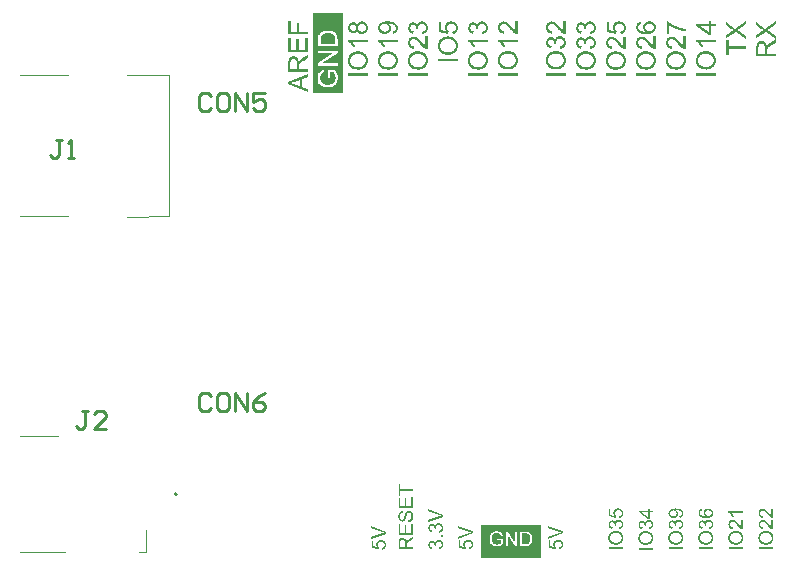
<source format=gto>
%FSLAX66Y66*%
%MOIN*%
%SFA1B1*%

%IPPOS*%
%ADD10C,0.007874*%
%ADD11C,0.003937*%
%ADD12C,0.010000*%
%LNesp32-hwe-uno-1*%
%LPD*%
G36*
X2308724Y306200D02*
X2309137Y306161D01*
X2309586Y306125*
X2310114Y306086*
X2310712Y305976*
X2311350Y305901*
X2311988Y305748*
X2313413Y305413*
X2314161Y305188*
X2314874Y304925*
X2315625Y304586*
X2316374Y304251*
X2316413Y304212*
X2316562Y304173*
X2316751Y304062*
X2317011Y303874*
X2317350Y303688*
X2317688Y303464*
X2318098Y303161*
X2318551Y302862*
X2319035Y302488*
X2319523Y302074*
X2320011Y301661*
X2320500Y301173*
X2321437Y300086*
X2321885Y299523*
X2322299Y298885*
X2322338Y298850*
X2322374Y298736*
X2322488Y298551*
X2322637Y298287*
X2322787Y297948*
X2322937Y297574*
X2323125Y297125*
X2323311Y296637*
X2323535Y296074*
X2323724Y295511*
X2323874Y294838*
X2324023Y294161*
X2324287Y292700*
X2324322Y291913*
X2324362Y291125*
Y290787*
X2324322Y290413*
X2324287Y289885*
X2324212Y289287*
X2324062Y288535*
X2323913Y287748*
X2323688Y286850*
X2323385Y285913*
X2323051Y284937*
X2322598Y283925*
X2322074Y282948*
X2321476Y281937*
X2320724Y280925*
X2319901Y279988*
X2318960Y279086*
X2318885Y279051*
X2318700Y278901*
X2318362Y278673*
X2317913Y278374*
X2317311Y278000*
X2316598Y277625*
X2315700Y277212*
X2314688Y276763*
X2313523Y276311*
X2312885Y276125*
X2312212Y275901*
X2311500Y275712*
X2310751Y275523*
X2309960Y275338*
X2309137Y275149*
X2308236Y275000*
X2307338Y274850*
X2306401Y274736*
X2305425Y274625*
X2304374Y274551*
X2303326Y274476*
X2302236Y274437*
X2301074*
X2301039*
X2300925*
X2300736*
X2300476*
X2300137Y274476*
X2299763*
X2299311*
X2298787Y274511*
X2298224Y274551*
X2297661Y274586*
X2296988Y274661*
X2296311Y274700*
X2294885Y274885*
X2293311Y275074*
X2291661Y275338*
X2289976Y275673*
X2288287Y276125*
X2286637Y276614*
X2285023Y277212*
X2283488Y277885*
X2282062Y278673*
X2281385Y279125*
X2280787Y279574*
X2280712Y279614*
X2280562Y279799*
X2280263Y280023*
X2279925Y280401*
X2279511Y280850*
X2279023Y281413*
X2278539Y282051*
X2278011Y282763*
X2277523Y283586*
X2277000Y284523*
X2276551Y285500*
X2276137Y286586*
X2275799Y287748*
X2275500Y288988*
X2275350Y290299*
X2275275Y291688*
Y291948*
X2275311Y292251*
Y292625*
X2275385Y293114*
X2275425Y293673*
X2275535Y294311*
X2275688Y294988*
X2275838Y295700*
X2276062Y296448*
X2276322Y297236*
X2276625Y298023*
X2277000Y298775*
X2277413Y299562*
X2277901Y300275*
X2278464Y300988*
X2278500Y301023*
X2278614Y301137*
X2278799Y301326*
X2279062Y301586*
X2279362Y301850*
X2279775Y302188*
X2280224Y302523*
X2280748Y302901*
X2281350Y303275*
X2281988Y303649*
X2282736Y304023*
X2283523Y304362*
X2284350Y304700*
X2285248Y304960*
X2286224Y305188*
X2287236Y305374*
X2287688Y299523*
X2287649*
X2287539Y299488*
X2287350Y299448*
X2287125Y299374*
X2286826Y299299*
X2286523Y299188*
X2285775Y298925*
X2284948Y298625*
X2284125Y298212*
X2283338Y297799*
X2282964Y297535*
X2282661Y297275*
X2282625Y297236*
X2282551Y297161*
X2282437Y297051*
X2282251Y296862*
X2282062Y296598*
X2281838Y296338*
X2281614Y296000*
X2281385Y295625*
X2281161Y295212*
X2280901Y294763*
X2280712Y294275*
X2280523Y293748*
X2280338Y293224*
X2280224Y292625*
X2280149Y291988*
X2280114Y291350*
Y291086*
X2280149Y290862*
Y290637*
X2280188Y290338*
X2280299Y289661*
X2280488Y288874*
X2280787Y288051*
X2281200Y287188*
X2281425Y286775*
X2281724Y286362*
X2281763Y286326*
X2281799Y286251*
X2281948Y286098*
X2282098Y285913*
X2282326Y285649*
X2282586Y285385*
X2282885Y285086*
X2283224Y284748*
X2283637Y284413*
X2284086Y284039*
X2284574Y283661*
X2285098Y283326*
X2285661Y282948*
X2286299Y282574*
X2286976Y282236*
X2287688Y281937*
X2287724*
X2287874Y281862*
X2288098Y281787*
X2288401Y281673*
X2288811Y281562*
X2289299Y281413*
X2289862Y281263*
X2290535Y281114*
X2291287Y280960*
X2292114Y280811*
X2293011Y280700*
X2294023Y280551*
X2295074Y280437*
X2296236Y280362*
X2297476Y280326*
X2298787Y280287*
X2298748Y280326*
X2298637Y280401*
X2298488Y280511*
X2298263Y280661*
X2298000Y280885*
X2297661Y281114*
X2297326Y281413*
X2296948Y281748*
X2296161Y282500*
X2295374Y283401*
X2294625Y284413*
X2294248Y284937*
X2293948Y285500*
X2293913Y285535*
X2293874Y285649*
X2293799Y285799*
X2293688Y286023*
X2293574Y286326*
X2293460Y286661*
X2293311Y287039*
X2293161Y287448*
X2293011Y287937*
X2292862Y288425*
X2292637Y289551*
X2292448Y290712*
X2292374Y291988*
Y292251*
X2292413Y292551*
X2292448Y292960*
X2292523Y293488*
X2292598Y294086*
X2292751Y294763*
X2292901Y295476*
X2293161Y296263*
X2293425Y297051*
X2293799Y297874*
X2294212Y298736*
X2294700Y299598*
X2295299Y300464*
X2295976Y301287*
X2296724Y302074*
X2296763Y302114*
X2296913Y302263*
X2297173Y302448*
X2297511Y302712*
X2297925Y303051*
X2298448Y303385*
X2299086Y303763*
X2299763Y304173*
X2300551Y304551*
X2301374Y304925*
X2302311Y305263*
X2303287Y305598*
X2304374Y305862*
X2305500Y306051*
X2306700Y306200*
X2307976Y306236*
X2308011*
X2308161*
X2308425*
X2308724Y306200*
G37*
G36*
X2309960Y268850D02*
X2310413Y268811D01*
X2310937Y268736*
X2311574Y268661*
X2312287Y268511*
X2313035Y268326*
X2313862Y268062*
X2314724Y267763*
X2315586Y267385*
X2316488Y266937*
X2317385Y266413*
X2318287Y265811*
X2319149Y265098*
X2320011Y264275*
X2320051Y264236*
X2320200Y264051*
X2320425Y263826*
X2320688Y263448*
X2321023Y263000*
X2321401Y262476*
X2321775Y261838*
X2322188Y261125*
X2322598Y260299*
X2322976Y259437*
X2323350Y258460*
X2323688Y257448*
X2323948Y256326*
X2324173Y255161*
X2324322Y253925*
X2324362Y252649*
Y252385*
X2324322Y252051*
X2324287Y251598*
X2324248Y251035*
X2324173Y250437*
X2324062Y249724*
X2323874Y248976*
X2323688Y248149*
X2323460Y247287*
X2323125Y246425*
X2322787Y245523*
X2322338Y244661*
X2321850Y243763*
X2321287Y242937*
X2320614Y242114*
X2320574Y242074*
X2320425Y241925*
X2320236Y241736*
X2319937Y241437*
X2319562Y241137*
X2319114Y240763*
X2318551Y240385*
X2317948Y239976*
X2317311Y239562*
X2316562Y239114*
X2315736Y238736*
X2314874Y238362*
X2313937Y238023*
X2312960Y237763*
X2311913Y237539*
X2310826Y237385*
X2310035Y243275*
X2310074*
X2310263Y243311*
X2310523Y243385*
X2310862Y243460*
X2311275Y243574*
X2311724Y243724*
X2312251Y243874*
X2312811Y244098*
X2314011Y244551*
X2315212Y245149*
X2315775Y245488*
X2316338Y245862*
X2316826Y246275*
X2317275Y246724*
X2317311Y246763*
X2317385Y246838*
X2317460Y246988*
X2317614Y247177*
X2317799Y247401*
X2317988Y247700*
X2318173Y248000*
X2318362Y248374*
X2318586Y248787*
X2318775Y249236*
X2319149Y250287*
X2319299Y250811*
X2319374Y251413*
X2319448Y252051*
X2319488Y252688*
Y252874*
X2319448Y253098*
Y253401*
X2319413Y253736*
X2319338Y254149*
X2319263Y254637*
X2319114Y255161*
X2318960Y255688*
X2318775Y256248*
X2318551Y256850*
X2318287Y257448*
X2317948Y258011*
X2317574Y258614*
X2317125Y259173*
X2316637Y259736*
X2316598Y259775*
X2316488Y259850*
X2316338Y260000*
X2316114Y260188*
X2315850Y260413*
X2315511Y260637*
X2315098Y260901*
X2314649Y261200*
X2314161Y261460*
X2313598Y261724*
X2313035Y261948*
X2312401Y262173*
X2311724Y262362*
X2311011Y262511*
X2310263Y262586*
X2309476Y262625*
X2309437*
X2309287*
X2309098*
X2308799Y262586*
X2308460Y262551*
X2308051Y262476*
X2307598Y262401*
X2307114Y262287*
X2306586Y262137*
X2306062Y261988*
X2305500Y261763*
X2304937Y261500*
X2304374Y261200*
X2303850Y260822*
X2303326Y260448*
X2302799Y259964*
X2302763Y259925*
X2302688Y259850*
X2302539Y259700*
X2302385Y259476*
X2302200Y259212*
X2301976Y258913*
X2301712Y258539*
X2301448Y258125*
X2301224Y257637*
X2300964Y257149*
X2300736Y256586*
X2300551Y255988*
X2300401Y255350*
X2300248Y254637*
X2300173Y253925*
X2300137Y253173*
Y252874*
X2300173Y252500*
X2300212Y252011*
X2300287Y251413*
X2300401Y250700*
X2300551Y249913*
X2300775Y249011*
X2295598Y249649*
Y249763*
X2295637Y249988*
X2295673Y250326*
Y251000*
X2295637Y251263*
X2295598Y251598*
X2295562Y251976*
X2295523Y252385*
X2295413Y252874*
X2295188Y253925*
X2294850Y255086*
X2294625Y255649*
X2294362Y256248*
X2294062Y256850*
X2293724Y257413*
X2293688Y257448*
X2293614Y257562*
X2293500Y257712*
X2293350Y257901*
X2293125Y258125*
X2292862Y258385*
X2292562Y258649*
X2292224Y258948*
X2291811Y259212*
X2291362Y259476*
X2290874Y259736*
X2290311Y259964*
X2289712Y260188*
X2289074Y260338*
X2288401Y260413*
X2287649Y260448*
X2287614*
X2287500*
X2287350*
X2287086Y260413*
X2286826Y260374*
X2286488Y260338*
X2286149Y260263*
X2285736Y260188*
X2284913Y259925*
X2284460Y259736*
X2284011Y259511*
X2283523Y259248*
X2283114Y258988*
X2282661Y258614*
X2282251Y258236*
X2282212Y258200*
X2282173Y258125*
X2282062Y258011*
X2281913Y257822*
X2281763Y257637*
X2281574Y257338*
X2281385Y257035*
X2281161Y256700*
X2280976Y256287*
X2280787Y255874*
X2280598Y255385*
X2280448Y254901*
X2280299Y254374*
X2280188Y253775*
X2280149Y253173*
X2280114Y252539*
Y252200*
X2280149Y251976*
X2280188Y251673*
X2280224Y251338*
X2280299Y250964*
X2280374Y250551*
X2280637Y249649*
X2280822Y249161*
X2281011Y248673*
X2281275Y248188*
X2281574Y247700*
X2281913Y247248*
X2282287Y246799*
X2282326Y246763*
X2282401Y246688*
X2282511Y246574*
X2282700Y246425*
X2282925Y246236*
X2283188Y246051*
X2283523Y245822*
X2283901Y245562*
X2284350Y245338*
X2284838Y245074*
X2285362Y244850*
X2285925Y244586*
X2286562Y244401*
X2287275Y244177*
X2287988Y244023*
X2288775Y243874*
X2287724Y237988*
X2287649*
X2287464Y238023*
X2287161Y238098*
X2286751Y238212*
X2286263Y238362*
X2285661Y238511*
X2285023Y238736*
X2284350Y239000*
X2283637Y239299*
X2282885Y239637*
X2282098Y240051*
X2281350Y240500*
X2280598Y240988*
X2279850Y241551*
X2279173Y242188*
X2278539Y242862*
X2278500Y242901*
X2278385Y243051*
X2278236Y243275*
X2278011Y243574*
X2277787Y243948*
X2277488Y244401*
X2277224Y244925*
X2276885Y245523*
X2276586Y246161*
X2276287Y246913*
X2276023Y247700*
X2275799Y248523*
X2275574Y249425*
X2275425Y250362*
X2275311Y251374*
X2275275Y252425*
Y252799*
X2275311Y253098*
Y253437*
X2275350Y253850*
X2275425Y254299*
X2275500Y254822*
X2275574Y255350*
X2275688Y255913*
X2275988Y257149*
X2276437Y258385*
X2276700Y259023*
X2277000Y259661*
Y259700*
X2277074Y259811*
X2277188Y260000*
X2277299Y260224*
X2277488Y260488*
X2277673Y260822*
X2278200Y261539*
X2278874Y262362*
X2279661Y263224*
X2280562Y264051*
X2281614Y264763*
X2281649Y264799*
X2281724Y264838*
X2281913Y264913*
X2282098Y265023*
X2282401Y265173*
X2282700Y265326*
X2283074Y265476*
X2283448Y265661*
X2283901Y265811*
X2284385Y265960*
X2285437Y266263*
X2286598Y266448*
X2287200Y266523*
X2287799*
X2287838*
X2287948*
X2288098*
X2288326Y266488*
X2288586*
X2288925Y266448*
X2289263Y266374*
X2289673Y266299*
X2290535Y266114*
X2291511Y265811*
X2292488Y265401*
X2292976Y265137*
X2293460Y264838*
X2293500*
X2293574Y264763*
X2293724Y264649*
X2293874Y264539*
X2294098Y264350*
X2294362Y264125*
X2294625Y263862*
X2294925Y263598*
X2295224Y263263*
X2295562Y262885*
X2295901Y262476*
X2296236Y262023*
X2296574Y261574*
X2296913Y261051*
X2297511Y259885*
Y259925*
X2297551Y260074*
X2297625Y260299*
X2297700Y260598*
X2297850Y260937*
X2298000Y261350*
X2298149Y261838*
X2298374Y262326*
X2298637Y262850*
X2298937Y263374*
X2299275Y263937*
X2299649Y264500*
X2300062Y265023*
X2300511Y265551*
X2301039Y266074*
X2301598Y266523*
X2301637Y266562*
X2301751Y266637*
X2301901Y266751*
X2302161Y266901*
X2302464Y267086*
X2302838Y267275*
X2303248Y267500*
X2303736Y267724*
X2304263Y267913*
X2304862Y268137*
X2305500Y268326*
X2306173Y268511*
X2306885Y268661*
X2307673Y268775*
X2308500Y268850*
X2309362Y268885*
X2309437*
X2309625*
X2309960Y268850*
G37*
G36*
X2300850Y231539D02*
X2301488Y231500D01*
X2302236Y231425*
X2303062Y231311*
X2304000Y231200*
X2304976Y231051*
X2306023Y230862*
X2307114Y230598*
X2308200Y230338*
X2309362Y230000*
X2310488Y229586*
X2311614Y229137*
X2312700Y228614*
X2312775Y228574*
X2312960Y228460*
X2313263Y228311*
X2313637Y228051*
X2314125Y227751*
X2314688Y227374*
X2315287Y226964*
X2315925Y226476*
X2316637Y225913*
X2317350Y225275*
X2318062Y224598*
X2318775Y223850*
X2319488Y223023*
X2320161Y222161*
X2320799Y221224*
X2321401Y220248*
X2321437Y220173*
X2321511Y220023*
X2321661Y219724*
X2321850Y219311*
X2322074Y218822*
X2322338Y218224*
X2322598Y217511*
X2322862Y216763*
X2323161Y215937*
X2323425Y215035*
X2323688Y214062*
X2323913Y213051*
X2324098Y212000*
X2324248Y210874*
X2324322Y209751*
X2324362Y208586*
Y208287*
X2324322Y207913*
Y207460*
X2324248Y206862*
X2324173Y206149*
X2324098Y205362*
X2323948Y204539*
X2323763Y203598*
X2323574Y202625*
X2323311Y201649*
X2322976Y200598*
X2322598Y199551*
X2322188Y198500*
X2321661Y197448*
X2321098Y196437*
X2321062Y196362*
X2320948Y196212*
X2320763Y195913*
X2320500Y195574*
X2320161Y195125*
X2319748Y194598*
X2319299Y194035*
X2318775Y193437*
X2318137Y192799*
X2317500Y192125*
X2316751Y191448*
X2315964Y190775*
X2315098Y190137*
X2314200Y189500*
X2313224Y188901*
X2312173Y188374*
X2312098Y188338*
X2311913Y188263*
X2311614Y188114*
X2311200Y187964*
X2310673Y187736*
X2310035Y187511*
X2309322Y187248*
X2308535Y187023*
X2307673Y186763*
X2306736Y186500*
X2305763Y186275*
X2304712Y186051*
X2303625Y185901*
X2302500Y185751*
X2301338Y185673*
X2300173Y185637*
X2300137*
X2300023*
X2299874*
X2299649*
X2299350Y185673*
X2299011*
X2298637Y185712*
X2298188Y185751*
X2297700Y185787*
X2297173Y185826*
X2296614Y185901*
X2296011Y185976*
X2294736Y186161*
X2293311Y186425*
X2291850Y186763*
X2290311Y187212*
X2288775Y187736*
X2287200Y188338*
X2285661Y189086*
X2284161Y189948*
X2282736Y190925*
X2282062Y191448*
X2281425Y192051*
X2281385Y192086*
X2281350Y192125*
X2281125Y192350*
X2280787Y192724*
X2280374Y193212*
X2279850Y193850*
X2279287Y194598*
X2278649Y195500*
X2278011Y196511*
X2277413Y197673*
X2276775Y198913*
X2276212Y200263*
X2275688Y201763*
X2275275Y203338*
X2274937Y204988*
X2274712Y206751*
X2274637Y207688*
Y208925*
X2274673Y209263*
Y209751*
X2274748Y210311*
X2274787Y211023*
X2274901Y211775*
X2275051Y212598*
X2275200Y213500*
X2275425Y214476*
X2275688Y215448*
X2275988Y216460*
X2276362Y217511*
X2276775Y218562*
X2277263Y219574*
X2277826Y220586*
X2277862Y220661*
X2277976Y220811*
X2278161Y221114*
X2278425Y221488*
X2278724Y221901*
X2279137Y222425*
X2279586Y222988*
X2280114Y223625*
X2280712Y224263*
X2281385Y224937*
X2282137Y225614*
X2282925Y226287*
X2283787Y226964*
X2284688Y227598*
X2285661Y228200*
X2286712Y228763*
X2286787Y228799*
X2286976Y228874*
X2287275Y229023*
X2287724Y229212*
X2288251Y229401*
X2288885Y229661*
X2289637Y229925*
X2290460Y230188*
X2291362Y230448*
X2292338Y230673*
X2293425Y230937*
X2294551Y231125*
X2295748Y231311*
X2296988Y231460*
X2298263Y231539*
X2299614Y231574*
X2299649*
X2299688*
X2299799*
X2299948*
X2300322*
X2300850Y231539*
G37*
G36*
X2323535Y170000D02*
X2275460D01*
Y176374*
X2323535*
Y170000*
G37*
G36*
X2316700Y1921350D02*
X2332051D01*
Y1913500*
X2316700*
Y1885700*
X2309500*
X2268000Y1914948*
Y1921350*
X2309500*
Y1930000*
X2316700*
Y1921350*
G37*
G36*
X2332051Y1860251D02*
X2281948D01*
X2282000Y1860200*
X2282051Y1860098*
X2282200Y1859948*
X2282401Y1859751*
X2282649Y1859448*
X2282948Y1859098*
X2283248Y1858700*
X2283649Y1858251*
X2284051Y1857751*
X2284448Y1857149*
X2284901Y1856551*
X2285350Y1855901*
X2286350Y1854401*
X2287350Y1852748*
X2287401Y1852700*
X2287448Y1852551*
X2287598Y1852299*
X2287799Y1852000*
X2288000Y1851551*
X2288251Y1851098*
X2288551Y1850551*
X2288850Y1850000*
X2289500Y1848700*
X2290200Y1847350*
X2290850Y1845901*
X2291401Y1844500*
X2283799*
X2283751Y1844598*
X2283649Y1844799*
X2283500Y1845149*
X2283248Y1845598*
X2282948Y1846200*
X2282598Y1846850*
X2282149Y1847598*
X2281700Y1848401*
X2281200Y1849299*
X2280598Y1850200*
X2279350Y1852149*
X2277901Y1854098*
X2276299Y1856000*
X2276248Y1856051*
X2276098Y1856200*
X2275850Y1856448*
X2275551Y1856799*
X2275149Y1857200*
X2274700Y1857700*
X2274149Y1858200*
X2273551Y1858748*
X2272248Y1859901*
X2270799Y1861051*
X2269251Y1862098*
X2268500Y1862598*
X2267700Y1863000*
Y1868098*
X2332051*
Y1860251*
G37*
G36*
X2301799Y1830700D02*
X2302649Y1830649D01*
X2303649Y1830551*
X2304748Y1830401*
X2306000Y1830248*
X2307299Y1830051*
X2308700Y1829799*
X2310149Y1829448*
X2311598Y1829098*
X2313149Y1828649*
X2314649Y1828098*
X2316149Y1827500*
X2317598Y1826799*
X2317700Y1826748*
X2317948Y1826598*
X2318350Y1826401*
X2318850Y1826051*
X2319500Y1825649*
X2320248Y1825149*
X2321051Y1824598*
X2321901Y1823948*
X2322850Y1823200*
X2323799Y1822350*
X2324748Y1821448*
X2325700Y1820448*
X2326649Y1819350*
X2327551Y1818200*
X2328401Y1816948*
X2329200Y1815649*
X2329248Y1815551*
X2329350Y1815350*
X2329551Y1814948*
X2329799Y1814401*
X2330098Y1813748*
X2330448Y1812948*
X2330799Y1812000*
X2331149Y1811000*
X2331551Y1809901*
X2331901Y1808700*
X2332251Y1807401*
X2332551Y1806051*
X2332799Y1804649*
X2333000Y1803149*
X2333098Y1801649*
X2333149Y1800098*
Y1799700*
X2333098Y1799200*
Y1798598*
X2333000Y1797799*
X2332901Y1796850*
X2332799Y1795799*
X2332598Y1794700*
X2332350Y1793448*
X2332098Y1792149*
X2331751Y1790850*
X2331299Y1789448*
X2330799Y1788051*
X2330251Y1786649*
X2329551Y1785248*
X2328799Y1783901*
X2328748Y1783799*
X2328598Y1783598*
X2328350Y1783200*
X2328000Y1782748*
X2327551Y1782149*
X2327000Y1781448*
X2326401Y1780700*
X2325700Y1779901*
X2324850Y1779051*
X2324000Y1778149*
X2323000Y1777251*
X2321948Y1776350*
X2320799Y1775500*
X2319598Y1774649*
X2318299Y1773850*
X2316901Y1773149*
X2316799Y1773098*
X2316551Y1773000*
X2316149Y1772799*
X2315598Y1772598*
X2314901Y1772299*
X2314051Y1772000*
X2313098Y1771649*
X2312051Y1771350*
X2310901Y1771000*
X2309649Y1770649*
X2308350Y1770350*
X2306948Y1770051*
X2305500Y1769850*
X2304000Y1769649*
X2302448Y1769551*
X2300901Y1769500*
X2300850*
X2300700*
X2300500*
X2300200*
X2299799Y1769551*
X2299350*
X2298850Y1769598*
X2298248Y1769649*
X2297598Y1769700*
X2296901Y1769748*
X2296149Y1769850*
X2295350Y1769948*
X2293649Y1770200*
X2291748Y1770551*
X2289799Y1771000*
X2287748Y1771598*
X2285700Y1772299*
X2283598Y1773098*
X2281551Y1774098*
X2279551Y1775251*
X2277649Y1776551*
X2276748Y1777251*
X2275901Y1778051*
X2275850Y1778098*
X2275799Y1778149*
X2275500Y1778448*
X2275051Y1778948*
X2274500Y1779598*
X2273799Y1780448*
X2273051Y1781448*
X2272200Y1782649*
X2271350Y1784000*
X2270551Y1785551*
X2269700Y1787200*
X2268948Y1789000*
X2268248Y1791000*
X2267700Y1793098*
X2267251Y1795299*
X2266948Y1797649*
X2266850Y1798901*
Y1800551*
X2266901Y1801000*
Y1801649*
X2267000Y1802401*
X2267051Y1803350*
X2267200Y1804350*
X2267401Y1805448*
X2267598Y1806649*
X2267901Y1807948*
X2268248Y1809248*
X2268649Y1810598*
X2269149Y1812000*
X2269700Y1813401*
X2270350Y1814751*
X2271098Y1816098*
X2271149Y1816200*
X2271299Y1816401*
X2271551Y1816799*
X2271901Y1817299*
X2272299Y1817850*
X2272850Y1818551*
X2273448Y1819299*
X2274149Y1820149*
X2274948Y1821000*
X2275850Y1821901*
X2276850Y1822799*
X2277901Y1823700*
X2279051Y1824598*
X2280251Y1825448*
X2281551Y1826248*
X2282948Y1827000*
X2283051Y1827051*
X2283299Y1827149*
X2283700Y1827350*
X2284299Y1827598*
X2285000Y1827850*
X2285850Y1828200*
X2286850Y1828551*
X2287948Y1828901*
X2289149Y1829251*
X2290448Y1829551*
X2291901Y1829901*
X2293401Y1830149*
X2295000Y1830401*
X2296649Y1830598*
X2298350Y1830700*
X2300149Y1830748*
X2300200*
X2300248*
X2300401*
X2300598*
X2301098*
X2301799Y1830700*
G37*
G36*
X2332051Y1748649D02*
X2267948D01*
Y1757149*
X2332051*
Y1748649*
G37*
G36*
X2432051Y1919598D02*
X2409200Y1903401D01*
X2409098Y1903350*
X2408850Y1903149*
X2408500Y1902901*
X2407948Y1902551*
X2407401Y1902149*
X2406700Y1901700*
X2405248Y1900748*
X2405299*
X2405401Y1900649*
X2405551Y1900551*
X2405799Y1900401*
X2406350Y1900051*
X2407051Y1899598*
X2407799Y1899098*
X2408598Y1898598*
X2409299Y1898098*
X2409850Y1897700*
X2432051Y1881448*
Y1871251*
X2398799Y1896051*
X2367948Y1874200*
Y1884299*
X2384401Y1896000*
X2384448Y1896051*
X2384598Y1896149*
X2384901Y1896350*
X2385251Y1896598*
X2385649Y1896901*
X2386149Y1897251*
X2386700Y1897598*
X2387299Y1898000*
X2388551Y1898850*
X2389850Y1899700*
X2391098Y1900500*
X2391649Y1900850*
X2392200Y1901149*
X2392149Y1901200*
X2392051Y1901251*
X2391850Y1901350*
X2391598Y1901551*
X2391299Y1901751*
X2390948Y1901948*
X2390500Y1902251*
X2390051Y1902551*
X2389000Y1903299*
X2387748Y1904149*
X2386448Y1905149*
X2385051Y1906200*
X2367948Y1919000*
Y1928251*
X2398448Y1906000*
X2432051Y1930000*
Y1919598*
G37*
G36*
X2375500Y1847948D02*
X2432051D01*
Y1839448*
X2375500*
Y1818350*
X2367948*
Y1869149*
X2375500*
Y1847948*
G37*
G36*
X1240299Y1929948D02*
X1240751D01*
X1241748Y1929901*
X1243000Y1929850*
X1244299Y1929799*
X1245748Y1929649*
X1247299Y1929500*
X1248901Y1929350*
X1252149Y1928850*
X1253799Y1928551*
X1255350Y1928200*
X1256901Y1927799*
X1258299Y1927299*
X1258401Y1927248*
X1258598Y1927200*
X1259000Y1927000*
X1259500Y1926799*
X1260098Y1926551*
X1260799Y1926200*
X1261551Y1925799*
X1262401Y1925299*
X1263299Y1924799*
X1264200Y1924200*
X1265098Y1923551*
X1266000Y1922850*
X1266901Y1922051*
X1267799Y1921200*
X1268598Y1920299*
X1269350Y1919350*
X1269401Y1919299*
X1269500Y1919098*
X1269700Y1918799*
X1269948Y1918401*
X1270251Y1917901*
X1270551Y1917299*
X1270901Y1916649*
X1271248Y1915850*
X1271598Y1915000*
X1271948Y1914051*
X1272251Y1913051*
X1272551Y1911948*
X1272799Y1910799*
X1273000Y1909598*
X1273098Y1908350*
X1273149Y1907051*
Y1906700*
X1273098Y1906299*
Y1905799*
X1273000Y1905149*
X1272948Y1904401*
X1272799Y1903598*
X1272649Y1902700*
X1272401Y1901751*
X1272149Y1900748*
X1271799Y1899700*
X1271401Y1898700*
X1270901Y1897649*
X1270350Y1896649*
X1269751Y1895649*
X1269000Y1894751*
X1268948Y1894700*
X1268799Y1894551*
X1268551Y1894299*
X1268251Y1894000*
X1267799Y1893598*
X1267299Y1893200*
X1266649Y1892751*
X1265948Y1892248*
X1265200Y1891748*
X1264299Y1891251*
X1263350Y1890799*
X1262299Y1890350*
X1261149Y1889948*
X1259948Y1889551*
X1258649Y1889248*
X1257251Y1889051*
X1256551Y1896598*
X1256598*
X1256799Y1896649*
X1257051Y1896700*
X1257401Y1896799*
X1257850Y1896901*
X1258350Y1897051*
X1258948Y1897200*
X1259500Y1897401*
X1260799Y1897901*
X1262051Y1898551*
X1263299Y1899299*
X1263799Y1899751*
X1264299Y1900248*
X1264350Y1900299*
X1264401Y1900401*
X1264500Y1900551*
X1264649Y1900748*
X1264850Y1901000*
X1265051Y1901350*
X1265248Y1901700*
X1265500Y1902149*
X1265948Y1903149*
X1266299Y1904299*
X1266598Y1905700*
X1266649Y1906401*
X1266700Y1907200*
Y1907551*
X1266649Y1907799*
Y1908149*
X1266598Y1908500*
X1266500Y1909350*
X1266299Y1910350*
X1266000Y1911448*
X1265598Y1912551*
X1265051Y1913598*
Y1913649*
X1264948Y1913700*
X1264901Y1913850*
X1264748Y1914051*
X1264401Y1914551*
X1263901Y1915200*
X1263251Y1915901*
X1262500Y1916649*
X1261649Y1917350*
X1260649Y1918051*
X1260598*
X1260500Y1918149*
X1260350Y1918200*
X1260149Y1918350*
X1259850Y1918500*
X1259500Y1918649*
X1259098Y1918850*
X1258649Y1919051*
X1258149Y1919299*
X1257598Y1919551*
X1256948Y1919751*
X1256299Y1920000*
X1254799Y1920500*
X1253149Y1920948*
X1253098*
X1252948Y1921000*
X1252700Y1921051*
X1252350Y1921149*
X1251901Y1921251*
X1251401Y1921350*
X1250799Y1921448*
X1250149Y1921551*
X1249448Y1921649*
X1248700Y1921751*
X1247051Y1921948*
X1245299Y1922098*
X1243500Y1922149*
X1243401*
X1243098*
X1242901*
X1242649*
X1242299*
X1241948*
X1242000Y1922098*
X1242098Y1922051*
X1242299Y1921901*
X1242551Y1921700*
X1242901Y1921448*
X1243251Y1921200*
X1243649Y1920850*
X1244098Y1920448*
X1245098Y1919500*
X1246098Y1918401*
X1247098Y1917098*
X1248051Y1915649*
Y1915598*
X1248149Y1915448*
X1248248Y1915251*
X1248401Y1914948*
X1248598Y1914551*
X1248799Y1914098*
X1249000Y1913598*
X1249200Y1913051*
X1249401Y1912401*
X1249598Y1911700*
X1250000Y1910200*
X1250248Y1908551*
X1250299Y1907700*
X1250350Y1906799*
Y1906448*
X1250299Y1906051*
X1250248Y1905448*
X1250149Y1904799*
X1250051Y1904000*
X1249850Y1903098*
X1249649Y1902149*
X1249350Y1901098*
X1248948Y1900000*
X1248500Y1898901*
X1247901Y1897751*
X1247248Y1896649*
X1246500Y1895500*
X1245598Y1894401*
X1244598Y1893350*
X1244551Y1893299*
X1244350Y1893098*
X1244000Y1892850*
X1243551Y1892500*
X1243000Y1892098*
X1242299Y1891598*
X1241448Y1891098*
X1240551Y1890598*
X1239500Y1890098*
X1238350Y1889598*
X1237098Y1889149*
X1235751Y1888700*
X1234299Y1888350*
X1232748Y1888098*
X1231149Y1887901*
X1229401Y1887850*
X1229350*
X1229299*
X1229149*
X1228948*
X1228448Y1887901*
X1227751Y1887948*
X1226948Y1888051*
X1226000Y1888149*
X1224901Y1888350*
X1223751Y1888551*
X1222551Y1888850*
X1221251Y1889248*
X1219948Y1889700*
X1218598Y1890248*
X1217299Y1890901*
X1216051Y1891649*
X1214799Y1892551*
X1213649Y1893551*
X1213598Y1893598*
X1213401Y1893799*
X1213098Y1894149*
X1212700Y1894598*
X1212248Y1895149*
X1211751Y1895850*
X1211251Y1896598*
X1210649Y1897500*
X1210098Y1898500*
X1209598Y1899598*
X1209098Y1900799*
X1208649Y1902051*
X1208251Y1903448*
X1207948Y1904901*
X1207748Y1906401*
X1207700Y1908000*
Y1908598*
X1207748Y1909051*
X1207799Y1909598*
X1207901Y1910251*
X1208000Y1910948*
X1208098Y1911748*
X1208299Y1912649*
X1208551Y1913551*
X1208799Y1914500*
X1209149Y1915448*
X1209500Y1916448*
X1210000Y1917448*
X1210500Y1918401*
X1211098Y1919401*
X1211149Y1919448*
X1211251Y1919649*
X1211448Y1919901*
X1211700Y1920248*
X1212051Y1920700*
X1212500Y1921200*
X1213000Y1921751*
X1213551Y1922350*
X1214200Y1922948*
X1214901Y1923598*
X1215700Y1924248*
X1216551Y1924948*
X1217500Y1925551*
X1218500Y1926200*
X1219551Y1926748*
X1220700Y1927299*
X1220748Y1927350*
X1221000Y1927401*
X1221350Y1927551*
X1221850Y1927700*
X1222500Y1927948*
X1223299Y1928149*
X1224200Y1928401*
X1225248Y1928649*
X1226500Y1928901*
X1227799Y1929149*
X1229299Y1929401*
X1230901Y1929598*
X1232649Y1929751*
X1234551Y1929901*
X1236551Y1929948*
X1238700Y1930000*
X1238751*
X1238850*
X1239000*
X1239248*
X1239551*
X1239901*
X1240299Y1929948*
G37*
G36*
X1272051Y1859850D02*
X1221948D01*
X1222000Y1859799*
X1222051Y1859700*
X1222200Y1859551*
X1222401Y1859350*
X1222649Y1859051*
X1222948Y1858700*
X1223251Y1858299*
X1223649Y1857850*
X1224051Y1857350*
X1224448Y1856748*
X1224901Y1856149*
X1225350Y1855500*
X1226350Y1854000*
X1227350Y1852350*
X1227401Y1852299*
X1227448Y1852149*
X1227598Y1851901*
X1227799Y1851598*
X1228000Y1851149*
X1228248Y1850700*
X1228551Y1850149*
X1228850Y1849598*
X1229500Y1848299*
X1230200Y1846948*
X1230850Y1845500*
X1231401Y1844098*
X1223799*
X1223751Y1844200*
X1223649Y1844401*
X1223500Y1844751*
X1223251Y1845200*
X1222948Y1845799*
X1222598Y1846448*
X1222149Y1847200*
X1221700Y1848000*
X1221200Y1848901*
X1220598Y1849799*
X1219350Y1851751*
X1217901Y1853700*
X1216299Y1855598*
X1216248Y1855649*
X1216098Y1855799*
X1215850Y1856051*
X1215551Y1856401*
X1215149Y1856799*
X1214700Y1857299*
X1214149Y1857799*
X1213551Y1858350*
X1212248Y1859500*
X1210799Y1860649*
X1209251Y1861700*
X1208500Y1862200*
X1207700Y1862598*
Y1867700*
X1272051*
Y1859850*
G37*
G36*
X1241799Y1830299D02*
X1242649Y1830248D01*
X1243649Y1830149*
X1244748Y1830000*
X1246000Y1829850*
X1247299Y1829649*
X1248700Y1829401*
X1250149Y1829051*
X1251598Y1828700*
X1253149Y1828248*
X1254649Y1827700*
X1256149Y1827098*
X1257598Y1826401*
X1257700Y1826350*
X1257948Y1826200*
X1258350Y1826000*
X1258850Y1825649*
X1259500Y1825251*
X1260248Y1824751*
X1261051Y1824200*
X1261901Y1823551*
X1262850Y1822799*
X1263799Y1821948*
X1264748Y1821051*
X1265700Y1820051*
X1266649Y1818948*
X1267551Y1817799*
X1268401Y1816551*
X1269200Y1815248*
X1269248Y1815149*
X1269350Y1814948*
X1269551Y1814551*
X1269799Y1814000*
X1270098Y1813350*
X1270448Y1812551*
X1270799Y1811598*
X1271149Y1810598*
X1271551Y1809500*
X1271901Y1808299*
X1272251Y1807000*
X1272551Y1805649*
X1272799Y1804248*
X1273000Y1802748*
X1273098Y1801251*
X1273149Y1799700*
Y1799299*
X1273098Y1798799*
Y1798200*
X1273000Y1797401*
X1272901Y1796448*
X1272799Y1795401*
X1272598Y1794299*
X1272350Y1793051*
X1272098Y1791748*
X1271748Y1790448*
X1271299Y1789051*
X1270799Y1787649*
X1270251Y1786251*
X1269551Y1784850*
X1268799Y1783500*
X1268748Y1783401*
X1268598Y1783200*
X1268350Y1782799*
X1268000Y1782350*
X1267551Y1781751*
X1267000Y1781051*
X1266401Y1780299*
X1265700Y1779500*
X1264850Y1778649*
X1264000Y1777751*
X1263000Y1776850*
X1261948Y1775948*
X1260799Y1775098*
X1259598Y1774248*
X1258299Y1773448*
X1256901Y1772751*
X1256799Y1772700*
X1256551Y1772598*
X1256149Y1772401*
X1255598Y1772200*
X1254901Y1771901*
X1254051Y1771598*
X1253098Y1771248*
X1252051Y1770948*
X1250901Y1770598*
X1249649Y1770251*
X1248350Y1769948*
X1246948Y1769649*
X1245500Y1769448*
X1244000Y1769248*
X1242448Y1769149*
X1240901Y1769098*
X1240850*
X1240700*
X1240500*
X1240200*
X1239799Y1769149*
X1239350*
X1238850Y1769200*
X1238248Y1769248*
X1237598Y1769299*
X1236901Y1769350*
X1236149Y1769448*
X1235350Y1769551*
X1233649Y1769799*
X1231748Y1770149*
X1229799Y1770598*
X1227751Y1771200*
X1225700Y1771901*
X1223598Y1772700*
X1221551Y1773700*
X1219551Y1774850*
X1217649Y1776149*
X1216751Y1776850*
X1215901Y1777649*
X1215850Y1777700*
X1215799Y1777751*
X1215500Y1778051*
X1215051Y1778551*
X1214500Y1779200*
X1213799Y1780051*
X1213051Y1781051*
X1212200Y1782248*
X1211350Y1783598*
X1210551Y1785149*
X1209700Y1786799*
X1208948Y1788598*
X1208251Y1790598*
X1207700Y1792700*
X1207251Y1794901*
X1206948Y1797251*
X1206850Y1798500*
Y1800149*
X1206901Y1800598*
Y1801251*
X1207000Y1802000*
X1207051Y1802948*
X1207200Y1803948*
X1207401Y1805051*
X1207598Y1806248*
X1207901Y1807551*
X1208251Y1808850*
X1208649Y1810200*
X1209149Y1811598*
X1209700Y1813000*
X1210350Y1814350*
X1211098Y1815700*
X1211149Y1815799*
X1211299Y1816000*
X1211551Y1816401*
X1211901Y1816901*
X1212299Y1817448*
X1212850Y1818149*
X1213448Y1818901*
X1214149Y1819748*
X1214948Y1820598*
X1215850Y1821500*
X1216850Y1822401*
X1217901Y1823299*
X1219051Y1824200*
X1220251Y1825051*
X1221551Y1825850*
X1222948Y1826598*
X1223051Y1826649*
X1223299Y1826748*
X1223700Y1826948*
X1224299Y1827200*
X1225000Y1827448*
X1225850Y1827799*
X1226850Y1828149*
X1227948Y1828500*
X1229149Y1828850*
X1230448Y1829149*
X1231901Y1829500*
X1233401Y1829751*
X1235000Y1830000*
X1236649Y1830200*
X1238350Y1830299*
X1240149Y1830350*
X1240200*
X1240248*
X1240401*
X1240598*
X1241098*
X1241799Y1830299*
G37*
G36*
X1272051Y1748248D02*
X1207948D01*
Y1756748*
X1272051*
Y1748248*
G37*
G36*
X1672051Y1887598D02*
X1672000D01*
X1671901*
X1671748*
X1671551*
X1671000*
X1670299Y1887700*
X1669500Y1887799*
X1668551Y1887948*
X1667598Y1888200*
X1666598Y1888500*
X1666551*
X1666401Y1888598*
X1666149Y1888649*
X1665850Y1888799*
X1665448Y1889000*
X1665000Y1889200*
X1664500Y1889448*
X1663901Y1889748*
X1662649Y1890448*
X1661200Y1891350*
X1659649Y1892401*
X1658098Y1893649*
X1658051Y1893700*
X1657901Y1893799*
X1657649Y1894051*
X1657350Y1894299*
X1656948Y1894700*
X1656500Y1895149*
X1655948Y1895700*
X1655299Y1896299*
X1654649Y1897000*
X1653901Y1897751*
X1653098Y1898598*
X1652251Y1899551*
X1651350Y1900551*
X1650401Y1901598*
X1649401Y1902748*
X1648401Y1904000*
X1648350Y1904051*
X1648299Y1904098*
X1648200Y1904251*
X1648000Y1904448*
X1647598Y1905000*
X1647000Y1905700*
X1646251Y1906551*
X1645448Y1907500*
X1644500Y1908551*
X1643500Y1909700*
X1642448Y1910850*
X1641350Y1912051*
X1640200Y1913200*
X1639051Y1914350*
X1637948Y1915448*
X1636850Y1916448*
X1635799Y1917350*
X1634850Y1918098*
X1634799Y1918149*
X1634598Y1918248*
X1634350Y1918448*
X1634000Y1918700*
X1633551Y1918948*
X1633000Y1919251*
X1632401Y1919598*
X1631748Y1919948*
X1631051Y1920299*
X1630299Y1920649*
X1628700Y1921200*
X1627901Y1921448*
X1627051Y1921649*
X1626200Y1921751*
X1625350Y1921799*
X1625299*
X1625149*
X1624901*
X1624551Y1921751*
X1624149Y1921700*
X1623700Y1921598*
X1623149Y1921500*
X1622598Y1921401*
X1621350Y1921000*
X1620700Y1920700*
X1620051Y1920401*
X1619350Y1920000*
X1618700Y1919551*
X1618051Y1919051*
X1617448Y1918448*
X1617401Y1918401*
X1617299Y1918299*
X1617149Y1918098*
X1616948Y1917850*
X1616700Y1917500*
X1616401Y1917098*
X1616149Y1916649*
X1615799Y1916098*
X1615500Y1915500*
X1615251Y1914850*
X1614948Y1914098*
X1614700Y1913350*
X1614500Y1912500*
X1614350Y1911649*
X1614248Y1910700*
X1614200Y1909700*
Y1909149*
X1614248Y1908751*
X1614299Y1908299*
X1614401Y1907748*
X1614500Y1907098*
X1614649Y1906448*
X1614799Y1905751*
X1615051Y1905000*
X1615299Y1904251*
X1615649Y1903500*
X1616051Y1902700*
X1616500Y1902000*
X1617051Y1901251*
X1617649Y1900598*
X1617700Y1900551*
X1617799Y1900448*
X1618000Y1900299*
X1618248Y1900051*
X1618598Y1899799*
X1619051Y1899551*
X1619551Y1899200*
X1620098Y1898901*
X1620748Y1898598*
X1621448Y1898299*
X1622251Y1898000*
X1623051Y1897751*
X1624000Y1897500*
X1624948Y1897350*
X1626000Y1897251*
X1627098Y1897200*
X1626251Y1889098*
X1626200*
X1626149*
X1625850Y1889149*
X1625401Y1889200*
X1624751Y1889299*
X1624000Y1889448*
X1623149Y1889649*
X1622149Y1889901*
X1621149Y1890200*
X1620051Y1890551*
X1618901Y1890948*
X1617751Y1891448*
X1616598Y1892051*
X1615500Y1892700*
X1614401Y1893500*
X1613401Y1894350*
X1612448Y1895299*
X1612401Y1895350*
X1612248Y1895551*
X1612000Y1895850*
X1611700Y1896299*
X1611350Y1896850*
X1610948Y1897500*
X1610500Y1898299*
X1610051Y1899149*
X1609649Y1900149*
X1609200Y1901251*
X1608799Y1902448*
X1608448Y1903751*
X1608149Y1905149*
X1607901Y1906649*
X1607748Y1908251*
X1607700Y1909901*
Y1910299*
X1607748Y1910799*
X1607799Y1911401*
X1607850Y1912200*
X1607948Y1913098*
X1608149Y1914098*
X1608350Y1915200*
X1608598Y1916299*
X1608948Y1917500*
X1609350Y1918700*
X1609850Y1919948*
X1610448Y1921149*
X1611149Y1922299*
X1611948Y1923448*
X1612850Y1924500*
X1612901Y1924551*
X1613098Y1924748*
X1613350Y1925000*
X1613751Y1925350*
X1614248Y1925751*
X1614850Y1926200*
X1615551Y1926700*
X1616350Y1927200*
X1617200Y1927700*
X1618200Y1928200*
X1619200Y1928649*
X1620350Y1929051*
X1621551Y1929401*
X1622799Y1929649*
X1624098Y1929850*
X1625500Y1929901*
X1625551*
X1625649*
X1625901*
X1626149*
X1626500Y1929850*
X1626901Y1929799*
X1627401Y1929751*
X1627901Y1929700*
X1629051Y1929500*
X1630350Y1929248*
X1631700Y1928850*
X1633098Y1928299*
X1633149*
X1633251Y1928251*
X1633448Y1928149*
X1633748Y1928000*
X1634098Y1927850*
X1634500Y1927598*
X1634948Y1927350*
X1635448Y1927051*
X1636649Y1926350*
X1637948Y1925448*
X1639401Y1924350*
X1640901Y1923098*
X1640948Y1923051*
X1641098Y1922948*
X1641299Y1922700*
X1641649Y1922401*
X1642051Y1922000*
X1642598Y1921500*
X1643149Y1920901*
X1643850Y1920200*
X1644598Y1919401*
X1645448Y1918551*
X1646401Y1917551*
X1647401Y1916448*
X1648500Y1915251*
X1649649Y1913901*
X1650901Y1912500*
X1652200Y1910948*
X1652251Y1910850*
X1652448Y1910649*
X1652751Y1910299*
X1653149Y1909799*
X1653649Y1909248*
X1654200Y1908598*
X1654799Y1907901*
X1655448Y1907149*
X1656799Y1905598*
X1658149Y1904098*
X1658751Y1903448*
X1659350Y1902799*
X1659850Y1902299*
X1660299Y1901850*
X1660401Y1901751*
X1660649Y1901500*
X1661051Y1901149*
X1661598Y1900700*
X1662248Y1900149*
X1662948Y1899598*
X1663700Y1899051*
X1664500Y1898551*
Y1930000*
X1672051*
Y1887598*
G37*
G36*
Y1860598D02*
X1621948D01*
X1622000Y1860551*
X1622051Y1860448*
X1622200Y1860299*
X1622401Y1860098*
X1622649Y1859799*
X1622948Y1859448*
X1623248Y1859051*
X1623649Y1858598*
X1624051Y1858098*
X1624448Y1857500*
X1624901Y1856901*
X1625350Y1856251*
X1626350Y1854748*
X1627350Y1853098*
X1627401Y1853051*
X1627448Y1852901*
X1627598Y1852649*
X1627799Y1852350*
X1628000Y1851901*
X1628251Y1851448*
X1628551Y1850901*
X1628850Y1850350*
X1629500Y1849051*
X1630200Y1847700*
X1630850Y1846248*
X1631401Y1844850*
X1623799*
X1623751Y1844948*
X1623649Y1845149*
X1623500Y1845500*
X1623248Y1845948*
X1622948Y1846551*
X1622598Y1847200*
X1622149Y1847948*
X1621700Y1848748*
X1621200Y1849649*
X1620598Y1850551*
X1619350Y1852500*
X1617901Y1854448*
X1616299Y1856350*
X1616248Y1856401*
X1616098Y1856551*
X1615850Y1856799*
X1615551Y1857149*
X1615149Y1857551*
X1614700Y1858051*
X1614149Y1858551*
X1613551Y1859098*
X1612248Y1860251*
X1610799Y1861401*
X1609251Y1862448*
X1608500Y1862948*
X1607700Y1863350*
Y1868448*
X1672051*
Y1860598*
G37*
G36*
X1641799Y1831051D02*
X1642649Y1831000D01*
X1643649Y1830901*
X1644748Y1830748*
X1646000Y1830598*
X1647299Y1830401*
X1648700Y1830149*
X1650149Y1829799*
X1651598Y1829448*
X1653149Y1829000*
X1654649Y1828448*
X1656149Y1827850*
X1657598Y1827149*
X1657700Y1827098*
X1657948Y1826948*
X1658350Y1826748*
X1658850Y1826401*
X1659500Y1826000*
X1660248Y1825500*
X1661051Y1824948*
X1661901Y1824299*
X1662850Y1823551*
X1663799Y1822700*
X1664748Y1821799*
X1665700Y1820799*
X1666649Y1819700*
X1667551Y1818551*
X1668401Y1817299*
X1669200Y1816000*
X1669248Y1815901*
X1669350Y1815700*
X1669551Y1815299*
X1669799Y1814751*
X1670098Y1814098*
X1670448Y1813299*
X1670799Y1812350*
X1671149Y1811350*
X1671551Y1810251*
X1671901Y1809051*
X1672251Y1807751*
X1672551Y1806401*
X1672799Y1805000*
X1673000Y1803500*
X1673098Y1802000*
X1673149Y1800448*
Y1800051*
X1673098Y1799551*
Y1798948*
X1673000Y1798149*
X1672901Y1797200*
X1672799Y1796149*
X1672598Y1795051*
X1672350Y1793799*
X1672098Y1792500*
X1671748Y1791200*
X1671299Y1789799*
X1670799Y1788401*
X1670251Y1787000*
X1669551Y1785598*
X1668799Y1784251*
X1668748Y1784149*
X1668598Y1783948*
X1668350Y1783551*
X1668000Y1783098*
X1667551Y1782500*
X1667000Y1781799*
X1666401Y1781051*
X1665700Y1780248*
X1664850Y1779401*
X1664000Y1778500*
X1663000Y1777598*
X1661948Y1776700*
X1660799Y1775850*
X1659598Y1775000*
X1658299Y1774200*
X1656901Y1773500*
X1656799Y1773448*
X1656551Y1773350*
X1656149Y1773149*
X1655598Y1772948*
X1654901Y1772649*
X1654051Y1772350*
X1653098Y1772000*
X1652051Y1771700*
X1650901Y1771350*
X1649649Y1771000*
X1648350Y1770700*
X1646948Y1770401*
X1645500Y1770200*
X1644000Y1770000*
X1642448Y1769901*
X1640901Y1769850*
X1640850*
X1640700*
X1640500*
X1640200*
X1639799Y1769901*
X1639350*
X1638850Y1769948*
X1638248Y1770000*
X1637598Y1770051*
X1636901Y1770098*
X1636149Y1770200*
X1635350Y1770299*
X1633649Y1770551*
X1631748Y1770901*
X1629799Y1771350*
X1627748Y1771948*
X1625700Y1772649*
X1623598Y1773448*
X1621551Y1774448*
X1619551Y1775598*
X1617649Y1776901*
X1616748Y1777598*
X1615901Y1778401*
X1615850Y1778448*
X1615799Y1778500*
X1615500Y1778799*
X1615051Y1779299*
X1614500Y1779948*
X1613799Y1780799*
X1613051Y1781799*
X1612200Y1783000*
X1611350Y1784350*
X1610551Y1785901*
X1609700Y1787551*
X1608948Y1789350*
X1608248Y1791350*
X1607700Y1793448*
X1607251Y1795649*
X1606948Y1798000*
X1606850Y1799251*
Y1800901*
X1606901Y1801350*
Y1802000*
X1607000Y1802748*
X1607051Y1803700*
X1607200Y1804700*
X1607401Y1805799*
X1607598Y1807000*
X1607901Y1808299*
X1608248Y1809598*
X1608649Y1810948*
X1609149Y1812350*
X1609700Y1813748*
X1610350Y1815098*
X1611098Y1816448*
X1611149Y1816551*
X1611299Y1816751*
X1611551Y1817149*
X1611901Y1817649*
X1612299Y1818200*
X1612850Y1818901*
X1613448Y1819649*
X1614149Y1820500*
X1614948Y1821350*
X1615850Y1822248*
X1616850Y1823149*
X1617901Y1824051*
X1619051Y1824948*
X1620251Y1825799*
X1621551Y1826598*
X1622948Y1827350*
X1623051Y1827401*
X1623299Y1827500*
X1623700Y1827700*
X1624299Y1827948*
X1625000Y1828200*
X1625850Y1828551*
X1626850Y1828901*
X1627948Y1829251*
X1629149Y1829598*
X1630448Y1829901*
X1631901Y1830248*
X1633401Y1830500*
X1635000Y1830748*
X1636649Y1830948*
X1638350Y1831051*
X1640149Y1831098*
X1640200*
X1640248*
X1640401*
X1640598*
X1641098*
X1641799Y1831051*
G37*
G36*
X1672051Y1749000D02*
X1607948D01*
Y1757500*
X1672051*
Y1749000*
G37*
G36*
X2112299Y1929948D02*
X2112850Y1929901D01*
X2113448Y1929850*
X2114149Y1929799*
X2114948Y1929649*
X2115799Y1929551*
X2116649Y1929350*
X2118551Y1928901*
X2119551Y1928598*
X2120500Y1928251*
X2121500Y1927799*
X2122500Y1927350*
X2122551Y1927299*
X2122751Y1927248*
X2123000Y1927098*
X2123350Y1926850*
X2123799Y1926598*
X2124251Y1926299*
X2124799Y1925901*
X2125401Y1925500*
X2126051Y1925000*
X2126700Y1924448*
X2127350Y1923901*
X2128000Y1923251*
X2129251Y1921799*
X2129850Y1921051*
X2130401Y1920200*
X2130448Y1920149*
X2130500Y1920000*
X2130649Y1919751*
X2130850Y1919401*
X2131051Y1918948*
X2131251Y1918448*
X2131500Y1917850*
X2131751Y1917200*
X2132051Y1916448*
X2132299Y1915700*
X2132500Y1914799*
X2132700Y1913901*
X2133051Y1911948*
X2133098Y1910901*
X2133149Y1909850*
Y1909401*
X2133098Y1908901*
X2133051Y1908200*
X2132948Y1907401*
X2132748Y1906401*
X2132551Y1905350*
X2132248Y1904149*
X2131850Y1902901*
X2131401Y1901598*
X2130799Y1900248*
X2130098Y1898948*
X2129299Y1897598*
X2128299Y1896248*
X2127200Y1895000*
X2125948Y1893799*
X2125850Y1893748*
X2125598Y1893551*
X2125149Y1893251*
X2124551Y1892850*
X2123748Y1892350*
X2122799Y1891850*
X2121598Y1891299*
X2120251Y1890700*
X2118700Y1890098*
X2117850Y1889850*
X2116948Y1889551*
X2116000Y1889299*
X2115000Y1889051*
X2113948Y1888799*
X2112850Y1888551*
X2111649Y1888350*
X2110448Y1888149*
X2109200Y1888000*
X2107901Y1887850*
X2106500Y1887748*
X2105098Y1887649*
X2103649Y1887598*
X2102098*
X2102051*
X2101901*
X2101649*
X2101299*
X2100850Y1887649*
X2100350*
X2099748*
X2099051Y1887700*
X2098299Y1887748*
X2097551Y1887799*
X2096649Y1887901*
X2095751Y1887948*
X2093850Y1888200*
X2091751Y1888448*
X2089551Y1888799*
X2087299Y1889248*
X2085051Y1889850*
X2082850Y1890500*
X2080700Y1891299*
X2078649Y1892200*
X2076751Y1893251*
X2075850Y1893850*
X2075051Y1894448*
X2074948Y1894500*
X2074751Y1894751*
X2074350Y1895051*
X2073901Y1895551*
X2073350Y1896149*
X2072700Y1896901*
X2072051Y1897751*
X2071350Y1898700*
X2070700Y1899799*
X2070000Y1901051*
X2069401Y1902350*
X2068850Y1903799*
X2068401Y1905350*
X2068000Y1907000*
X2067799Y1908751*
X2067700Y1910598*
Y1910948*
X2067751Y1911350*
Y1911850*
X2067850Y1912500*
X2067901Y1913248*
X2068051Y1914098*
X2068251Y1915000*
X2068448Y1915948*
X2068748Y1916948*
X2069098Y1918000*
X2069500Y1919051*
X2070000Y1920051*
X2070551Y1921098*
X2071200Y1922051*
X2071948Y1923000*
X2072000Y1923051*
X2072149Y1923200*
X2072401Y1923448*
X2072751Y1923799*
X2073149Y1924149*
X2073700Y1924598*
X2074299Y1925051*
X2075000Y1925551*
X2075799Y1926051*
X2076649Y1926551*
X2077649Y1927051*
X2078700Y1927500*
X2079799Y1927948*
X2081000Y1928299*
X2082299Y1928598*
X2083649Y1928850*
X2084248Y1921051*
X2084200*
X2084051Y1921000*
X2083799Y1920948*
X2083500Y1920850*
X2083098Y1920748*
X2082700Y1920598*
X2081700Y1920248*
X2080598Y1919850*
X2079500Y1919299*
X2078448Y1918751*
X2077948Y1918401*
X2077551Y1918051*
X2077500Y1918000*
X2077401Y1917901*
X2077248Y1917748*
X2077000Y1917500*
X2076751Y1917149*
X2076448Y1916799*
X2076149Y1916350*
X2075850Y1915850*
X2075551Y1915299*
X2075200Y1914700*
X2074948Y1914051*
X2074700Y1913350*
X2074448Y1912649*
X2074299Y1911850*
X2074200Y1911000*
X2074149Y1910149*
Y1909799*
X2074200Y1909500*
Y1909200*
X2074251Y1908799*
X2074401Y1907901*
X2074649Y1906850*
X2075051Y1905751*
X2075598Y1904598*
X2075901Y1904051*
X2076299Y1903500*
X2076350Y1903448*
X2076401Y1903350*
X2076598Y1903149*
X2076799Y1902901*
X2077098Y1902551*
X2077448Y1902200*
X2077850Y1901799*
X2078299Y1901350*
X2078850Y1900901*
X2079448Y1900401*
X2080098Y1899901*
X2080799Y1899448*
X2081551Y1898948*
X2082401Y1898448*
X2083299Y1898000*
X2084248Y1897598*
X2084299*
X2084500Y1897500*
X2084799Y1897401*
X2085200Y1897251*
X2085751Y1897098*
X2086401Y1896901*
X2087149Y1896700*
X2088051Y1896500*
X2089051Y1896299*
X2090149Y1896098*
X2091350Y1895948*
X2092700Y1895751*
X2094098Y1895598*
X2095649Y1895500*
X2097299Y1895448*
X2099051Y1895401*
X2099000Y1895448*
X2098850Y1895551*
X2098649Y1895700*
X2098350Y1895901*
X2098000Y1896200*
X2097551Y1896500*
X2097098Y1896901*
X2096598Y1897350*
X2095551Y1898350*
X2094500Y1899551*
X2093500Y1900901*
X2093000Y1901598*
X2092598Y1902350*
X2092551Y1902401*
X2092500Y1902551*
X2092401Y1902748*
X2092251Y1903051*
X2092098Y1903448*
X2091948Y1903901*
X2091751Y1904401*
X2091551Y1904948*
X2091350Y1905598*
X2091149Y1906251*
X2090850Y1907748*
X2090598Y1909299*
X2090500Y1911000*
Y1911350*
X2090551Y1911748*
X2090598Y1912299*
X2090700Y1913000*
X2090799Y1913799*
X2091000Y1914700*
X2091200Y1915649*
X2091551Y1916700*
X2091901Y1917748*
X2092401Y1918850*
X2092948Y1920000*
X2093598Y1921149*
X2094401Y1922299*
X2095299Y1923401*
X2096299Y1924448*
X2096350Y1924500*
X2096551Y1924700*
X2096901Y1924948*
X2097350Y1925299*
X2097901Y1925751*
X2098598Y1926200*
X2099448Y1926700*
X2100350Y1927248*
X2101401Y1927751*
X2102500Y1928251*
X2103748Y1928700*
X2105051Y1929149*
X2106500Y1929500*
X2108000Y1929751*
X2109598Y1929948*
X2111299Y1930000*
X2111350*
X2111551*
X2111901*
X2112299Y1929948*
G37*
G36*
X2132051Y1837149D02*
X2132000D01*
X2131901*
X2131751*
X2131551*
X2131000*
X2130299Y1837248*
X2129500Y1837350*
X2128551Y1837500*
X2127598Y1837748*
X2126598Y1838051*
X2126551*
X2126401Y1838149*
X2126149Y1838200*
X2125850Y1838350*
X2125448Y1838551*
X2125000Y1838751*
X2124500Y1839000*
X2123901Y1839299*
X2122649Y1840000*
X2121200Y1840901*
X2119649Y1841948*
X2118098Y1843200*
X2118051Y1843251*
X2117901Y1843350*
X2117649Y1843598*
X2117350Y1843850*
X2116948Y1844248*
X2116500Y1844700*
X2115948Y1845251*
X2115299Y1845850*
X2114649Y1846551*
X2113901Y1847299*
X2113098Y1848149*
X2112248Y1849098*
X2111350Y1850098*
X2110401Y1851149*
X2109401Y1852299*
X2108401Y1853551*
X2108350Y1853598*
X2108299Y1853649*
X2108200Y1853799*
X2108000Y1854000*
X2107598Y1854551*
X2107000Y1855248*
X2106248Y1856098*
X2105448Y1857051*
X2104500Y1858098*
X2103500Y1859248*
X2102448Y1860401*
X2101350Y1861598*
X2100200Y1862751*
X2099051Y1863901*
X2097948Y1865000*
X2096850Y1866000*
X2095799Y1866901*
X2094850Y1867649*
X2094799Y1867700*
X2094598Y1867799*
X2094350Y1868000*
X2094000Y1868248*
X2093551Y1868500*
X2093000Y1868799*
X2092401Y1869149*
X2091751Y1869500*
X2091051Y1869850*
X2090299Y1870200*
X2088700Y1870751*
X2087901Y1871000*
X2087051Y1871200*
X2086200Y1871299*
X2085350Y1871350*
X2085299*
X2085149*
X2084901*
X2084551Y1871299*
X2084149Y1871251*
X2083700Y1871149*
X2083149Y1871051*
X2082598Y1870948*
X2081350Y1870551*
X2080700Y1870248*
X2080051Y1869948*
X2079350Y1869551*
X2078700Y1869098*
X2078051Y1868598*
X2077448Y1868000*
X2077401Y1867948*
X2077299Y1867850*
X2077149Y1867649*
X2076948Y1867401*
X2076700Y1867051*
X2076401Y1866649*
X2076149Y1866200*
X2075799Y1865649*
X2075500Y1865051*
X2075248Y1864401*
X2074948Y1863649*
X2074700Y1862901*
X2074500Y1862051*
X2074350Y1861200*
X2074251Y1860251*
X2074200Y1859248*
Y1858700*
X2074251Y1858299*
X2074299Y1857850*
X2074401Y1857299*
X2074500Y1856649*
X2074649Y1856000*
X2074799Y1855299*
X2075051Y1854551*
X2075299Y1853799*
X2075649Y1853051*
X2076051Y1852248*
X2076500Y1851551*
X2077051Y1850799*
X2077649Y1850149*
X2077700Y1850098*
X2077799Y1850000*
X2078000Y1849850*
X2078251Y1849598*
X2078598Y1849350*
X2079051Y1849098*
X2079551Y1848748*
X2080098Y1848448*
X2080751Y1848149*
X2081448Y1847850*
X2082248Y1847551*
X2083051Y1847299*
X2084000Y1847051*
X2084948Y1846901*
X2086000Y1846799*
X2087098Y1846751*
X2086248Y1838649*
X2086200*
X2086149*
X2085850Y1838700*
X2085401Y1838751*
X2084748Y1838850*
X2084000Y1839000*
X2083149Y1839200*
X2082149Y1839448*
X2081149Y1839748*
X2080051Y1840098*
X2078901Y1840500*
X2077748Y1841000*
X2076598Y1841598*
X2075500Y1842251*
X2074401Y1843051*
X2073401Y1843901*
X2072448Y1844850*
X2072401Y1844901*
X2072251Y1845098*
X2072000Y1845401*
X2071700Y1845850*
X2071350Y1846401*
X2070948Y1847051*
X2070500Y1847850*
X2070051Y1848700*
X2069649Y1849700*
X2069200Y1850799*
X2068799Y1852000*
X2068448Y1853299*
X2068149Y1854700*
X2067901Y1856200*
X2067751Y1857799*
X2067700Y1859448*
Y1859850*
X2067751Y1860350*
X2067799Y1860948*
X2067850Y1861748*
X2067948Y1862649*
X2068149Y1863649*
X2068350Y1864751*
X2068598Y1865850*
X2068948Y1867051*
X2069350Y1868248*
X2069850Y1869500*
X2070448Y1870700*
X2071149Y1871850*
X2071948Y1873000*
X2072850Y1874051*
X2072901Y1874098*
X2073098Y1874299*
X2073350Y1874551*
X2073748Y1874901*
X2074251Y1875299*
X2074850Y1875751*
X2075551Y1876248*
X2076350Y1876748*
X2077200Y1877251*
X2078200Y1877751*
X2079200Y1878200*
X2080350Y1878598*
X2081551Y1878948*
X2082799Y1879200*
X2084098Y1879401*
X2085500Y1879448*
X2085551*
X2085649*
X2085901*
X2086149*
X2086500Y1879401*
X2086901Y1879350*
X2087401Y1879299*
X2087901Y1879248*
X2089051Y1879051*
X2090350Y1878799*
X2091700Y1878401*
X2093098Y1877850*
X2093149*
X2093248Y1877799*
X2093448Y1877700*
X2093751Y1877551*
X2094098Y1877401*
X2094500Y1877149*
X2094948Y1876901*
X2095448Y1876598*
X2096649Y1875901*
X2097948Y1875000*
X2099401Y1873901*
X2100901Y1872649*
X2100948Y1872598*
X2101098Y1872500*
X2101299Y1872248*
X2101649Y1871948*
X2102051Y1871551*
X2102598Y1871051*
X2103149Y1870448*
X2103850Y1869748*
X2104598Y1868948*
X2105448Y1868098*
X2106401Y1867098*
X2107401Y1866000*
X2108500Y1864799*
X2109649Y1863448*
X2110901Y1862051*
X2112200Y1860500*
X2112248Y1860401*
X2112448Y1860200*
X2112748Y1859850*
X2113149Y1859350*
X2113649Y1858799*
X2114200Y1858149*
X2114799Y1857448*
X2115448Y1856700*
X2116799Y1855149*
X2118149Y1853649*
X2118748Y1853000*
X2119350Y1852350*
X2119850Y1851850*
X2120299Y1851401*
X2120401Y1851299*
X2120649Y1851051*
X2121051Y1850700*
X2121598Y1850248*
X2122251Y1849700*
X2122948Y1849149*
X2123700Y1848598*
X2124500Y1848098*
Y1879551*
X2132051*
Y1837149*
G37*
G36*
X2101799Y1830401D02*
X2102649Y1830350D01*
X2103649Y1830248*
X2104751Y1830098*
X2106000Y1829948*
X2107299Y1829751*
X2108700Y1829500*
X2110149Y1829149*
X2111598Y1828799*
X2113149Y1828350*
X2114649Y1827799*
X2116149Y1827200*
X2117598Y1826500*
X2117700Y1826448*
X2117948Y1826299*
X2118350Y1826098*
X2118850Y1825751*
X2119500Y1825350*
X2120251Y1824850*
X2121051Y1824299*
X2121901Y1823649*
X2122850Y1822901*
X2123799Y1822051*
X2124751Y1821149*
X2125700Y1820149*
X2126649Y1819051*
X2127551Y1817901*
X2128401Y1816649*
X2129200Y1815350*
X2129251Y1815248*
X2129350Y1815051*
X2129551Y1814649*
X2129799Y1814098*
X2130098Y1813448*
X2130448Y1812649*
X2130799Y1811700*
X2131149Y1810700*
X2131551Y1809598*
X2131901Y1808401*
X2132248Y1807098*
X2132551Y1805751*
X2132799Y1804350*
X2133000Y1802850*
X2133098Y1801350*
X2133149Y1799799*
Y1799401*
X2133098Y1798901*
Y1798299*
X2133000Y1797500*
X2132901Y1796551*
X2132799Y1795500*
X2132598Y1794401*
X2132350Y1793149*
X2132098Y1791850*
X2131751Y1790551*
X2131299Y1789149*
X2130799Y1787751*
X2130248Y1786350*
X2129551Y1784948*
X2128799Y1783598*
X2128751Y1783500*
X2128598Y1783299*
X2128350Y1782901*
X2128000Y1782448*
X2127551Y1781850*
X2127000Y1781149*
X2126401Y1780401*
X2125700Y1779598*
X2124850Y1778748*
X2124000Y1777850*
X2123000Y1776948*
X2121948Y1776051*
X2120799Y1775200*
X2119598Y1774350*
X2118299Y1773551*
X2116901Y1772850*
X2116799Y1772799*
X2116551Y1772700*
X2116149Y1772500*
X2115598Y1772299*
X2114901Y1772000*
X2114051Y1771700*
X2113098Y1771350*
X2112051Y1771051*
X2110901Y1770700*
X2109649Y1770350*
X2108350Y1770051*
X2106948Y1769748*
X2105500Y1769551*
X2104000Y1769350*
X2102448Y1769248*
X2100901Y1769200*
X2100850*
X2100700*
X2100500*
X2100200*
X2099799Y1769248*
X2099350*
X2098850Y1769299*
X2098251Y1769350*
X2097598Y1769401*
X2096901Y1769448*
X2096149Y1769551*
X2095350Y1769649*
X2093649Y1769901*
X2091751Y1770251*
X2089799Y1770700*
X2087751Y1771299*
X2085700Y1772000*
X2083598Y1772799*
X2081551Y1773799*
X2079551Y1774948*
X2077649Y1776248*
X2076751Y1776948*
X2075901Y1777751*
X2075850Y1777799*
X2075799Y1777850*
X2075500Y1778149*
X2075051Y1778649*
X2074500Y1779299*
X2073799Y1780149*
X2073051Y1781149*
X2072200Y1782350*
X2071350Y1783700*
X2070551Y1785248*
X2069700Y1786901*
X2068948Y1788700*
X2068251Y1790700*
X2067700Y1792799*
X2067248Y1795000*
X2066948Y1797350*
X2066850Y1798598*
Y1800248*
X2066901Y1800700*
Y1801350*
X2067000Y1802098*
X2067051Y1803051*
X2067200Y1804051*
X2067401Y1805149*
X2067598Y1806350*
X2067901Y1807649*
X2068251Y1808948*
X2068649Y1810299*
X2069149Y1811700*
X2069700Y1813098*
X2070350Y1814448*
X2071098Y1815799*
X2071149Y1815901*
X2071299Y1816098*
X2071551Y1816500*
X2071901Y1817000*
X2072299Y1817551*
X2072850Y1818251*
X2073448Y1819000*
X2074149Y1819850*
X2074948Y1820700*
X2075850Y1821598*
X2076850Y1822500*
X2077901Y1823401*
X2079051Y1824299*
X2080248Y1825149*
X2081551Y1825948*
X2082948Y1826700*
X2083051Y1826748*
X2083299Y1826850*
X2083700Y1827051*
X2084299Y1827299*
X2085000Y1827551*
X2085850Y1827901*
X2086850Y1828248*
X2087948Y1828598*
X2089149Y1828948*
X2090448Y1829251*
X2091901Y1829598*
X2093401Y1829850*
X2095000Y1830098*
X2096649Y1830299*
X2098350Y1830401*
X2100149Y1830448*
X2100200*
X2100251*
X2100401*
X2100598*
X2101098*
X2101799Y1830401*
G37*
G36*
X2132051Y1748350D02*
X2067948D01*
Y1756850*
X2132051*
Y1748350*
G37*
G36*
X2199724Y306275D02*
X2200062D01*
X2200811Y306236*
X2201748Y306200*
X2202724Y306161*
X2203811Y306051*
X2204976Y305937*
X2206173Y305826*
X2208614Y305448*
X2209850Y305224*
X2211011Y304960*
X2212173Y304661*
X2213224Y304287*
X2213299Y304251*
X2213448Y304212*
X2213751Y304062*
X2214125Y303913*
X2214574Y303724*
X2215098Y303464*
X2215661Y303161*
X2216299Y302787*
X2216976Y302413*
X2217649Y301960*
X2218326Y301476*
X2219000Y300948*
X2219673Y300350*
X2220350Y299712*
X2220948Y299039*
X2221511Y298326*
X2221551Y298287*
X2221625Y298137*
X2221775Y297913*
X2221964Y297614*
X2222188Y297236*
X2222413Y296787*
X2222673Y296299*
X2222937Y295700*
X2223200Y295062*
X2223460Y294350*
X2223688Y293598*
X2223913Y292775*
X2224098Y291913*
X2224248Y291011*
X2224322Y290074*
X2224362Y289098*
Y288838*
X2224322Y288535*
Y288161*
X2224248Y287673*
X2224212Y287114*
X2224098Y286511*
X2223988Y285838*
X2223799Y285125*
X2223614Y284374*
X2223350Y283586*
X2223051Y282838*
X2222673Y282051*
X2222263Y281299*
X2221811Y280551*
X2221251Y279874*
X2221212Y279838*
X2221098Y279724*
X2220913Y279535*
X2220688Y279311*
X2220350Y279011*
X2219976Y278712*
X2219488Y278374*
X2218960Y278000*
X2218401Y277625*
X2217724Y277251*
X2217011Y276913*
X2216224Y276574*
X2215362Y276275*
X2214460Y275976*
X2213488Y275748*
X2212437Y275598*
X2211913Y281263*
X2211948*
X2212098Y281299*
X2212287Y281338*
X2212551Y281413*
X2212885Y281488*
X2213263Y281598*
X2213712Y281712*
X2214125Y281862*
X2215098Y282236*
X2216035Y282724*
X2216976Y283287*
X2217350Y283625*
X2217724Y284000*
X2217763Y284039*
X2217799Y284114*
X2217874Y284224*
X2217988Y284374*
X2218137Y284562*
X2218287Y284826*
X2218437Y285086*
X2218625Y285425*
X2218960Y286173*
X2219224Y287039*
X2219448Y288086*
X2219488Y288614*
X2219523Y289212*
Y289476*
X2219488Y289661*
Y289925*
X2219448Y290188*
X2219374Y290826*
X2219224Y291574*
X2219000Y292401*
X2218700Y293224*
X2218287Y294011*
Y294051*
X2218212Y294086*
X2218173Y294200*
X2218062Y294350*
X2217799Y294724*
X2217425Y295212*
X2216937Y295736*
X2216374Y296299*
X2215736Y296826*
X2214988Y297350*
X2214948*
X2214874Y297425*
X2214763Y297464*
X2214614Y297574*
X2214385Y297688*
X2214125Y297799*
X2213826Y297948*
X2213488Y298098*
X2213114Y298287*
X2212700Y298476*
X2212212Y298625*
X2211724Y298811*
X2210598Y299188*
X2209362Y299523*
X2209326*
X2209212Y299562*
X2209023Y299598*
X2208763Y299673*
X2208425Y299748*
X2208051Y299826*
X2207598Y299901*
X2207114Y299976*
X2206586Y300051*
X2206023Y300125*
X2204787Y300275*
X2203476Y300385*
X2202125Y300425*
X2202051*
X2201822*
X2201673*
X2201488*
X2201224*
X2200960*
X2201000Y300385*
X2201074Y300350*
X2201224Y300236*
X2201413Y300086*
X2201673Y299901*
X2201937Y299712*
X2202236Y299448*
X2202574Y299149*
X2203326Y298437*
X2204074Y297614*
X2204822Y296637*
X2205535Y295551*
Y295511*
X2205614Y295401*
X2205688Y295251*
X2205799Y295023*
X2205948Y294724*
X2206098Y294385*
X2206248Y294011*
X2206401Y293598*
X2206551Y293114*
X2206700Y292586*
X2207000Y291464*
X2207188Y290224*
X2207224Y289586*
X2207263Y288913*
Y288649*
X2207224Y288350*
X2207188Y287901*
X2207114Y287413*
X2207039Y286811*
X2206885Y286137*
X2206736Y285425*
X2206511Y284637*
X2206212Y283811*
X2205874Y282988*
X2205425Y282125*
X2204937Y281299*
X2204374Y280437*
X2203700Y279614*
X2202948Y278826*
X2202913Y278787*
X2202763Y278637*
X2202500Y278448*
X2202161Y278188*
X2201748Y277885*
X2201224Y277511*
X2200586Y277137*
X2199913Y276763*
X2199125Y276385*
X2198263Y276011*
X2197322Y275673*
X2196311Y275338*
X2195224Y275074*
X2194062Y274885*
X2192862Y274736*
X2191551Y274700*
X2191511*
X2191476*
X2191362*
X2191212*
X2190838Y274736*
X2190311Y274775*
X2189712Y274850*
X2189000Y274925*
X2188173Y275074*
X2187311Y275224*
X2186413Y275448*
X2185437Y275748*
X2184464Y276086*
X2183448Y276500*
X2182476Y276988*
X2181535Y277551*
X2180598Y278224*
X2179736Y278976*
X2179700Y279011*
X2179551Y279161*
X2179326Y279425*
X2179023Y279763*
X2178688Y280173*
X2178311Y280700*
X2177937Y281263*
X2177488Y281937*
X2177074Y282688*
X2176700Y283511*
X2176322Y284413*
X2175988Y285350*
X2175688Y286401*
X2175460Y287488*
X2175311Y288614*
X2175275Y289811*
Y290263*
X2175311Y290598*
X2175350Y291011*
X2175425Y291500*
X2175500Y292023*
X2175574Y292625*
X2175724Y293299*
X2175913Y293976*
X2176098Y294688*
X2176362Y295401*
X2176625Y296149*
X2177000Y296901*
X2177374Y297614*
X2177822Y298362*
X2177862Y298401*
X2177937Y298551*
X2178086Y298736*
X2178275Y299000*
X2178539Y299338*
X2178874Y299712*
X2179251Y300125*
X2179661Y300574*
X2180149Y301023*
X2180673Y301511*
X2181275Y302000*
X2181913Y302523*
X2182625Y302976*
X2183374Y303464*
X2184161Y303874*
X2185023Y304287*
X2185062Y304326*
X2185248Y304362*
X2185511Y304476*
X2185885Y304586*
X2186374Y304775*
X2186976Y304925*
X2187649Y305114*
X2188437Y305299*
X2189374Y305488*
X2190350Y305677*
X2191476Y305862*
X2192673Y306011*
X2193988Y306125*
X2195413Y306236*
X2196913Y306275*
X2198523Y306311*
X2198562*
X2198637*
X2198751*
X2198937*
X2199161*
X2199425*
X2199724Y306275*
G37*
G36*
X2209960Y268850D02*
X2210413Y268811D01*
X2210937Y268736*
X2211574Y268661*
X2212287Y268511*
X2213039Y268326*
X2213862Y268062*
X2214724Y267763*
X2215586Y267385*
X2216488Y266937*
X2217385Y266413*
X2218287Y265811*
X2219149Y265098*
X2220011Y264275*
X2220051Y264236*
X2220200Y264051*
X2220425Y263826*
X2220688Y263448*
X2221023Y263000*
X2221401Y262476*
X2221775Y261838*
X2222188Y261125*
X2222598Y260299*
X2222976Y259437*
X2223350Y258460*
X2223688Y257448*
X2223948Y256326*
X2224173Y255161*
X2224322Y253925*
X2224362Y252649*
Y252385*
X2224322Y252051*
X2224287Y251598*
X2224248Y251035*
X2224173Y250437*
X2224062Y249724*
X2223874Y248976*
X2223688Y248149*
X2223460Y247287*
X2223125Y246425*
X2222787Y245523*
X2222338Y244661*
X2221850Y243763*
X2221287Y242937*
X2220614Y242114*
X2220574Y242074*
X2220425Y241925*
X2220236Y241736*
X2219937Y241437*
X2219562Y241137*
X2219114Y240763*
X2218551Y240385*
X2217948Y239976*
X2217311Y239562*
X2216562Y239114*
X2215736Y238736*
X2214874Y238362*
X2213937Y238023*
X2212964Y237763*
X2211913Y237539*
X2210822Y237385*
X2210035Y243275*
X2210074*
X2210263Y243311*
X2210523Y243385*
X2210862Y243460*
X2211275Y243574*
X2211724Y243724*
X2212251Y243874*
X2212811Y244098*
X2214011Y244551*
X2215212Y245149*
X2215775Y245488*
X2216338Y245862*
X2216826Y246275*
X2217275Y246724*
X2217311Y246763*
X2217385Y246838*
X2217464Y246988*
X2217614Y247177*
X2217799Y247401*
X2217988Y247700*
X2218173Y248000*
X2218362Y248374*
X2218586Y248787*
X2218775Y249236*
X2219149Y250287*
X2219299Y250811*
X2219374Y251413*
X2219448Y252051*
X2219488Y252688*
Y252874*
X2219448Y253098*
Y253401*
X2219413Y253736*
X2219338Y254149*
X2219263Y254637*
X2219114Y255161*
X2218960Y255688*
X2218775Y256248*
X2218551Y256850*
X2218287Y257448*
X2217948Y258011*
X2217574Y258614*
X2217125Y259173*
X2216637Y259736*
X2216598Y259775*
X2216488Y259850*
X2216338Y260000*
X2216114Y260188*
X2215850Y260413*
X2215511Y260637*
X2215098Y260901*
X2214649Y261200*
X2214161Y261460*
X2213598Y261724*
X2213039Y261948*
X2212401Y262173*
X2211724Y262362*
X2211011Y262511*
X2210263Y262586*
X2209476Y262625*
X2209437*
X2209287*
X2209098*
X2208799Y262586*
X2208464Y262551*
X2208051Y262476*
X2207598Y262401*
X2207114Y262287*
X2206586Y262137*
X2206062Y261988*
X2205500Y261763*
X2204937Y261500*
X2204374Y261200*
X2203850Y260822*
X2203326Y260448*
X2202799Y259964*
X2202763Y259925*
X2202688Y259850*
X2202539Y259700*
X2202385Y259476*
X2202200Y259212*
X2201976Y258913*
X2201712Y258539*
X2201448Y258125*
X2201224Y257637*
X2200960Y257149*
X2200736Y256586*
X2200551Y255988*
X2200401Y255350*
X2200248Y254637*
X2200173Y253925*
X2200137Y253173*
Y252874*
X2200173Y252500*
X2200212Y252011*
X2200287Y251413*
X2200401Y250700*
X2200551Y249913*
X2200775Y249011*
X2195598Y249649*
Y249763*
X2195637Y249988*
X2195673Y250326*
Y251000*
X2195637Y251263*
X2195598Y251598*
X2195562Y251976*
X2195523Y252385*
X2195413Y252874*
X2195188Y253925*
X2194850Y255086*
X2194625Y255649*
X2194362Y256248*
X2194062Y256850*
X2193724Y257413*
X2193688Y257448*
X2193614Y257562*
X2193500Y257712*
X2193350Y257901*
X2193125Y258125*
X2192862Y258385*
X2192562Y258649*
X2192224Y258948*
X2191811Y259212*
X2191362Y259476*
X2190874Y259736*
X2190311Y259964*
X2189712Y260188*
X2189074Y260338*
X2188401Y260413*
X2187649Y260448*
X2187614*
X2187500*
X2187350*
X2187086Y260413*
X2186822Y260374*
X2186488Y260338*
X2186149Y260263*
X2185736Y260188*
X2184913Y259925*
X2184464Y259736*
X2184011Y259511*
X2183523Y259248*
X2183114Y258988*
X2182661Y258614*
X2182248Y258236*
X2182212Y258200*
X2182173Y258125*
X2182062Y258011*
X2181913Y257822*
X2181763Y257637*
X2181574Y257338*
X2181385Y257035*
X2181161Y256700*
X2180976Y256287*
X2180787Y255874*
X2180598Y255385*
X2180448Y254901*
X2180299Y254374*
X2180188Y253775*
X2180149Y253173*
X2180114Y252539*
Y252200*
X2180149Y251976*
X2180188Y251673*
X2180224Y251338*
X2180299Y250964*
X2180374Y250551*
X2180637Y249649*
X2180822Y249161*
X2181011Y248673*
X2181275Y248188*
X2181574Y247700*
X2181913Y247248*
X2182287Y246799*
X2182322Y246763*
X2182401Y246688*
X2182511Y246574*
X2182700Y246425*
X2182925Y246236*
X2183188Y246051*
X2183523Y245822*
X2183901Y245562*
X2184350Y245338*
X2184838Y245074*
X2185362Y244850*
X2185925Y244586*
X2186562Y244401*
X2187275Y244177*
X2187988Y244023*
X2188775Y243874*
X2187724Y237988*
X2187649*
X2187464Y238023*
X2187161Y238098*
X2186748Y238212*
X2186263Y238362*
X2185661Y238511*
X2185023Y238736*
X2184350Y239000*
X2183637Y239299*
X2182885Y239637*
X2182098Y240051*
X2181350Y240500*
X2180598Y240988*
X2179850Y241551*
X2179173Y242188*
X2178539Y242862*
X2178500Y242901*
X2178385Y243051*
X2178236Y243275*
X2178011Y243574*
X2177787Y243948*
X2177488Y244401*
X2177224Y244925*
X2176885Y245523*
X2176586Y246161*
X2176287Y246913*
X2176023Y247700*
X2175799Y248523*
X2175574Y249425*
X2175425Y250362*
X2175311Y251374*
X2175275Y252425*
Y252799*
X2175311Y253098*
Y253437*
X2175350Y253850*
X2175425Y254299*
X2175500Y254822*
X2175574Y255350*
X2175688Y255913*
X2175988Y257149*
X2176437Y258385*
X2176700Y259023*
X2177000Y259661*
Y259700*
X2177074Y259811*
X2177188Y260000*
X2177299Y260224*
X2177488Y260488*
X2177673Y260822*
X2178200Y261539*
X2178874Y262362*
X2179661Y263224*
X2180562Y264051*
X2181614Y264763*
X2181649Y264799*
X2181724Y264838*
X2181913Y264913*
X2182098Y265023*
X2182401Y265173*
X2182700Y265326*
X2183074Y265476*
X2183448Y265661*
X2183901Y265811*
X2184385Y265960*
X2185437Y266263*
X2186598Y266448*
X2187200Y266523*
X2187799*
X2187838*
X2187948*
X2188098*
X2188326Y266488*
X2188586*
X2188925Y266448*
X2189263Y266374*
X2189673Y266299*
X2190535Y266114*
X2191511Y265811*
X2192488Y265401*
X2192976Y265137*
X2193464Y264838*
X2193500*
X2193574Y264763*
X2193724Y264649*
X2193874Y264539*
X2194098Y264350*
X2194362Y264125*
X2194625Y263862*
X2194925Y263598*
X2195224Y263263*
X2195562Y262885*
X2195901Y262476*
X2196236Y262023*
X2196574Y261574*
X2196913Y261051*
X2197511Y259885*
Y259925*
X2197551Y260074*
X2197625Y260299*
X2197700Y260598*
X2197850Y260937*
X2198000Y261350*
X2198149Y261838*
X2198374Y262326*
X2198637Y262850*
X2198937Y263374*
X2199275Y263937*
X2199649Y264500*
X2200062Y265023*
X2200511Y265551*
X2201035Y266074*
X2201598Y266523*
X2201637Y266562*
X2201748Y266637*
X2201901Y266751*
X2202161Y266901*
X2202464Y267086*
X2202838Y267275*
X2203251Y267500*
X2203736Y267724*
X2204263Y267913*
X2204862Y268137*
X2205500Y268326*
X2206173Y268511*
X2206885Y268661*
X2207673Y268775*
X2208500Y268850*
X2209362Y268885*
X2209437*
X2209625*
X2209960Y268850*
G37*
G36*
X2200850Y231539D02*
X2201488Y231500D01*
X2202236Y231425*
X2203062Y231311*
X2204000Y231200*
X2204976Y231051*
X2206023Y230862*
X2207114Y230598*
X2208200Y230338*
X2209362Y230000*
X2210488Y229586*
X2211614Y229137*
X2212700Y228614*
X2212775Y228574*
X2212964Y228460*
X2213263Y228311*
X2213637Y228051*
X2214125Y227751*
X2214688Y227374*
X2215287Y226964*
X2215925Y226476*
X2216637Y225913*
X2217350Y225275*
X2218062Y224598*
X2218775Y223850*
X2219488Y223023*
X2220161Y222161*
X2220799Y221224*
X2221401Y220248*
X2221437Y220173*
X2221511Y220023*
X2221661Y219724*
X2221850Y219311*
X2222074Y218822*
X2222338Y218224*
X2222598Y217511*
X2222862Y216763*
X2223161Y215937*
X2223425Y215035*
X2223688Y214062*
X2223913Y213051*
X2224098Y212000*
X2224248Y210874*
X2224322Y209751*
X2224362Y208586*
Y208287*
X2224322Y207913*
Y207460*
X2224248Y206862*
X2224173Y206149*
X2224098Y205362*
X2223948Y204539*
X2223763Y203598*
X2223574Y202625*
X2223311Y201649*
X2222976Y200598*
X2222598Y199551*
X2222188Y198500*
X2221661Y197448*
X2221098Y196437*
X2221062Y196362*
X2220948Y196212*
X2220763Y195913*
X2220500Y195574*
X2220161Y195125*
X2219748Y194598*
X2219299Y194035*
X2218775Y193437*
X2218137Y192799*
X2217500Y192125*
X2216751Y191448*
X2215960Y190775*
X2215098Y190137*
X2214200Y189500*
X2213224Y188901*
X2212173Y188374*
X2212098Y188338*
X2211913Y188263*
X2211614Y188114*
X2211200Y187964*
X2210673Y187736*
X2210035Y187511*
X2209326Y187248*
X2208539Y187023*
X2207673Y186763*
X2206736Y186500*
X2205763Y186275*
X2204712Y186051*
X2203625Y185901*
X2202500Y185751*
X2201338Y185673*
X2200173Y185637*
X2200137*
X2200023*
X2199874*
X2199649*
X2199350Y185673*
X2199011*
X2198637Y185712*
X2198188Y185751*
X2197700Y185787*
X2197173Y185826*
X2196614Y185901*
X2196011Y185976*
X2194736Y186161*
X2193311Y186425*
X2191850Y186763*
X2190311Y187212*
X2188775Y187736*
X2187200Y188338*
X2185661Y189086*
X2184161Y189948*
X2182736Y190925*
X2182062Y191448*
X2181425Y192051*
X2181385Y192086*
X2181350Y192125*
X2181125Y192350*
X2180787Y192724*
X2180374Y193212*
X2179850Y193850*
X2179287Y194598*
X2178649Y195500*
X2178011Y196511*
X2177413Y197673*
X2176775Y198913*
X2176212Y200263*
X2175688Y201763*
X2175275Y203338*
X2174937Y204988*
X2174712Y206751*
X2174637Y207688*
Y208925*
X2174673Y209263*
Y209751*
X2174751Y210311*
X2174787Y211023*
X2174901Y211775*
X2175051Y212598*
X2175200Y213500*
X2175425Y214476*
X2175688Y215448*
X2175988Y216460*
X2176362Y217511*
X2176775Y218562*
X2177263Y219574*
X2177822Y220586*
X2177862Y220661*
X2177976Y220811*
X2178161Y221114*
X2178425Y221488*
X2178724Y221901*
X2179137Y222425*
X2179586Y222988*
X2180114Y223625*
X2180712Y224263*
X2181385Y224937*
X2182137Y225614*
X2182925Y226287*
X2183787Y226964*
X2184688Y227598*
X2185661Y228200*
X2186712Y228763*
X2186787Y228799*
X2186976Y228874*
X2187275Y229023*
X2187724Y229212*
X2188251Y229401*
X2188885Y229661*
X2189637Y229925*
X2190460Y230188*
X2191362Y230448*
X2192338Y230673*
X2193425Y230937*
X2194551Y231125*
X2195748Y231311*
X2196988Y231460*
X2198263Y231539*
X2199614Y231574*
X2199649*
X2199688*
X2199799*
X2199948*
X2200322*
X2200850Y231539*
G37*
G36*
X2223539Y170000D02*
X2175460D01*
Y176374*
X2223539*
Y170000*
G37*
G36*
X1523125Y230000D02*
Y223401D01*
X1475051Y204838*
Y211736*
X1510000Y224224*
X1510035*
X1510188Y224299*
X1510413Y224374*
X1510712Y224488*
X1511086Y224598*
X1511539Y224751*
X1512023Y224937*
X1512551Y225086*
X1513149Y225311*
X1513748Y225500*
X1515098Y225913*
X1516488Y226326*
X1517874Y226736*
X1517838*
X1517688Y226775*
X1517500Y226850*
X1517200Y226925*
X1516826Y227035*
X1516413Y227188*
X1515925Y227299*
X1515401Y227488*
X1514838Y227673*
X1514236Y227862*
X1512885Y228311*
X1511464Y228799*
X1510000Y229326*
X1475051Y242338*
Y248822*
X1523125Y230000*
G37*
G36*
X1507488Y201838D02*
X1507937Y201799D01*
X1508500Y201763*
X1509173Y201688*
X1509885Y201539*
X1510712Y201385*
X1511574Y201200*
X1512476Y200937*
X1513413Y200637*
X1514350Y200263*
X1515326Y199811*
X1516299Y199322*
X1517236Y198724*
X1518137Y198051*
X1518212Y198011*
X1518401Y197826*
X1518661Y197562*
X1519035Y197188*
X1519488Y196736*
X1519976Y196173*
X1520500Y195500*
X1521023Y194751*
X1521586Y193885*
X1522114Y192948*
X1522598Y191901*
X1523051Y190775*
X1523425Y189574*
X1523688Y188263*
X1523874Y186874*
X1523948Y185413*
Y185114*
X1523913Y184775*
X1523874Y184322*
X1523838Y183763*
X1523763Y183125*
X1523649Y182413*
X1523500Y181625*
X1523311Y180763*
X1523051Y179901*
X1522748Y179039*
X1522413Y178137*
X1522000Y177236*
X1521511Y176338*
X1520948Y175511*
X1520311Y174688*
X1520275Y174649*
X1520125Y174500*
X1519937Y174311*
X1519637Y174051*
X1519263Y173712*
X1518811Y173338*
X1518326Y172960*
X1517724Y172551*
X1517051Y172137*
X1516299Y171724*
X1515511Y171350*
X1514649Y170976*
X1513712Y170637*
X1512736Y170374*
X1511688Y170149*
X1510562Y170000*
X1510035Y176188*
X1510074*
X1510224Y176224*
X1510488Y176263*
X1510787Y176338*
X1511161Y176413*
X1511574Y176523*
X1512062Y176673*
X1512586Y176826*
X1513712Y177236*
X1514838Y177799*
X1515401Y178137*
X1515925Y178476*
X1516413Y178885*
X1516862Y179338*
X1516901Y179374*
X1516976Y179448*
X1517086Y179598*
X1517200Y179787*
X1517385Y180011*
X1517574Y180311*
X1517763Y180649*
X1517988Y181023*
X1518212Y181476*
X1518401Y181925*
X1518775Y182976*
X1518885Y183535*
X1519000Y184137*
X1519074Y184775*
X1519114Y185413*
Y185598*
X1519074Y185826*
Y186125*
X1519000Y186500*
X1518925Y186948*
X1518850Y187401*
X1518700Y187925*
X1518551Y188488*
X1518326Y189086*
X1518062Y189688*
X1517763Y190287*
X1517385Y190885*
X1516976Y191488*
X1516488Y192086*
X1515925Y192649*
X1515885Y192688*
X1515775Y192763*
X1515586Y192913*
X1515326Y193098*
X1515023Y193322*
X1514614Y193586*
X1514161Y193850*
X1513637Y194149*
X1513074Y194413*
X1512437Y194673*
X1511724Y194937*
X1510937Y195161*
X1510149Y195350*
X1509287Y195500*
X1508350Y195574*
X1507374Y195614*
X1507299*
X1507149*
X1506885*
X1506551Y195574*
X1506098Y195539*
X1505614Y195460*
X1505086Y195385*
X1504488Y195275*
X1503850Y195125*
X1503212Y194901*
X1502539Y194673*
X1501862Y194413*
X1501224Y194074*
X1500586Y193700*
X1499948Y193248*
X1499385Y192763*
X1499350Y192724*
X1499275Y192649*
X1499125Y192460*
X1498937Y192236*
X1498712Y191976*
X1498448Y191637*
X1498188Y191224*
X1497925Y190775*
X1497661Y190287*
X1497401Y189724*
X1497137Y189086*
X1496913Y188448*
X1496724Y187736*
X1496574Y186988*
X1496500Y186200*
X1496464Y185338*
Y185074*
X1496500Y184850*
Y184586*
X1496539Y184287*
X1496614Y183614*
X1496799Y182826*
X1497023Y181925*
X1497326Y181023*
X1497775Y180161*
Y180125*
X1497850Y180051*
X1497885Y179937*
X1498000Y179787*
X1498299Y179374*
X1498673Y178850*
X1499161Y178287*
X1499724Y177688*
X1500362Y177125*
X1501114Y176598*
X1500401Y171051*
X1475688Y175700*
Y199625*
X1481311*
Y180385*
X1494287Y177799*
X1494248Y177838*
X1494137Y177988*
X1493988Y178251*
X1493799Y178551*
X1493574Y178964*
X1493311Y179413*
X1493051Y179976*
X1492751Y180574*
X1492488Y181212*
X1492224Y181925*
X1491964Y182673*
X1491736Y183460*
X1491511Y184287*
X1491362Y185149*
X1491287Y186011*
X1491251Y186913*
Y187173*
X1491287Y187511*
X1491326Y187964*
X1491401Y188523*
X1491476Y189125*
X1491625Y189838*
X1491811Y190586*
X1492039Y191413*
X1492338Y192275*
X1492673Y193137*
X1493086Y194035*
X1493614Y194937*
X1494173Y195838*
X1494850Y196700*
X1495637Y197523*
X1495673Y197562*
X1495822Y197712*
X1496086Y197937*
X1496425Y198200*
X1496838Y198539*
X1497362Y198913*
X1497960Y199287*
X1498673Y199700*
X1499425Y200114*
X1500287Y200488*
X1501224Y200862*
X1502200Y201200*
X1503248Y201460*
X1504413Y201688*
X1505574Y201838*
X1506850Y201874*
X1506925*
X1507149*
X1507488Y201838*
G37*
G36*
X2112023Y298775D02*
X2123539D01*
Y292885*
X2112023*
Y272035*
X2106625*
X2075500Y293976*
Y298775*
X2106625*
Y305263*
X2112023*
Y298775*
G37*
G36*
X2109960Y268098D02*
X2110413Y268062D01*
X2110937Y267988*
X2111574Y267913*
X2112287Y267763*
X2113039Y267574*
X2113862Y267311*
X2114724Y267011*
X2115586Y266637*
X2116488Y266188*
X2117385Y265661*
X2118287Y265062*
X2119149Y264350*
X2120011Y263523*
X2120051Y263488*
X2120200Y263299*
X2120425Y263074*
X2120688Y262700*
X2121023Y262248*
X2121401Y261724*
X2121775Y261086*
X2122188Y260374*
X2122598Y259551*
X2122976Y258688*
X2123350Y257712*
X2123688Y256700*
X2123948Y255574*
X2124173Y254413*
X2124326Y253173*
X2124362Y251901*
Y251637*
X2124326Y251299*
X2124287Y250850*
X2124251Y250287*
X2124173Y249688*
X2124062Y248976*
X2123874Y248224*
X2123688Y247401*
X2123464Y246539*
X2123125Y245673*
X2122787Y244775*
X2122338Y243913*
X2121850Y243011*
X2121287Y242188*
X2120614Y241362*
X2120574Y241326*
X2120425Y241173*
X2120236Y240988*
X2119937Y240688*
X2119562Y240385*
X2119114Y240011*
X2118551Y239637*
X2117948Y239224*
X2117311Y238811*
X2116562Y238362*
X2115736Y237988*
X2114874Y237614*
X2113937Y237275*
X2112964Y237011*
X2111913Y236787*
X2110822Y236637*
X2110039Y242523*
X2110074*
X2110263Y242562*
X2110523Y242637*
X2110862Y242712*
X2111275Y242822*
X2111724Y242976*
X2112248Y243125*
X2112811Y243350*
X2114011Y243799*
X2115212Y244401*
X2115775Y244736*
X2116338Y245114*
X2116822Y245523*
X2117275Y245976*
X2117311Y246011*
X2117385Y246086*
X2117464Y246236*
X2117614Y246425*
X2117799Y246649*
X2117988Y246948*
X2118173Y247248*
X2118362Y247625*
X2118586Y248035*
X2118775Y248488*
X2119149Y249539*
X2119299Y250062*
X2119374Y250661*
X2119448Y251299*
X2119488Y251937*
Y252125*
X2119448Y252350*
Y252649*
X2119413Y252988*
X2119338Y253401*
X2119263Y253885*
X2119114Y254413*
X2118964Y254937*
X2118775Y255500*
X2118551Y256098*
X2118287Y256700*
X2117948Y257263*
X2117574Y257862*
X2117125Y258425*
X2116637Y258988*
X2116598Y259023*
X2116488Y259098*
X2116338Y259248*
X2116114Y259437*
X2115850Y259661*
X2115511Y259885*
X2115098Y260149*
X2114649Y260448*
X2114161Y260712*
X2113598Y260976*
X2113039Y261200*
X2112401Y261425*
X2111724Y261614*
X2111011Y261763*
X2110263Y261838*
X2109476Y261874*
X2109437*
X2109287*
X2109098*
X2108799Y261838*
X2108464Y261799*
X2108051Y261724*
X2107598Y261649*
X2107114Y261539*
X2106586Y261385*
X2106062Y261236*
X2105500Y261011*
X2104937Y260751*
X2104374Y260448*
X2103850Y260074*
X2103322Y259700*
X2102799Y259212*
X2102763Y259173*
X2102688Y259098*
X2102535Y258948*
X2102385Y258724*
X2102200Y258460*
X2101976Y258161*
X2101712Y257787*
X2101448Y257374*
X2101224Y256885*
X2100960Y256401*
X2100736Y255838*
X2100551Y255236*
X2100401Y254598*
X2100251Y253885*
X2100173Y253173*
X2100137Y252425*
Y252125*
X2100173Y251751*
X2100212Y251263*
X2100287Y250661*
X2100401Y249948*
X2100551Y249161*
X2100775Y248263*
X2095598Y248901*
Y249011*
X2095637Y249236*
X2095673Y249574*
Y250248*
X2095637Y250511*
X2095598Y250850*
X2095562Y251224*
X2095523Y251637*
X2095413Y252125*
X2095188Y253173*
X2094850Y254338*
X2094625Y254901*
X2094362Y255500*
X2094062Y256098*
X2093724Y256661*
X2093688Y256700*
X2093614Y256811*
X2093500Y256964*
X2093350Y257149*
X2093125Y257374*
X2092862Y257637*
X2092562Y257901*
X2092224Y258200*
X2091811Y258460*
X2091362Y258724*
X2090874Y258988*
X2090311Y259212*
X2089712Y259437*
X2089074Y259586*
X2088401Y259661*
X2087649Y259700*
X2087614*
X2087500*
X2087350*
X2087086Y259661*
X2086822Y259625*
X2086488Y259586*
X2086149Y259511*
X2085736Y259437*
X2084913Y259173*
X2084464Y258988*
X2084011Y258763*
X2083523Y258500*
X2083114Y258236*
X2082661Y257862*
X2082248Y257488*
X2082212Y257448*
X2082173Y257374*
X2082062Y257263*
X2081913Y257074*
X2081763Y256885*
X2081574Y256586*
X2081385Y256287*
X2081161Y255948*
X2080976Y255539*
X2080787Y255125*
X2080598Y254637*
X2080448Y254149*
X2080299Y253625*
X2080188Y253023*
X2080149Y252425*
X2080114Y251787*
Y251448*
X2080149Y251224*
X2080188Y250925*
X2080224Y250586*
X2080299Y250212*
X2080374Y249799*
X2080637Y248901*
X2080826Y248413*
X2081011Y247925*
X2081275Y247437*
X2081574Y246948*
X2081913Y246500*
X2082287Y246051*
X2082322Y246011*
X2082401Y245937*
X2082511Y245822*
X2082700Y245673*
X2082925Y245488*
X2083188Y245299*
X2083523Y245074*
X2083901Y244811*
X2084350Y244586*
X2084838Y244326*
X2085362Y244098*
X2085925Y243838*
X2086562Y243649*
X2087275Y243425*
X2087988Y243275*
X2088775Y243125*
X2087724Y237236*
X2087649*
X2087460Y237275*
X2087161Y237350*
X2086748Y237460*
X2086263Y237614*
X2085661Y237763*
X2085023Y237988*
X2084350Y238248*
X2083637Y238551*
X2082885Y238885*
X2082098Y239299*
X2081350Y239751*
X2080598Y240236*
X2079850Y240799*
X2079173Y241437*
X2078535Y242114*
X2078500Y242149*
X2078385Y242299*
X2078236Y242523*
X2078011Y242822*
X2077787Y243200*
X2077488Y243649*
X2077224Y244177*
X2076885Y244775*
X2076586Y245413*
X2076287Y246161*
X2076023Y246948*
X2075799Y247775*
X2075574Y248673*
X2075425Y249614*
X2075311Y250625*
X2075275Y251673*
Y252051*
X2075311Y252350*
Y252688*
X2075350Y253098*
X2075425Y253551*
X2075500Y254074*
X2075574Y254598*
X2075688Y255161*
X2075988Y256401*
X2076437Y257637*
X2076700Y258275*
X2077000Y258913*
Y258948*
X2077074Y259062*
X2077188Y259248*
X2077299Y259476*
X2077488Y259736*
X2077673Y260074*
X2078200Y260787*
X2078874Y261614*
X2079661Y262476*
X2080562Y263299*
X2081614Y264011*
X2081649Y264051*
X2081724Y264086*
X2081913Y264161*
X2082098Y264275*
X2082401Y264425*
X2082700Y264574*
X2083074Y264724*
X2083448Y264913*
X2083901Y265062*
X2084385Y265212*
X2085437Y265511*
X2086598Y265700*
X2087200Y265775*
X2087799*
X2087838*
X2087948*
X2088098*
X2088322Y265736*
X2088586*
X2088925Y265700*
X2089263Y265625*
X2089673Y265551*
X2090539Y265362*
X2091511Y265062*
X2092488Y264649*
X2092976Y264385*
X2093464Y264086*
X2093500*
X2093574Y264011*
X2093724Y263901*
X2093874Y263787*
X2094098Y263598*
X2094362Y263374*
X2094625Y263114*
X2094925Y262850*
X2095224Y262511*
X2095562Y262137*
X2095901Y261724*
X2096236Y261275*
X2096574Y260822*
X2096913Y260299*
X2097511Y259137*
Y259173*
X2097551Y259326*
X2097625Y259551*
X2097700Y259850*
X2097850Y260188*
X2098000Y260598*
X2098149Y261086*
X2098374Y261574*
X2098637Y262098*
X2098937Y262625*
X2099275Y263188*
X2099649Y263751*
X2100062Y264275*
X2100511Y264799*
X2101035Y265326*
X2101598Y265775*
X2101637Y265811*
X2101748Y265885*
X2101901Y266000*
X2102161Y266149*
X2102460Y266338*
X2102838Y266523*
X2103251Y266751*
X2103736Y266976*
X2104263Y267161*
X2104862Y267385*
X2105500Y267574*
X2106173Y267763*
X2106885Y267913*
X2107673Y268023*
X2108500Y268098*
X2109362Y268137*
X2109437*
X2109625*
X2109960Y268098*
G37*
G36*
X2100850Y230787D02*
X2101488Y230751D01*
X2102236Y230673*
X2103062Y230562*
X2104000Y230448*
X2104976Y230299*
X2106023Y230114*
X2107114Y229850*
X2108200Y229586*
X2109362Y229248*
X2110488Y228838*
X2111614Y228385*
X2112700Y227862*
X2112775Y227822*
X2112964Y227712*
X2113263Y227562*
X2113637Y227299*
X2114125Y227000*
X2114688Y226625*
X2115287Y226212*
X2115925Y225724*
X2116637Y225161*
X2117350Y224523*
X2118062Y223850*
X2118775Y223098*
X2119488Y222275*
X2120161Y221413*
X2120799Y220476*
X2121401Y219500*
X2121437Y219425*
X2121511Y219275*
X2121661Y218976*
X2121850Y218562*
X2122074Y218074*
X2122338Y217476*
X2122598Y216763*
X2122862Y216011*
X2123161Y215188*
X2123425Y214287*
X2123688Y213311*
X2123913Y212299*
X2124098Y211248*
X2124251Y210125*
X2124326Y209000*
X2124362Y207838*
Y207539*
X2124326Y207161*
Y206712*
X2124251Y206114*
X2124173Y205401*
X2124098Y204614*
X2123948Y203787*
X2123763Y202850*
X2123574Y201874*
X2123311Y200901*
X2122976Y199850*
X2122598Y198799*
X2122188Y197751*
X2121661Y196700*
X2121098Y195688*
X2121062Y195614*
X2120948Y195460*
X2120763Y195161*
X2120500Y194826*
X2120161Y194374*
X2119748Y193850*
X2119299Y193287*
X2118775Y192688*
X2118137Y192051*
X2117500Y191374*
X2116748Y190700*
X2115960Y190023*
X2115098Y189385*
X2114200Y188751*
X2113224Y188149*
X2112173Y187625*
X2112098Y187586*
X2111913Y187511*
X2111614Y187362*
X2111200Y187212*
X2110673Y186988*
X2110039Y186763*
X2109326Y186500*
X2108539Y186275*
X2107673Y186011*
X2106736Y185751*
X2105763Y185523*
X2104712Y185299*
X2103625Y185149*
X2102500Y185000*
X2101338Y184925*
X2100173Y184885*
X2100137*
X2100023*
X2099874*
X2099649*
X2099350Y184925*
X2099011*
X2098637Y184964*
X2098188Y185000*
X2097700Y185039*
X2097173Y185074*
X2096614Y185149*
X2096011Y185224*
X2094736Y185413*
X2093311Y185673*
X2091850Y186011*
X2090311Y186460*
X2088775Y186988*
X2087200Y187586*
X2085661Y188338*
X2084161Y189200*
X2082736Y190177*
X2082062Y190700*
X2081425Y191299*
X2081385Y191338*
X2081350Y191374*
X2081125Y191598*
X2080787Y191976*
X2080374Y192460*
X2079850Y193098*
X2079287Y193850*
X2078649Y194751*
X2078011Y195763*
X2077413Y196925*
X2076775Y198161*
X2076212Y199511*
X2075688Y201011*
X2075275Y202586*
X2074937Y204236*
X2074712Y206000*
X2074637Y206937*
Y208173*
X2074673Y208511*
Y209000*
X2074751Y209562*
X2074787Y210275*
X2074901Y211023*
X2075051Y211850*
X2075200Y212751*
X2075425Y213724*
X2075688Y214700*
X2075988Y215712*
X2076362Y216763*
X2076775Y217811*
X2077263Y218822*
X2077822Y219838*
X2077862Y219913*
X2077976Y220062*
X2078161Y220362*
X2078425Y220736*
X2078724Y221149*
X2079137Y221673*
X2079586Y222236*
X2080114Y222874*
X2080712Y223511*
X2081385Y224188*
X2082137Y224862*
X2082925Y225539*
X2083787Y226212*
X2084688Y226850*
X2085661Y227448*
X2086712Y228011*
X2086787Y228051*
X2086976Y228125*
X2087275Y228275*
X2087724Y228460*
X2088248Y228649*
X2088885Y228913*
X2089637Y229173*
X2090464Y229437*
X2091362Y229700*
X2092338Y229925*
X2093425Y230188*
X2094551Y230374*
X2095751Y230562*
X2096988Y230712*
X2098263Y230787*
X2099614Y230822*
X2099649*
X2099688*
X2099799*
X2099948*
X2100326*
X2100850Y230787*
G37*
G36*
X2123539Y169251D02*
X2075464D01*
Y175625*
X2123539*
Y169251*
G37*
G36*
X1451200Y1929948D02*
X1451799Y1929901D01*
X1452551Y1929850*
X1453448Y1929751*
X1454401Y1929551*
X1455500Y1929350*
X1456649Y1929098*
X1457850Y1928748*
X1459098Y1928350*
X1460350Y1927850*
X1461649Y1927248*
X1462948Y1926598*
X1464200Y1925799*
X1465401Y1924901*
X1465500Y1924850*
X1465748Y1924598*
X1466098Y1924248*
X1466598Y1923751*
X1467200Y1923149*
X1467850Y1922401*
X1468551Y1921500*
X1469251Y1920500*
X1470000Y1919350*
X1470700Y1918098*
X1471350Y1916700*
X1471948Y1915200*
X1472448Y1913598*
X1472799Y1911850*
X1473051Y1910000*
X1473149Y1908051*
Y1907649*
X1473098Y1907200*
X1473051Y1906598*
X1473000Y1905850*
X1472901Y1905000*
X1472748Y1904051*
X1472551Y1903000*
X1472299Y1901850*
X1471948Y1900700*
X1471551Y1899551*
X1471098Y1898350*
X1470551Y1897149*
X1469901Y1895948*
X1469149Y1894850*
X1468299Y1893748*
X1468248Y1893700*
X1468051Y1893500*
X1467799Y1893251*
X1467401Y1892901*
X1466901Y1892448*
X1466299Y1891948*
X1465649Y1891448*
X1464850Y1890901*
X1463948Y1890350*
X1462948Y1889799*
X1461901Y1889299*
X1460751Y1888799*
X1459500Y1888350*
X1458200Y1888000*
X1456799Y1887700*
X1455299Y1887500*
X1454598Y1895751*
X1454649*
X1454850Y1895799*
X1455200Y1895850*
X1455598Y1895948*
X1456098Y1896051*
X1456649Y1896200*
X1457299Y1896401*
X1458000Y1896598*
X1459500Y1897149*
X1461000Y1897901*
X1461748Y1898350*
X1462448Y1898799*
X1463098Y1899350*
X1463700Y1899948*
X1463748Y1900000*
X1463850Y1900098*
X1464000Y1900299*
X1464149Y1900551*
X1464401Y1900850*
X1464649Y1901251*
X1464901Y1901700*
X1465200Y1902200*
X1465500Y1902799*
X1465748Y1903401*
X1466248Y1904799*
X1466401Y1905551*
X1466551Y1906350*
X1466649Y1907200*
X1466700Y1908051*
Y1908299*
X1466649Y1908598*
Y1909000*
X1466551Y1909500*
X1466448Y1910098*
X1466350Y1910700*
X1466149Y1911401*
X1465948Y1912149*
X1465649Y1912948*
X1465299Y1913748*
X1464901Y1914551*
X1464401Y1915350*
X1463850Y1916149*
X1463200Y1916948*
X1462448Y1917700*
X1462401Y1917748*
X1462251Y1917850*
X1462000Y1918051*
X1461649Y1918299*
X1461248Y1918598*
X1460700Y1918948*
X1460098Y1919299*
X1459401Y1919700*
X1458649Y1920051*
X1457799Y1920401*
X1456850Y1920748*
X1455799Y1921051*
X1454748Y1921299*
X1453598Y1921500*
X1452350Y1921598*
X1451051Y1921649*
X1450948*
X1450748*
X1450401*
X1449948Y1921598*
X1449350Y1921551*
X1448700Y1921448*
X1448000Y1921350*
X1447200Y1921200*
X1446350Y1921000*
X1445500Y1920700*
X1444598Y1920401*
X1443700Y1920051*
X1442850Y1919598*
X1442000Y1919098*
X1441149Y1918500*
X1440401Y1917850*
X1440350Y1917799*
X1440251Y1917700*
X1440051Y1917448*
X1439799Y1917149*
X1439500Y1916799*
X1439149Y1916350*
X1438799Y1915799*
X1438448Y1915200*
X1438098Y1914551*
X1437748Y1913799*
X1437401Y1912948*
X1437098Y1912098*
X1436850Y1911149*
X1436649Y1910149*
X1436551Y1909098*
X1436500Y1907948*
Y1907598*
X1436551Y1907299*
Y1906948*
X1436598Y1906551*
X1436700Y1905649*
X1436948Y1904598*
X1437248Y1903401*
X1437649Y1902200*
X1438251Y1901051*
Y1901000*
X1438350Y1900901*
X1438401Y1900748*
X1438551Y1900551*
X1438948Y1900000*
X1439448Y1899299*
X1440098Y1898551*
X1440850Y1897751*
X1441700Y1897000*
X1442700Y1896299*
X1441748Y1888901*
X1408799Y1895098*
Y1927000*
X1416299*
Y1901350*
X1433598Y1897901*
X1433551Y1897948*
X1433401Y1898149*
X1433200Y1898500*
X1432948Y1898901*
X1432649Y1899448*
X1432299Y1900051*
X1431948Y1900799*
X1431551Y1901598*
X1431200Y1902448*
X1430850Y1903401*
X1430500Y1904401*
X1430200Y1905448*
X1429901Y1906551*
X1429700Y1907700*
X1429598Y1908850*
X1429551Y1910051*
Y1910401*
X1429598Y1910850*
X1429649Y1911448*
X1429751Y1912200*
X1429850Y1913000*
X1430051Y1913948*
X1430299Y1914948*
X1430598Y1916051*
X1431000Y1917200*
X1431448Y1918350*
X1432000Y1919551*
X1432700Y1920748*
X1433448Y1921948*
X1434350Y1923098*
X1435401Y1924200*
X1435448Y1924248*
X1435649Y1924448*
X1436000Y1924748*
X1436448Y1925098*
X1437000Y1925551*
X1437700Y1926051*
X1438500Y1926551*
X1439448Y1927098*
X1440448Y1927649*
X1441598Y1928149*
X1442850Y1928649*
X1444149Y1929098*
X1445551Y1929448*
X1447098Y1929751*
X1448649Y1929948*
X1450350Y1930000*
X1450448*
X1450748*
X1451200Y1929948*
G37*
G36*
X1441799Y1879751D02*
X1442649Y1879700D01*
X1443649Y1879598*
X1444751Y1879448*
X1446000Y1879299*
X1447299Y1879098*
X1448700Y1878850*
X1450149Y1878500*
X1451598Y1878149*
X1453149Y1877700*
X1454649Y1877149*
X1456149Y1876551*
X1457598Y1875850*
X1457700Y1875799*
X1457948Y1875649*
X1458350Y1875448*
X1458850Y1875098*
X1459500Y1874700*
X1460251Y1874200*
X1461051Y1873649*
X1461901Y1873000*
X1462850Y1872248*
X1463799Y1871401*
X1464751Y1870500*
X1465700Y1869500*
X1466649Y1868401*
X1467551Y1867251*
X1468401Y1866000*
X1469200Y1864700*
X1469251Y1864598*
X1469350Y1864401*
X1469551Y1864000*
X1469799Y1863448*
X1470098Y1862799*
X1470448Y1862000*
X1470799Y1861051*
X1471149Y1860051*
X1471551Y1858948*
X1471901Y1857751*
X1472248Y1856448*
X1472551Y1855098*
X1472799Y1853700*
X1473000Y1852200*
X1473098Y1850700*
X1473149Y1849149*
Y1848748*
X1473098Y1848248*
Y1847649*
X1473000Y1846850*
X1472901Y1845901*
X1472799Y1844850*
X1472598Y1843748*
X1472350Y1842500*
X1472098Y1841200*
X1471751Y1839901*
X1471299Y1838500*
X1470799Y1837098*
X1470248Y1835700*
X1469551Y1834299*
X1468799Y1832948*
X1468751Y1832850*
X1468598Y1832649*
X1468350Y1832251*
X1468000Y1831799*
X1467551Y1831200*
X1467000Y1830500*
X1466401Y1829751*
X1465700Y1828948*
X1464850Y1828098*
X1464000Y1827200*
X1463000Y1826299*
X1461948Y1825401*
X1460799Y1824551*
X1459598Y1823700*
X1458299Y1822901*
X1456901Y1822200*
X1456799Y1822149*
X1456551Y1822051*
X1456149Y1821850*
X1455598Y1821649*
X1454901Y1821350*
X1454051Y1821051*
X1453098Y1820700*
X1452051Y1820401*
X1450901Y1820051*
X1449649Y1819700*
X1448350Y1819401*
X1446948Y1819098*
X1445500Y1818901*
X1444000Y1818700*
X1442448Y1818598*
X1440901Y1818551*
X1440850*
X1440700*
X1440500*
X1440200*
X1439799Y1818598*
X1439350*
X1438850Y1818649*
X1438251Y1818700*
X1437598Y1818751*
X1436901Y1818799*
X1436149Y1818901*
X1435350Y1819000*
X1433649Y1819251*
X1431751Y1819598*
X1429799Y1820051*
X1427751Y1820649*
X1425700Y1821350*
X1423598Y1822149*
X1421551Y1823149*
X1419551Y1824299*
X1417649Y1825598*
X1416751Y1826299*
X1415901Y1827098*
X1415850Y1827149*
X1415799Y1827200*
X1415500Y1827500*
X1415051Y1828000*
X1414500Y1828649*
X1413799Y1829500*
X1413051Y1830500*
X1412200Y1831700*
X1411350Y1833051*
X1410551Y1834598*
X1409700Y1836251*
X1408948Y1838051*
X1408251Y1840051*
X1407700Y1842149*
X1407248Y1844350*
X1406948Y1846700*
X1406850Y1847948*
Y1849598*
X1406901Y1850051*
Y1850700*
X1407000Y1851448*
X1407051Y1852401*
X1407200Y1853401*
X1407401Y1854500*
X1407598Y1855700*
X1407901Y1857000*
X1408251Y1858299*
X1408649Y1859649*
X1409149Y1861051*
X1409700Y1862448*
X1410350Y1863799*
X1411098Y1865149*
X1411149Y1865248*
X1411299Y1865448*
X1411551Y1865850*
X1411901Y1866350*
X1412299Y1866901*
X1412850Y1867598*
X1413448Y1868350*
X1414149Y1869200*
X1414948Y1870051*
X1415850Y1870948*
X1416850Y1871850*
X1417901Y1872748*
X1419051Y1873649*
X1420248Y1874500*
X1421551Y1875299*
X1422948Y1876051*
X1423051Y1876098*
X1423299Y1876200*
X1423700Y1876401*
X1424299Y1876649*
X1425000Y1876901*
X1425850Y1877251*
X1426850Y1877598*
X1427948Y1877948*
X1429149Y1878299*
X1430448Y1878598*
X1431901Y1878948*
X1433401Y1879200*
X1435000Y1879448*
X1436649Y1879649*
X1438350Y1879751*
X1440149Y1879799*
X1440200*
X1440251*
X1440401*
X1440598*
X1441098*
X1441799Y1879751*
G37*
G36*
X1472051Y1797700D02*
X1407948D01*
Y1806200*
X1472051*
Y1797700*
G37*
G36*
X1423216Y285948D02*
Y279350D01*
X1375141Y260787*
Y267688*
X1410094Y280173*
X1410129*
X1410279Y280251*
X1410507Y280326*
X1410807Y280437*
X1411181Y280551*
X1411629Y280700*
X1412118Y280885*
X1412641Y281039*
X1413244Y281263*
X1413842Y281448*
X1415192Y281862*
X1416582Y282275*
X1417968Y282688*
X1417929*
X1417779Y282724*
X1417594Y282799*
X1417291Y282874*
X1416917Y282988*
X1416507Y283137*
X1416019Y283251*
X1415492Y283437*
X1414933Y283625*
X1414330Y283811*
X1412980Y284263*
X1411555Y284748*
X1410094Y285275*
X1375141Y298287*
Y304775*
X1423216Y285948*
G37*
G36*
X1409641Y257448D02*
X1410094Y257413D01*
X1410618Y257338*
X1411255Y257263*
X1411968Y257114*
X1412716Y256925*
X1413543Y256661*
X1414405Y256362*
X1415267Y255988*
X1416169Y255539*
X1417066Y255011*
X1417968Y254413*
X1418830Y253700*
X1419692Y252874*
X1419732Y252838*
X1419881Y252649*
X1420106Y252425*
X1420370Y252051*
X1420704Y251598*
X1421082Y251074*
X1421456Y250437*
X1421870Y249724*
X1422279Y248901*
X1422657Y248035*
X1423031Y247062*
X1423370Y246051*
X1423629Y244925*
X1423854Y243763*
X1424007Y242523*
X1424043Y241248*
Y240988*
X1424007Y240649*
X1423968Y240200*
X1423933Y239637*
X1423854Y239035*
X1423744Y238326*
X1423555Y237574*
X1423370Y236751*
X1423141Y235885*
X1422807Y235023*
X1422468Y234125*
X1422019Y233263*
X1421531Y232362*
X1420968Y231539*
X1420295Y230712*
X1420255Y230673*
X1420106Y230523*
X1419917Y230338*
X1419618Y230035*
X1419244Y229736*
X1418791Y229362*
X1418232Y228988*
X1417629Y228574*
X1416992Y228161*
X1416244Y227712*
X1415417Y227338*
X1414555Y226964*
X1413618Y226625*
X1412641Y226362*
X1411594Y226137*
X1410507Y225988*
X1409720Y231874*
X1409755*
X1409944Y231913*
X1410204Y231988*
X1410543Y232062*
X1410956Y232173*
X1411405Y232326*
X1411929Y232476*
X1412492Y232700*
X1413692Y233149*
X1414893Y233751*
X1415456Y234086*
X1416019Y234460*
X1416507Y234874*
X1416956Y235326*
X1416992Y235362*
X1417066Y235437*
X1417141Y235586*
X1417291Y235775*
X1417480Y236000*
X1417669Y236299*
X1417854Y236598*
X1418043Y236976*
X1418267Y237385*
X1418456Y237838*
X1418830Y238885*
X1418980Y239413*
X1419055Y240011*
X1419129Y240649*
X1419169Y241287*
Y241476*
X1419129Y241700*
Y242000*
X1419094Y242338*
X1419019Y242751*
X1418944Y243236*
X1418791Y243763*
X1418641Y244287*
X1418456Y244850*
X1418232Y245448*
X1417968Y246051*
X1417629Y246614*
X1417255Y247212*
X1416807Y247775*
X1416318Y248338*
X1416279Y248374*
X1416169Y248448*
X1416019Y248598*
X1415795Y248787*
X1415531Y249011*
X1415192Y249236*
X1414779Y249500*
X1414330Y249799*
X1413842Y250062*
X1413279Y250326*
X1412716Y250551*
X1412082Y250775*
X1411405Y250964*
X1410692Y251114*
X1409944Y251188*
X1409157Y251224*
X1409118*
X1408968*
X1408779*
X1408480Y251188*
X1408141Y251149*
X1407732Y251074*
X1407279Y251000*
X1406795Y250885*
X1406267Y250736*
X1405744Y250586*
X1405181Y250362*
X1404618Y250098*
X1404055Y249799*
X1403531Y249425*
X1403003Y249051*
X1402480Y248562*
X1402444Y248523*
X1402370Y248448*
X1402216Y248299*
X1402066Y248074*
X1401881Y247811*
X1401657Y247511*
X1401393Y247137*
X1401129Y246724*
X1400905Y246236*
X1400641Y245751*
X1400417Y245188*
X1400232Y244586*
X1400082Y243948*
X1399933Y243236*
X1399854Y242523*
X1399818Y241775*
Y241476*
X1399854Y241098*
X1399893Y240614*
X1399968Y240011*
X1400082Y239299*
X1400232Y238511*
X1400456Y237614*
X1395279Y238248*
Y238362*
X1395318Y238586*
X1395354Y238925*
Y239598*
X1395318Y239862*
X1395279Y240200*
X1395244Y240574*
X1395204Y240988*
X1395094Y241476*
X1394870Y242523*
X1394531Y243688*
X1394307Y244248*
X1394043Y244850*
X1393744Y245448*
X1393405Y246011*
X1393370Y246051*
X1393291Y246161*
X1393181Y246311*
X1393031Y246500*
X1392807Y246724*
X1392543Y246988*
X1392244Y247248*
X1391905Y247551*
X1391492Y247811*
X1391043Y248074*
X1390555Y248338*
X1389992Y248562*
X1389393Y248787*
X1388755Y248937*
X1388082Y249011*
X1387330Y249051*
X1387295*
X1387181*
X1387031*
X1386767Y249011*
X1386507Y248976*
X1386169Y248937*
X1385830Y248862*
X1385417Y248787*
X1384594Y248523*
X1384141Y248338*
X1383692Y248114*
X1383204Y247850*
X1382795Y247586*
X1382342Y247212*
X1381933Y246838*
X1381893Y246799*
X1381854Y246724*
X1381744Y246614*
X1381594Y246425*
X1381444Y246236*
X1381255Y245937*
X1381066Y245637*
X1380842Y245299*
X1380657Y244885*
X1380468Y244476*
X1380279Y243988*
X1380129Y243500*
X1379980Y242976*
X1379870Y242374*
X1379830Y241775*
X1379791Y241137*
Y240799*
X1379830Y240574*
X1379870Y240275*
X1379905Y239937*
X1379980Y239562*
X1380055Y239149*
X1380318Y238248*
X1380503Y237763*
X1380692Y237275*
X1380956Y236787*
X1381255Y236299*
X1381594Y235850*
X1381968Y235401*
X1382007Y235362*
X1382082Y235287*
X1382192Y235173*
X1382381Y235023*
X1382606Y234838*
X1382870Y234649*
X1383204Y234425*
X1383582Y234161*
X1384031Y233937*
X1384519Y233673*
X1385043Y233448*
X1385606Y233188*
X1386244Y233000*
X1386956Y232775*
X1387669Y232625*
X1388456Y232476*
X1387405Y226586*
X1387330*
X1387141Y226625*
X1386842Y226700*
X1386433Y226811*
X1385944Y226964*
X1385342Y227114*
X1384704Y227338*
X1384031Y227598*
X1383318Y227901*
X1382566Y228236*
X1381779Y228649*
X1381031Y229098*
X1380279Y229586*
X1379531Y230149*
X1378854Y230787*
X1378216Y231460*
X1378181Y231500*
X1378066Y231649*
X1377917Y231874*
X1377692Y232173*
X1377468Y232551*
X1377169Y233000*
X1376905Y233523*
X1376566Y234125*
X1376267Y234763*
X1375968Y235511*
X1375704Y236299*
X1375480Y237125*
X1375255Y238023*
X1375106Y238964*
X1374992Y239976*
X1374956Y241023*
Y241401*
X1374992Y241700*
Y242035*
X1375031Y242448*
X1375106Y242901*
X1375181Y243425*
X1375255Y243948*
X1375370Y244511*
X1375669Y245751*
X1376118Y246988*
X1376381Y247625*
X1376681Y248263*
Y248299*
X1376755Y248413*
X1376870Y248598*
X1376980Y248822*
X1377169Y249086*
X1377354Y249425*
X1377881Y250137*
X1378555Y250964*
X1379342Y251822*
X1380244Y252649*
X1381295Y253362*
X1381330Y253401*
X1381405Y253437*
X1381594Y253511*
X1381779Y253625*
X1382082Y253775*
X1382381Y253925*
X1382755Y254074*
X1383129Y254263*
X1383582Y254413*
X1384066Y254562*
X1385118Y254862*
X1386279Y255051*
X1386881Y255125*
X1387480*
X1387519*
X1387629*
X1387779*
X1388003Y255086*
X1388267*
X1388606Y255051*
X1388944Y254976*
X1389354Y254901*
X1390220Y254712*
X1391192Y254413*
X1392169Y254000*
X1392657Y253736*
X1393141Y253437*
X1393181*
X1393255Y253362*
X1393405Y253248*
X1393555Y253137*
X1393779Y252948*
X1394043Y252724*
X1394307Y252460*
X1394606Y252200*
X1394905Y251862*
X1395244Y251488*
X1395582Y251074*
X1395917Y250625*
X1396255Y250177*
X1396594Y249649*
X1397192Y248488*
Y248523*
X1397232Y248673*
X1397307Y248901*
X1397381Y249200*
X1397531Y249539*
X1397681Y249948*
X1397830Y250437*
X1398055Y250925*
X1398318Y251448*
X1398618Y251976*
X1398956Y252539*
X1399330Y253098*
X1399744Y253625*
X1400192Y254149*
X1400720Y254673*
X1401279Y255125*
X1401318Y255161*
X1401433Y255236*
X1401582Y255350*
X1401842Y255500*
X1402141Y255688*
X1402519Y255874*
X1402929Y256098*
X1403417Y256326*
X1403944Y256511*
X1404543Y256736*
X1405181Y256925*
X1405854Y257114*
X1406566Y257263*
X1407354Y257374*
X1408181Y257448*
X1409043Y257488*
X1409118*
X1409307*
X1409641Y257448*
G37*
G36*
X1423216Y210649D02*
X1416507D01*
Y217362*
X1423216*
Y210649*
G37*
G36*
X1409641Y201460D02*
X1410094Y201425D01*
X1410618Y201350*
X1411255Y201275*
X1411968Y201125*
X1412716Y200937*
X1413543Y200673*
X1414405Y200374*
X1415267Y200000*
X1416169Y199551*
X1417066Y199023*
X1417968Y198425*
X1418830Y197712*
X1419692Y196885*
X1419732Y196850*
X1419881Y196661*
X1420106Y196437*
X1420370Y196062*
X1420704Y195614*
X1421082Y195086*
X1421456Y194448*
X1421870Y193736*
X1422279Y192913*
X1422657Y192051*
X1423031Y191074*
X1423370Y190062*
X1423629Y188937*
X1423854Y187775*
X1424007Y186535*
X1424043Y185263*
Y185000*
X1424007Y184661*
X1423968Y184212*
X1423933Y183649*
X1423854Y183051*
X1423744Y182338*
X1423555Y181586*
X1423370Y180763*
X1423141Y179901*
X1422807Y179039*
X1422468Y178137*
X1422019Y177275*
X1421531Y176374*
X1420968Y175551*
X1420295Y174724*
X1420255Y174688*
X1420106Y174535*
X1419917Y174350*
X1419618Y174051*
X1419244Y173748*
X1418791Y173374*
X1418232Y173000*
X1417629Y172586*
X1416992Y172173*
X1416244Y171724*
X1415417Y171350*
X1414555Y170976*
X1413618Y170637*
X1412641Y170374*
X1411594Y170149*
X1410507Y170000*
X1409720Y175885*
X1409755*
X1409944Y175925*
X1410204Y176000*
X1410543Y176074*
X1410956Y176188*
X1411405Y176338*
X1411929Y176488*
X1412492Y176712*
X1413692Y177161*
X1414893Y177763*
X1415456Y178098*
X1416019Y178476*
X1416507Y178885*
X1416956Y179338*
X1416992Y179374*
X1417066Y179448*
X1417141Y179598*
X1417291Y179787*
X1417480Y180011*
X1417669Y180311*
X1417854Y180614*
X1418043Y180988*
X1418267Y181401*
X1418456Y181850*
X1418830Y182901*
X1418980Y183425*
X1419055Y184023*
X1419129Y184661*
X1419169Y185299*
Y185488*
X1419129Y185712*
Y186011*
X1419094Y186350*
X1419019Y186763*
X1418944Y187248*
X1418791Y187775*
X1418641Y188299*
X1418456Y188862*
X1418232Y189460*
X1417968Y190062*
X1417629Y190625*
X1417255Y191224*
X1416807Y191787*
X1416318Y192350*
X1416279Y192385*
X1416169Y192460*
X1416019Y192614*
X1415795Y192799*
X1415531Y193023*
X1415192Y193248*
X1414779Y193511*
X1414330Y193811*
X1413842Y194074*
X1413279Y194338*
X1412716Y194562*
X1412082Y194787*
X1411405Y194976*
X1410692Y195125*
X1409944Y195200*
X1409157Y195236*
X1409118*
X1408968*
X1408779*
X1408480Y195200*
X1408141Y195161*
X1407732Y195086*
X1407279Y195011*
X1406795Y194901*
X1406267Y194751*
X1405744Y194598*
X1405181Y194374*
X1404618Y194114*
X1404055Y193811*
X1403531Y193437*
X1403003Y193062*
X1402480Y192574*
X1402444Y192539*
X1402370Y192460*
X1402216Y192311*
X1402066Y192086*
X1401881Y191826*
X1401657Y191523*
X1401393Y191149*
X1401129Y190736*
X1400905Y190248*
X1400641Y189763*
X1400417Y189200*
X1400232Y188598*
X1400082Y187964*
X1399933Y187248*
X1399854Y186535*
X1399818Y185787*
Y185488*
X1399854Y185114*
X1399893Y184625*
X1399968Y184023*
X1400082Y183311*
X1400232Y182523*
X1400456Y181625*
X1395279Y182263*
Y182374*
X1395318Y182598*
X1395354Y182937*
Y183614*
X1395318Y183874*
X1395279Y184212*
X1395244Y184586*
X1395204Y185000*
X1395094Y185488*
X1394870Y186535*
X1394531Y187700*
X1394307Y188263*
X1394043Y188862*
X1393744Y189460*
X1393405Y190023*
X1393370Y190062*
X1393291Y190177*
X1393181Y190322*
X1393031Y190511*
X1392807Y190736*
X1392543Y191000*
X1392244Y191263*
X1391905Y191562*
X1391492Y191826*
X1391043Y192086*
X1390555Y192350*
X1389992Y192574*
X1389393Y192799*
X1388755Y192948*
X1388082Y193023*
X1387330Y193062*
X1387295*
X1387181*
X1387031*
X1386767Y193023*
X1386507Y192988*
X1386169Y192948*
X1385830Y192874*
X1385417Y192799*
X1384594Y192539*
X1384141Y192350*
X1383692Y192125*
X1383204Y191862*
X1382795Y191598*
X1382342Y191224*
X1381933Y190850*
X1381893Y190811*
X1381854Y190736*
X1381744Y190625*
X1381594Y190437*
X1381444Y190248*
X1381255Y189948*
X1381066Y189649*
X1380842Y189311*
X1380657Y188901*
X1380468Y188488*
X1380279Y188000*
X1380129Y187511*
X1379980Y186988*
X1379870Y186385*
X1379830Y185787*
X1379791Y185149*
Y184811*
X1379830Y184586*
X1379870Y184287*
X1379905Y183948*
X1379980Y183574*
X1380055Y183161*
X1380318Y182263*
X1380503Y181775*
X1380692Y181287*
X1380956Y180799*
X1381255Y180311*
X1381594Y179862*
X1381968Y179413*
X1382007Y179374*
X1382082Y179299*
X1382192Y179188*
X1382381Y179039*
X1382606Y178850*
X1382870Y178661*
X1383204Y178437*
X1383582Y178173*
X1384031Y177948*
X1384519Y177688*
X1385043Y177460*
X1385606Y177200*
X1386244Y177011*
X1386956Y176787*
X1387669Y176637*
X1388456Y176488*
X1387405Y170598*
X1387330*
X1387141Y170637*
X1386842Y170712*
X1386433Y170826*
X1385944Y170976*
X1385342Y171125*
X1384704Y171350*
X1384031Y171614*
X1383318Y171913*
X1382566Y172251*
X1381779Y172661*
X1381031Y173114*
X1380279Y173598*
X1379531Y174161*
X1378854Y174799*
X1378216Y175476*
X1378181Y175511*
X1378066Y175661*
X1377917Y175885*
X1377692Y176188*
X1377468Y176562*
X1377169Y177011*
X1376905Y177535*
X1376566Y178137*
X1376267Y178775*
X1375968Y179523*
X1375704Y180311*
X1375480Y181137*
X1375255Y182039*
X1375106Y182976*
X1374992Y183988*
X1374956Y185039*
Y185413*
X1374992Y185712*
Y186051*
X1375031Y186460*
X1375106Y186913*
X1375181Y187437*
X1375255Y187964*
X1375370Y188523*
X1375669Y189763*
X1376118Y191000*
X1376381Y191637*
X1376681Y192275*
Y192311*
X1376755Y192425*
X1376870Y192614*
X1376980Y192838*
X1377169Y193098*
X1377354Y193437*
X1377881Y194149*
X1378555Y194976*
X1379342Y195838*
X1380244Y196661*
X1381295Y197374*
X1381330Y197413*
X1381405Y197448*
X1381594Y197523*
X1381779Y197637*
X1382082Y197787*
X1382381Y197937*
X1382755Y198086*
X1383129Y198275*
X1383582Y198425*
X1384066Y198574*
X1385118Y198874*
X1386279Y199062*
X1386881Y199137*
X1387480*
X1387519*
X1387629*
X1387779*
X1388003Y199098*
X1388267*
X1388606Y199062*
X1388944Y198988*
X1389354Y198913*
X1390220Y198724*
X1391192Y198425*
X1392169Y198011*
X1392657Y197751*
X1393141Y197448*
X1393181*
X1393255Y197374*
X1393405Y197263*
X1393555Y197149*
X1393779Y196964*
X1394043Y196736*
X1394307Y196476*
X1394606Y196212*
X1394905Y195874*
X1395244Y195500*
X1395582Y195086*
X1395917Y194637*
X1396255Y194188*
X1396594Y193661*
X1397192Y192500*
Y192539*
X1397232Y192688*
X1397307Y192913*
X1397381Y193212*
X1397531Y193551*
X1397681Y193964*
X1397830Y194448*
X1398055Y194937*
X1398318Y195460*
X1398618Y195988*
X1398956Y196551*
X1399330Y197114*
X1399744Y197637*
X1400192Y198161*
X1400720Y198688*
X1401279Y199137*
X1401318Y199173*
X1401433Y199248*
X1401582Y199362*
X1401842Y199511*
X1402141Y199700*
X1402519Y199885*
X1402929Y200114*
X1403417Y200338*
X1403944Y200523*
X1404543Y200751*
X1405181Y200937*
X1405854Y201125*
X1406566Y201275*
X1407354Y201385*
X1408181Y201460*
X1409043Y201500*
X1409118*
X1409307*
X1409641Y201460*
G37*
G36*
X1090000Y1690000D02*
X990000D01*
Y1957374*
X1090000*
Y1690000*
G37*
G36*
X1913948Y1929948D02*
X1914551Y1929901D01*
X1915251Y1929799*
X1916098Y1929700*
X1917051Y1929500*
X1918051Y1929248*
X1919149Y1928901*
X1920299Y1928500*
X1921448Y1928000*
X1922649Y1927401*
X1923850Y1926700*
X1925051Y1925901*
X1926200Y1924948*
X1927350Y1923850*
X1927401Y1923799*
X1927598Y1923551*
X1927901Y1923251*
X1928251Y1922748*
X1928700Y1922149*
X1929200Y1921448*
X1929700Y1920598*
X1930251Y1919649*
X1930799Y1918551*
X1931299Y1917401*
X1931799Y1916098*
X1932251Y1914751*
X1932598Y1913248*
X1932901Y1911700*
X1933098Y1910051*
X1933149Y1908350*
Y1908000*
X1933098Y1907551*
X1933051Y1906948*
X1933000Y1906200*
X1932901Y1905401*
X1932751Y1904448*
X1932500Y1903448*
X1932251Y1902350*
X1931948Y1901200*
X1931500Y1900051*
X1931051Y1898850*
X1930448Y1897700*
X1929799Y1896500*
X1929051Y1895401*
X1928149Y1894299*
X1928098Y1894248*
X1927901Y1894051*
X1927649Y1893799*
X1927248Y1893401*
X1926748Y1893000*
X1926149Y1892500*
X1925401Y1892000*
X1924598Y1891448*
X1923751Y1890901*
X1922748Y1890299*
X1921649Y1889799*
X1920500Y1889299*
X1919251Y1888850*
X1917948Y1888500*
X1916551Y1888200*
X1915098Y1888000*
X1914051Y1895850*
X1914098*
X1914350Y1895901*
X1914700Y1896000*
X1915149Y1896098*
X1915700Y1896248*
X1916299Y1896448*
X1917000Y1896649*
X1917748Y1896948*
X1919350Y1897551*
X1920948Y1898350*
X1921700Y1898799*
X1922448Y1899299*
X1923098Y1899850*
X1923700Y1900448*
X1923751Y1900500*
X1923850Y1900598*
X1923948Y1900799*
X1924149Y1901051*
X1924401Y1901350*
X1924649Y1901751*
X1924901Y1902149*
X1925149Y1902649*
X1925448Y1903200*
X1925700Y1903799*
X1926200Y1905200*
X1926401Y1905901*
X1926500Y1906700*
X1926598Y1907551*
X1926649Y1908401*
Y1908649*
X1926598Y1908948*
Y1909350*
X1926551Y1909799*
X1926448Y1910350*
X1926350Y1911000*
X1926149Y1911700*
X1925948Y1912401*
X1925700Y1913149*
X1925401Y1913948*
X1925051Y1914751*
X1924598Y1915500*
X1924098Y1916299*
X1923500Y1917051*
X1922850Y1917799*
X1922799Y1917850*
X1922649Y1917948*
X1922448Y1918149*
X1922149Y1918401*
X1921799Y1918700*
X1921350Y1919000*
X1920799Y1919350*
X1920200Y1919751*
X1919551Y1920098*
X1918799Y1920448*
X1918051Y1920748*
X1917200Y1921051*
X1916299Y1921299*
X1915350Y1921500*
X1914350Y1921598*
X1913299Y1921649*
X1913248*
X1913051*
X1912799*
X1912401Y1921598*
X1911948Y1921551*
X1911401Y1921448*
X1910799Y1921350*
X1910149Y1921200*
X1909448Y1921000*
X1908751Y1920799*
X1908000Y1920500*
X1907248Y1920149*
X1906500Y1919751*
X1905799Y1919251*
X1905098Y1918751*
X1904401Y1918098*
X1904350Y1918051*
X1904251Y1917948*
X1904051Y1917748*
X1903850Y1917448*
X1903598Y1917098*
X1903299Y1916700*
X1902948Y1916200*
X1902598Y1915649*
X1902299Y1915000*
X1901948Y1914350*
X1901649Y1913598*
X1901401Y1912799*
X1901200Y1911948*
X1901000Y1911000*
X1900901Y1910051*
X1900850Y1909051*
Y1908649*
X1900901Y1908149*
X1900948Y1907500*
X1901051Y1906700*
X1901200Y1905751*
X1901401Y1904700*
X1901700Y1903500*
X1894799Y1904350*
Y1904500*
X1894850Y1904799*
X1894901Y1905248*
Y1906149*
X1894850Y1906500*
X1894799Y1906948*
X1894751Y1907448*
X1894700Y1908000*
X1894551Y1908649*
X1894248Y1910051*
X1893799Y1911598*
X1893500Y1912350*
X1893149Y1913149*
X1892751Y1913948*
X1892299Y1914700*
X1892248Y1914751*
X1892149Y1914901*
X1892000Y1915098*
X1891799Y1915350*
X1891500Y1915649*
X1891149Y1916000*
X1890751Y1916350*
X1890299Y1916751*
X1889748Y1917098*
X1889149Y1917448*
X1888500Y1917799*
X1887748Y1918098*
X1886948Y1918401*
X1886098Y1918598*
X1885200Y1918700*
X1884200Y1918751*
X1884149*
X1884000*
X1883799*
X1883448Y1918700*
X1883098Y1918649*
X1882649Y1918598*
X1882200Y1918500*
X1881649Y1918401*
X1880551Y1918051*
X1879948Y1917799*
X1879350Y1917500*
X1878700Y1917149*
X1878149Y1916799*
X1877551Y1916299*
X1877000Y1915799*
X1876948Y1915748*
X1876901Y1915649*
X1876748Y1915500*
X1876551Y1915251*
X1876350Y1915000*
X1876098Y1914598*
X1875850Y1914200*
X1875551Y1913748*
X1875299Y1913200*
X1875051Y1912649*
X1874799Y1912000*
X1874598Y1911350*
X1874401Y1910649*
X1874248Y1909850*
X1874200Y1909051*
X1874149Y1908200*
Y1907748*
X1874200Y1907448*
X1874248Y1907051*
X1874299Y1906598*
X1874401Y1906098*
X1874500Y1905551*
X1874850Y1904350*
X1875098Y1903700*
X1875350Y1903051*
X1875700Y1902401*
X1876098Y1901751*
X1876551Y1901149*
X1877051Y1900551*
X1877098Y1900500*
X1877200Y1900401*
X1877350Y1900248*
X1877598Y1900051*
X1877901Y1899799*
X1878251Y1899551*
X1878700Y1899251*
X1879200Y1898901*
X1879799Y1898598*
X1880448Y1898248*
X1881149Y1897948*
X1881901Y1897598*
X1882748Y1897350*
X1883700Y1897051*
X1884649Y1896850*
X1885700Y1896649*
X1884299Y1888799*
X1884200*
X1883948Y1888850*
X1883551Y1888948*
X1883000Y1889098*
X1882350Y1889299*
X1881551Y1889500*
X1880700Y1889799*
X1879799Y1890149*
X1878850Y1890551*
X1877850Y1891000*
X1876799Y1891551*
X1875799Y1892149*
X1874799Y1892799*
X1873799Y1893551*
X1872901Y1894401*
X1872051Y1895299*
X1872000Y1895350*
X1871850Y1895551*
X1871649Y1895850*
X1871350Y1896248*
X1871051Y1896748*
X1870649Y1897350*
X1870299Y1898051*
X1869850Y1898850*
X1869448Y1899700*
X1869051Y1900700*
X1868700Y1901751*
X1868401Y1902850*
X1868098Y1904051*
X1867901Y1905299*
X1867748Y1906649*
X1867700Y1908051*
Y1908551*
X1867748Y1908948*
Y1909401*
X1867799Y1909948*
X1867901Y1910551*
X1868000Y1911248*
X1868098Y1911948*
X1868248Y1912700*
X1868649Y1914350*
X1869251Y1916000*
X1869598Y1916850*
X1870000Y1917700*
Y1917748*
X1870098Y1917901*
X1870248Y1918149*
X1870401Y1918448*
X1870649Y1918799*
X1870901Y1919251*
X1871598Y1920200*
X1872500Y1921299*
X1873551Y1922448*
X1874748Y1923551*
X1876149Y1924500*
X1876200Y1924551*
X1876299Y1924598*
X1876551Y1924700*
X1876799Y1924850*
X1877200Y1925051*
X1877598Y1925248*
X1878098Y1925448*
X1878598Y1925700*
X1879200Y1925901*
X1879850Y1926098*
X1881248Y1926500*
X1882799Y1926748*
X1883598Y1926850*
X1884401*
X1884448*
X1884598*
X1884799*
X1885098Y1926799*
X1885448*
X1885901Y1926748*
X1886350Y1926649*
X1886901Y1926551*
X1888051Y1926299*
X1889350Y1925901*
X1890649Y1925350*
X1891299Y1925000*
X1891948Y1924598*
X1892000*
X1892098Y1924500*
X1892299Y1924350*
X1892500Y1924200*
X1892799Y1923948*
X1893149Y1923649*
X1893500Y1923299*
X1893901Y1922948*
X1894299Y1922500*
X1894751Y1922000*
X1895200Y1921448*
X1895649Y1920850*
X1896098Y1920248*
X1896551Y1919551*
X1897350Y1918000*
Y1918051*
X1897401Y1918248*
X1897500Y1918551*
X1897598Y1918948*
X1897799Y1919401*
X1898000Y1919948*
X1898200Y1920598*
X1898500Y1921251*
X1898850Y1921948*
X1899251Y1922649*
X1899700Y1923401*
X1900200Y1924149*
X1900748Y1924850*
X1901350Y1925551*
X1902051Y1926251*
X1902799Y1926850*
X1902850Y1926901*
X1903000Y1927000*
X1903200Y1927149*
X1903551Y1927350*
X1903948Y1927598*
X1904448Y1927850*
X1905000Y1928149*
X1905649Y1928448*
X1906350Y1928700*
X1907149Y1929000*
X1908000Y1929248*
X1908901Y1929500*
X1909850Y1929700*
X1910901Y1929850*
X1912000Y1929948*
X1913149Y1930000*
X1913248*
X1913500*
X1913948Y1929948*
G37*
G36*
Y1880149D02*
X1914551Y1880098D01*
X1915251Y1880000*
X1916098Y1879901*
X1917051Y1879700*
X1918051Y1879448*
X1919149Y1879098*
X1920299Y1878700*
X1921448Y1878200*
X1922649Y1877598*
X1923850Y1876901*
X1925051Y1876098*
X1926200Y1875149*
X1927350Y1874051*
X1927401Y1874000*
X1927598Y1873751*
X1927901Y1873448*
X1928251Y1872948*
X1928700Y1872350*
X1929200Y1871649*
X1929700Y1870799*
X1930251Y1869850*
X1930799Y1868751*
X1931299Y1867598*
X1931799Y1866299*
X1932251Y1864948*
X1932598Y1863448*
X1932901Y1861901*
X1933098Y1860251*
X1933149Y1858551*
Y1858200*
X1933098Y1857751*
X1933051Y1857149*
X1933000Y1856401*
X1932901Y1855598*
X1932751Y1854649*
X1932500Y1853649*
X1932251Y1852551*
X1931948Y1851401*
X1931500Y1850248*
X1931051Y1849051*
X1930448Y1847901*
X1929799Y1846700*
X1929051Y1845598*
X1928149Y1844500*
X1928098Y1844448*
X1927901Y1844248*
X1927649Y1844000*
X1927248Y1843598*
X1926748Y1843200*
X1926149Y1842700*
X1925401Y1842200*
X1924598Y1841649*
X1923751Y1841098*
X1922748Y1840500*
X1921649Y1840000*
X1920500Y1839500*
X1919251Y1839051*
X1917948Y1838700*
X1916551Y1838401*
X1915098Y1838200*
X1914051Y1846051*
X1914098*
X1914350Y1846098*
X1914700Y1846200*
X1915149Y1846299*
X1915700Y1846448*
X1916299Y1846649*
X1917000Y1846850*
X1917748Y1847149*
X1919350Y1847748*
X1920948Y1848551*
X1921700Y1849000*
X1922448Y1849500*
X1923098Y1850051*
X1923700Y1850649*
X1923751Y1850700*
X1923850Y1850799*
X1923948Y1851000*
X1924149Y1851251*
X1924401Y1851551*
X1924649Y1851948*
X1924901Y1852350*
X1925149Y1852850*
X1925448Y1853401*
X1925700Y1854000*
X1926200Y1855401*
X1926401Y1856098*
X1926500Y1856901*
X1926598Y1857751*
X1926649Y1858598*
Y1858850*
X1926598Y1859149*
Y1859551*
X1926551Y1860000*
X1926448Y1860551*
X1926350Y1861200*
X1926149Y1861901*
X1925948Y1862598*
X1925700Y1863350*
X1925401Y1864149*
X1925051Y1864948*
X1924598Y1865700*
X1924098Y1866500*
X1923500Y1867251*
X1922850Y1868000*
X1922799Y1868051*
X1922649Y1868149*
X1922448Y1868350*
X1922149Y1868598*
X1921799Y1868901*
X1921350Y1869200*
X1920799Y1869551*
X1920200Y1869948*
X1919551Y1870299*
X1918799Y1870649*
X1918051Y1870948*
X1917200Y1871251*
X1916299Y1871500*
X1915350Y1871700*
X1914350Y1871799*
X1913299Y1871850*
X1913248*
X1913051*
X1912799*
X1912401Y1871799*
X1911948Y1871748*
X1911401Y1871649*
X1910799Y1871551*
X1910149Y1871401*
X1909448Y1871200*
X1908751Y1871000*
X1908000Y1870700*
X1907248Y1870350*
X1906500Y1869948*
X1905799Y1869448*
X1905098Y1868948*
X1904401Y1868299*
X1904350Y1868248*
X1904251Y1868149*
X1904051Y1867948*
X1903850Y1867649*
X1903598Y1867299*
X1903299Y1866901*
X1902948Y1866401*
X1902598Y1865850*
X1902299Y1865200*
X1901948Y1864551*
X1901649Y1863799*
X1901401Y1863000*
X1901200Y1862149*
X1901000Y1861200*
X1900901Y1860251*
X1900850Y1859248*
Y1858850*
X1900901Y1858350*
X1900948Y1857700*
X1901051Y1856901*
X1901200Y1855948*
X1901401Y1854901*
X1901700Y1853700*
X1894799Y1854551*
Y1854700*
X1894850Y1855000*
X1894901Y1855448*
Y1856350*
X1894850Y1856700*
X1894799Y1857149*
X1894751Y1857649*
X1894700Y1858200*
X1894551Y1858850*
X1894248Y1860251*
X1893799Y1861799*
X1893500Y1862551*
X1893149Y1863350*
X1892751Y1864149*
X1892299Y1864901*
X1892248Y1864948*
X1892149Y1865098*
X1892000Y1865299*
X1891799Y1865551*
X1891500Y1865850*
X1891149Y1866200*
X1890751Y1866551*
X1890299Y1866948*
X1889748Y1867299*
X1889149Y1867649*
X1888500Y1868000*
X1887748Y1868299*
X1886948Y1868598*
X1886098Y1868799*
X1885200Y1868901*
X1884200Y1868948*
X1884149*
X1884000*
X1883799*
X1883448Y1868901*
X1883098Y1868850*
X1882649Y1868799*
X1882200Y1868700*
X1881649Y1868598*
X1880551Y1868248*
X1879948Y1868000*
X1879350Y1867700*
X1878700Y1867350*
X1878149Y1867000*
X1877551Y1866500*
X1877000Y1866000*
X1876948Y1865948*
X1876901Y1865850*
X1876748Y1865700*
X1876551Y1865448*
X1876350Y1865200*
X1876098Y1864799*
X1875850Y1864401*
X1875551Y1863948*
X1875299Y1863401*
X1875051Y1862850*
X1874799Y1862200*
X1874598Y1861551*
X1874401Y1860850*
X1874248Y1860051*
X1874200Y1859248*
X1874149Y1858401*
Y1857948*
X1874200Y1857649*
X1874248Y1857248*
X1874299Y1856799*
X1874401Y1856299*
X1874500Y1855751*
X1874850Y1854551*
X1875098Y1853901*
X1875350Y1853251*
X1875700Y1852598*
X1876098Y1851948*
X1876551Y1851350*
X1877051Y1850748*
X1877098Y1850700*
X1877200Y1850598*
X1877350Y1850448*
X1877598Y1850248*
X1877901Y1850000*
X1878251Y1849751*
X1878700Y1849448*
X1879200Y1849098*
X1879799Y1848799*
X1880448Y1848448*
X1881149Y1848149*
X1881901Y1847799*
X1882748Y1847551*
X1883700Y1847251*
X1884649Y1847051*
X1885700Y1846850*
X1884299Y1839000*
X1884200*
X1883948Y1839051*
X1883551Y1839149*
X1883000Y1839299*
X1882350Y1839500*
X1881551Y1839700*
X1880700Y1840000*
X1879799Y1840350*
X1878850Y1840751*
X1877850Y1841200*
X1876799Y1841748*
X1875799Y1842350*
X1874799Y1843000*
X1873799Y1843748*
X1872901Y1844598*
X1872051Y1845500*
X1872000Y1845551*
X1871850Y1845748*
X1871649Y1846051*
X1871350Y1846448*
X1871051Y1846948*
X1870649Y1847551*
X1870299Y1848248*
X1869850Y1849051*
X1869448Y1849901*
X1869051Y1850901*
X1868700Y1851948*
X1868401Y1853051*
X1868098Y1854248*
X1867901Y1855500*
X1867748Y1856850*
X1867700Y1858251*
Y1858748*
X1867748Y1859149*
Y1859598*
X1867799Y1860149*
X1867901Y1860751*
X1868000Y1861448*
X1868098Y1862149*
X1868248Y1862901*
X1868649Y1864551*
X1869251Y1866200*
X1869598Y1867051*
X1870000Y1867901*
Y1867948*
X1870098Y1868098*
X1870248Y1868350*
X1870401Y1868649*
X1870649Y1869000*
X1870901Y1869448*
X1871598Y1870401*
X1872500Y1871500*
X1873551Y1872649*
X1874748Y1873751*
X1876149Y1874700*
X1876200Y1874748*
X1876299Y1874799*
X1876551Y1874901*
X1876799Y1875051*
X1877200Y1875251*
X1877598Y1875448*
X1878098Y1875649*
X1878598Y1875901*
X1879200Y1876098*
X1879850Y1876299*
X1881248Y1876700*
X1882799Y1876948*
X1883598Y1877051*
X1884401*
X1884448*
X1884598*
X1884799*
X1885098Y1877000*
X1885448*
X1885901Y1876948*
X1886350Y1876850*
X1886901Y1876748*
X1888051Y1876500*
X1889350Y1876098*
X1890649Y1875551*
X1891299Y1875200*
X1891948Y1874799*
X1892000*
X1892098Y1874700*
X1892299Y1874551*
X1892500Y1874401*
X1892799Y1874149*
X1893149Y1873850*
X1893500Y1873500*
X1893901Y1873149*
X1894299Y1872700*
X1894751Y1872200*
X1895200Y1871649*
X1895649Y1871051*
X1896098Y1870448*
X1896551Y1869748*
X1897350Y1868200*
Y1868248*
X1897401Y1868448*
X1897500Y1868751*
X1897598Y1869149*
X1897799Y1869598*
X1898000Y1870149*
X1898200Y1870799*
X1898500Y1871448*
X1898850Y1872149*
X1899251Y1872850*
X1899700Y1873598*
X1900200Y1874350*
X1900748Y1875051*
X1901350Y1875751*
X1902051Y1876448*
X1902799Y1877051*
X1902850Y1877098*
X1903000Y1877200*
X1903200Y1877350*
X1903551Y1877551*
X1903948Y1877799*
X1904448Y1878051*
X1905000Y1878350*
X1905649Y1878649*
X1906350Y1878901*
X1907149Y1879200*
X1908000Y1879448*
X1908901Y1879700*
X1909850Y1879901*
X1910901Y1880051*
X1912000Y1880149*
X1913149Y1880200*
X1913248*
X1913500*
X1913948Y1880149*
G37*
G36*
X1901799Y1830401D02*
X1902649Y1830350D01*
X1903649Y1830248*
X1904748Y1830098*
X1906000Y1829948*
X1907299Y1829751*
X1908700Y1829500*
X1910149Y1829149*
X1911598Y1828799*
X1913149Y1828350*
X1914649Y1827799*
X1916149Y1827200*
X1917598Y1826500*
X1917700Y1826448*
X1917948Y1826299*
X1918350Y1826098*
X1918850Y1825751*
X1919500Y1825350*
X1920248Y1824850*
X1921051Y1824299*
X1921901Y1823649*
X1922850Y1822901*
X1923799Y1822051*
X1924748Y1821149*
X1925700Y1820149*
X1926649Y1819051*
X1927551Y1817901*
X1928401Y1816649*
X1929200Y1815350*
X1929248Y1815248*
X1929350Y1815051*
X1929551Y1814649*
X1929799Y1814098*
X1930098Y1813448*
X1930448Y1812649*
X1930799Y1811700*
X1931149Y1810700*
X1931551Y1809598*
X1931901Y1808401*
X1932251Y1807098*
X1932551Y1805751*
X1932799Y1804350*
X1933000Y1802850*
X1933098Y1801350*
X1933149Y1799799*
Y1799401*
X1933098Y1798901*
Y1798299*
X1933000Y1797500*
X1932901Y1796551*
X1932799Y1795500*
X1932598Y1794401*
X1932350Y1793149*
X1932098Y1791850*
X1931748Y1790551*
X1931299Y1789149*
X1930799Y1787751*
X1930251Y1786350*
X1929551Y1784948*
X1928799Y1783598*
X1928748Y1783500*
X1928598Y1783299*
X1928350Y1782901*
X1928000Y1782448*
X1927551Y1781850*
X1927000Y1781149*
X1926401Y1780401*
X1925700Y1779598*
X1924850Y1778748*
X1924000Y1777850*
X1923000Y1776948*
X1921948Y1776051*
X1920799Y1775200*
X1919598Y1774350*
X1918299Y1773551*
X1916901Y1772850*
X1916799Y1772799*
X1916551Y1772700*
X1916149Y1772500*
X1915598Y1772299*
X1914901Y1772000*
X1914051Y1771700*
X1913098Y1771350*
X1912051Y1771051*
X1910901Y1770700*
X1909649Y1770350*
X1908350Y1770051*
X1906948Y1769748*
X1905500Y1769551*
X1904000Y1769350*
X1902448Y1769248*
X1900901Y1769200*
X1900850*
X1900700*
X1900500*
X1900200*
X1899799Y1769248*
X1899350*
X1898850Y1769299*
X1898248Y1769350*
X1897598Y1769401*
X1896901Y1769448*
X1896149Y1769551*
X1895350Y1769649*
X1893649Y1769901*
X1891748Y1770251*
X1889799Y1770700*
X1887748Y1771299*
X1885700Y1772000*
X1883598Y1772799*
X1881551Y1773799*
X1879551Y1774948*
X1877649Y1776248*
X1876748Y1776948*
X1875901Y1777751*
X1875850Y1777799*
X1875799Y1777850*
X1875500Y1778149*
X1875051Y1778649*
X1874500Y1779299*
X1873799Y1780149*
X1873051Y1781149*
X1872200Y1782350*
X1871350Y1783700*
X1870551Y1785248*
X1869700Y1786901*
X1868948Y1788700*
X1868248Y1790700*
X1867700Y1792799*
X1867251Y1795000*
X1866948Y1797350*
X1866850Y1798598*
Y1800248*
X1866901Y1800700*
Y1801350*
X1867000Y1802098*
X1867051Y1803051*
X1867200Y1804051*
X1867401Y1805149*
X1867598Y1806350*
X1867901Y1807649*
X1868248Y1808948*
X1868649Y1810299*
X1869149Y1811700*
X1869700Y1813098*
X1870350Y1814448*
X1871098Y1815799*
X1871149Y1815901*
X1871299Y1816098*
X1871551Y1816500*
X1871901Y1817000*
X1872299Y1817551*
X1872850Y1818251*
X1873448Y1819000*
X1874149Y1819850*
X1874948Y1820700*
X1875850Y1821598*
X1876850Y1822500*
X1877901Y1823401*
X1879051Y1824299*
X1880251Y1825149*
X1881551Y1825948*
X1882948Y1826700*
X1883051Y1826748*
X1883299Y1826850*
X1883700Y1827051*
X1884299Y1827299*
X1885000Y1827551*
X1885850Y1827901*
X1886850Y1828248*
X1887948Y1828598*
X1889149Y1828948*
X1890448Y1829251*
X1891901Y1829598*
X1893401Y1829850*
X1895000Y1830098*
X1896649Y1830299*
X1898350Y1830401*
X1900149Y1830448*
X1900200*
X1900248*
X1900401*
X1900598*
X1901098*
X1901799Y1830401*
G37*
G36*
X1932051Y1748350D02*
X1867948D01*
Y1756850*
X1932051*
Y1748350*
G37*
G36*
X2175000Y1929948D02*
X2175251Y1929751D01*
X2175598Y1929401*
X2176149Y1928948*
X2176799Y1928401*
X2177551Y1927751*
X2178500Y1927000*
X2179551Y1926149*
X2180748Y1925299*
X2182051Y1924299*
X2183448Y1923299*
X2185000Y1922248*
X2186649Y1921149*
X2188401Y1920051*
X2190251Y1918948*
X2192251Y1917799*
X2192299*
X2192350Y1917748*
X2192500Y1917649*
X2192751Y1917551*
X2193000Y1917401*
X2193299Y1917251*
X2193700Y1917051*
X2194098Y1916799*
X2195098Y1916299*
X2196251Y1915748*
X2197598Y1915098*
X2199051Y1914401*
X2200700Y1913649*
X2202401Y1912901*
X2204248Y1912149*
X2206149Y1911350*
X2208149Y1910598*
X2210200Y1909901*
X2212299Y1909200*
X2214448Y1908551*
X2214551*
X2214799Y1908448*
X2215248Y1908350*
X2215850Y1908149*
X2216598Y1908000*
X2217500Y1907748*
X2218500Y1907551*
X2219649Y1907299*
X2220901Y1907051*
X2222299Y1906799*
X2223748Y1906551*
X2225251Y1906299*
X2226901Y1906051*
X2228551Y1905850*
X2230299Y1905700*
X2232051Y1905551*
Y1897448*
X2231948*
X2231700*
X2231299Y1897500*
X2230700*
X2229948Y1897551*
X2229098Y1897649*
X2228098Y1897751*
X2226948Y1897850*
X2225649Y1898000*
X2224248Y1898200*
X2222751Y1898448*
X2221149Y1898748*
X2219448Y1899051*
X2217649Y1899448*
X2215748Y1899901*
X2213799Y1900401*
X2213751*
X2213700Y1900448*
X2213551Y1900500*
X2213299Y1900551*
X2213051Y1900598*
X2212748Y1900700*
X2212401Y1900799*
X2211948Y1900948*
X2211000Y1901200*
X2209901Y1901598*
X2208598Y1902000*
X2207200Y1902500*
X2205700Y1903051*
X2204051Y1903649*
X2202350Y1904299*
X2200551Y1905051*
X2198751Y1905850*
X2196901Y1906700*
X2195000Y1907598*
X2193149Y1908551*
X2193098*
X2193051Y1908598*
X2192901Y1908700*
X2192700Y1908799*
X2192200Y1909098*
X2191500Y1909500*
X2190649Y1910000*
X2189649Y1910551*
X2188551Y1911248*
X2187299Y1912000*
X2186051Y1912799*
X2184649Y1913649*
X2183299Y1914598*
X2181850Y1915598*
X2179051Y1917700*
X2177649Y1918799*
X2176350Y1919901*
Y1888500*
X2168799*
Y1930000*
X2174948*
X2175000Y1929948*
G37*
G36*
X2232051Y1837149D02*
X2232000D01*
X2231901*
X2231751*
X2231551*
X2231000*
X2230299Y1837248*
X2229500Y1837350*
X2228551Y1837500*
X2227598Y1837748*
X2226598Y1838051*
X2226551*
X2226401Y1838149*
X2226149Y1838200*
X2225850Y1838350*
X2225448Y1838551*
X2225000Y1838751*
X2224500Y1839000*
X2223901Y1839299*
X2222649Y1840000*
X2221200Y1840901*
X2219649Y1841948*
X2218098Y1843200*
X2218051Y1843251*
X2217901Y1843350*
X2217649Y1843598*
X2217350Y1843850*
X2216948Y1844248*
X2216500Y1844700*
X2215948Y1845251*
X2215299Y1845850*
X2214649Y1846551*
X2213901Y1847299*
X2213098Y1848149*
X2212251Y1849098*
X2211350Y1850098*
X2210401Y1851149*
X2209401Y1852299*
X2208401Y1853551*
X2208350Y1853598*
X2208299Y1853649*
X2208200Y1853799*
X2208000Y1854000*
X2207598Y1854551*
X2207000Y1855248*
X2206248Y1856098*
X2205448Y1857051*
X2204500Y1858098*
X2203500Y1859248*
X2202448Y1860401*
X2201350Y1861598*
X2200200Y1862751*
X2199051Y1863901*
X2197948Y1865000*
X2196850Y1866000*
X2195799Y1866901*
X2194850Y1867649*
X2194799Y1867700*
X2194598Y1867799*
X2194350Y1868000*
X2194000Y1868248*
X2193551Y1868500*
X2193000Y1868799*
X2192401Y1869149*
X2191748Y1869500*
X2191051Y1869850*
X2190299Y1870200*
X2188700Y1870751*
X2187901Y1871000*
X2187051Y1871200*
X2186200Y1871299*
X2185350Y1871350*
X2185299*
X2185149*
X2184901*
X2184551Y1871299*
X2184149Y1871251*
X2183700Y1871149*
X2183149Y1871051*
X2182598Y1870948*
X2181350Y1870551*
X2180700Y1870248*
X2180051Y1869948*
X2179350Y1869551*
X2178700Y1869098*
X2178051Y1868598*
X2177448Y1868000*
X2177401Y1867948*
X2177299Y1867850*
X2177149Y1867649*
X2176948Y1867401*
X2176700Y1867051*
X2176401Y1866649*
X2176149Y1866200*
X2175799Y1865649*
X2175500Y1865051*
X2175251Y1864401*
X2174948Y1863649*
X2174700Y1862901*
X2174500Y1862051*
X2174350Y1861200*
X2174248Y1860251*
X2174200Y1859248*
Y1858700*
X2174248Y1858299*
X2174299Y1857850*
X2174401Y1857299*
X2174500Y1856649*
X2174649Y1856000*
X2174799Y1855299*
X2175051Y1854551*
X2175299Y1853799*
X2175649Y1853051*
X2176051Y1852248*
X2176500Y1851551*
X2177051Y1850799*
X2177649Y1850149*
X2177700Y1850098*
X2177799Y1850000*
X2178000Y1849850*
X2178248Y1849598*
X2178598Y1849350*
X2179051Y1849098*
X2179551Y1848748*
X2180098Y1848448*
X2180748Y1848149*
X2181448Y1847850*
X2182248Y1847551*
X2183051Y1847299*
X2184000Y1847051*
X2184948Y1846901*
X2186000Y1846799*
X2187098Y1846751*
X2186251Y1838649*
X2186200*
X2186149*
X2185850Y1838700*
X2185401Y1838751*
X2184748Y1838850*
X2184000Y1839000*
X2183149Y1839200*
X2182149Y1839448*
X2181149Y1839748*
X2180051Y1840098*
X2178901Y1840500*
X2177748Y1841000*
X2176598Y1841598*
X2175500Y1842251*
X2174401Y1843051*
X2173401Y1843901*
X2172448Y1844850*
X2172401Y1844901*
X2172251Y1845098*
X2172000Y1845401*
X2171700Y1845850*
X2171350Y1846401*
X2170948Y1847051*
X2170500Y1847850*
X2170051Y1848700*
X2169649Y1849700*
X2169200Y1850799*
X2168799Y1852000*
X2168448Y1853299*
X2168149Y1854700*
X2167901Y1856200*
X2167748Y1857799*
X2167700Y1859448*
Y1859850*
X2167748Y1860350*
X2167799Y1860948*
X2167850Y1861748*
X2167948Y1862649*
X2168149Y1863649*
X2168350Y1864751*
X2168598Y1865850*
X2168948Y1867051*
X2169350Y1868248*
X2169850Y1869500*
X2170448Y1870700*
X2171149Y1871850*
X2171948Y1873000*
X2172850Y1874051*
X2172901Y1874098*
X2173098Y1874299*
X2173350Y1874551*
X2173748Y1874901*
X2174248Y1875299*
X2174850Y1875751*
X2175551Y1876248*
X2176350Y1876748*
X2177200Y1877251*
X2178200Y1877751*
X2179200Y1878200*
X2180350Y1878598*
X2181551Y1878948*
X2182799Y1879200*
X2184098Y1879401*
X2185500Y1879448*
X2185551*
X2185649*
X2185901*
X2186149*
X2186500Y1879401*
X2186901Y1879350*
X2187401Y1879299*
X2187901Y1879248*
X2189051Y1879051*
X2190350Y1878799*
X2191700Y1878401*
X2193098Y1877850*
X2193149*
X2193248Y1877799*
X2193448Y1877700*
X2193748Y1877551*
X2194098Y1877401*
X2194500Y1877149*
X2194948Y1876901*
X2195448Y1876598*
X2196649Y1875901*
X2197948Y1875000*
X2199401Y1873901*
X2200901Y1872649*
X2200948Y1872598*
X2201098Y1872500*
X2201299Y1872248*
X2201649Y1871948*
X2202051Y1871551*
X2202598Y1871051*
X2203149Y1870448*
X2203850Y1869748*
X2204598Y1868948*
X2205448Y1868098*
X2206401Y1867098*
X2207401Y1866000*
X2208500Y1864799*
X2209649Y1863448*
X2210901Y1862051*
X2212200Y1860500*
X2212251Y1860401*
X2212448Y1860200*
X2212748Y1859850*
X2213149Y1859350*
X2213649Y1858799*
X2214200Y1858149*
X2214799Y1857448*
X2215448Y1856700*
X2216799Y1855149*
X2218149Y1853649*
X2218751Y1853000*
X2219350Y1852350*
X2219850Y1851850*
X2220299Y1851401*
X2220401Y1851299*
X2220649Y1851051*
X2221051Y1850700*
X2221598Y1850248*
X2222248Y1849700*
X2222948Y1849149*
X2223700Y1848598*
X2224500Y1848098*
Y1879551*
X2232051*
Y1837149*
G37*
G36*
X2201799Y1830401D02*
X2202649Y1830350D01*
X2203649Y1830248*
X2204748Y1830098*
X2206000Y1829948*
X2207299Y1829751*
X2208700Y1829500*
X2210149Y1829149*
X2211598Y1828799*
X2213149Y1828350*
X2214649Y1827799*
X2216149Y1827200*
X2217598Y1826500*
X2217700Y1826448*
X2217948Y1826299*
X2218350Y1826098*
X2218850Y1825751*
X2219500Y1825350*
X2220248Y1824850*
X2221051Y1824299*
X2221901Y1823649*
X2222850Y1822901*
X2223799Y1822051*
X2224751Y1821149*
X2225700Y1820149*
X2226649Y1819051*
X2227551Y1817901*
X2228401Y1816649*
X2229200Y1815350*
X2229251Y1815248*
X2229350Y1815051*
X2229551Y1814649*
X2229799Y1814098*
X2230098Y1813448*
X2230448Y1812649*
X2230799Y1811700*
X2231149Y1810700*
X2231551Y1809598*
X2231901Y1808401*
X2232251Y1807098*
X2232551Y1805751*
X2232799Y1804350*
X2233000Y1802850*
X2233098Y1801350*
X2233149Y1799799*
Y1799401*
X2233098Y1798901*
Y1798299*
X2233000Y1797500*
X2232901Y1796551*
X2232799Y1795500*
X2232598Y1794401*
X2232350Y1793149*
X2232098Y1791850*
X2231751Y1790551*
X2231299Y1789149*
X2230799Y1787751*
X2230248Y1786350*
X2229551Y1784948*
X2228799Y1783598*
X2228748Y1783500*
X2228598Y1783299*
X2228350Y1782901*
X2228000Y1782448*
X2227551Y1781850*
X2227000Y1781149*
X2226401Y1780401*
X2225700Y1779598*
X2224850Y1778748*
X2224000Y1777850*
X2223000Y1776948*
X2221948Y1776051*
X2220799Y1775200*
X2219598Y1774350*
X2218299Y1773551*
X2216901Y1772850*
X2216799Y1772799*
X2216551Y1772700*
X2216149Y1772500*
X2215598Y1772299*
X2214901Y1772000*
X2214051Y1771700*
X2213098Y1771350*
X2212051Y1771051*
X2210901Y1770700*
X2209649Y1770350*
X2208350Y1770051*
X2206948Y1769748*
X2205500Y1769551*
X2204000Y1769350*
X2202448Y1769248*
X2200901Y1769200*
X2200850*
X2200700*
X2200500*
X2200200*
X2199799Y1769248*
X2199350*
X2198850Y1769299*
X2198248Y1769350*
X2197598Y1769401*
X2196901Y1769448*
X2196149Y1769551*
X2195350Y1769649*
X2193649Y1769901*
X2191748Y1770251*
X2189799Y1770700*
X2187751Y1771299*
X2185700Y1772000*
X2183598Y1772799*
X2181551Y1773799*
X2179551Y1774948*
X2177649Y1776248*
X2176751Y1776948*
X2175901Y1777751*
X2175850Y1777799*
X2175799Y1777850*
X2175500Y1778149*
X2175051Y1778649*
X2174500Y1779299*
X2173799Y1780149*
X2173051Y1781149*
X2172200Y1782350*
X2171350Y1783700*
X2170551Y1785248*
X2169700Y1786901*
X2168948Y1788700*
X2168251Y1790700*
X2167700Y1792799*
X2167248Y1795000*
X2166948Y1797350*
X2166850Y1798598*
Y1800248*
X2166901Y1800700*
Y1801350*
X2167000Y1802098*
X2167051Y1803051*
X2167200Y1804051*
X2167401Y1805149*
X2167598Y1806350*
X2167901Y1807649*
X2168251Y1808948*
X2168649Y1810299*
X2169149Y1811700*
X2169700Y1813098*
X2170350Y1814448*
X2171098Y1815799*
X2171149Y1815901*
X2171299Y1816098*
X2171551Y1816500*
X2171901Y1817000*
X2172299Y1817551*
X2172850Y1818251*
X2173448Y1819000*
X2174149Y1819850*
X2174948Y1820700*
X2175850Y1821598*
X2176850Y1822500*
X2177901Y1823401*
X2179051Y1824299*
X2180248Y1825149*
X2181551Y1825948*
X2182948Y1826700*
X2183051Y1826748*
X2183299Y1826850*
X2183700Y1827051*
X2184299Y1827299*
X2185000Y1827551*
X2185850Y1827901*
X2186850Y1828248*
X2187948Y1828598*
X2189149Y1828948*
X2190448Y1829251*
X2191901Y1829598*
X2193401Y1829850*
X2195000Y1830098*
X2196649Y1830299*
X2198350Y1830401*
X2200149Y1830448*
X2200200*
X2200248*
X2200401*
X2200598*
X2201098*
X2201799Y1830401*
G37*
G36*
X2232051Y1748350D02*
X2167948D01*
Y1756850*
X2232051*
Y1748350*
G37*
G36*
X1832051Y1887598D02*
X1832000D01*
X1831901*
X1831751*
X1831551*
X1831000*
X1830299Y1887700*
X1829500Y1887799*
X1828551Y1887948*
X1827598Y1888200*
X1826598Y1888500*
X1826551*
X1826401Y1888598*
X1826149Y1888649*
X1825850Y1888799*
X1825448Y1889000*
X1825000Y1889200*
X1824500Y1889448*
X1823901Y1889748*
X1822649Y1890448*
X1821200Y1891350*
X1819649Y1892401*
X1818098Y1893649*
X1818051Y1893700*
X1817901Y1893799*
X1817649Y1894051*
X1817350Y1894299*
X1816948Y1894700*
X1816500Y1895149*
X1815948Y1895700*
X1815299Y1896299*
X1814649Y1897000*
X1813901Y1897751*
X1813098Y1898598*
X1812251Y1899551*
X1811350Y1900551*
X1810401Y1901598*
X1809401Y1902748*
X1808401Y1904000*
X1808350Y1904051*
X1808299Y1904098*
X1808200Y1904251*
X1808000Y1904448*
X1807598Y1905000*
X1807000Y1905700*
X1806248Y1906551*
X1805448Y1907500*
X1804500Y1908551*
X1803500Y1909700*
X1802448Y1910850*
X1801350Y1912051*
X1800200Y1913200*
X1799051Y1914350*
X1797948Y1915448*
X1796850Y1916448*
X1795799Y1917350*
X1794850Y1918098*
X1794799Y1918149*
X1794598Y1918248*
X1794350Y1918448*
X1794000Y1918700*
X1793551Y1918948*
X1793000Y1919251*
X1792401Y1919598*
X1791748Y1919948*
X1791051Y1920299*
X1790299Y1920649*
X1788700Y1921200*
X1787901Y1921448*
X1787051Y1921649*
X1786200Y1921751*
X1785350Y1921799*
X1785299*
X1785149*
X1784901*
X1784551Y1921751*
X1784149Y1921700*
X1783700Y1921598*
X1783149Y1921500*
X1782598Y1921401*
X1781350Y1921000*
X1780700Y1920700*
X1780051Y1920401*
X1779350Y1920000*
X1778700Y1919551*
X1778051Y1919051*
X1777448Y1918448*
X1777401Y1918401*
X1777299Y1918299*
X1777149Y1918098*
X1776948Y1917850*
X1776700Y1917500*
X1776401Y1917098*
X1776149Y1916649*
X1775799Y1916098*
X1775500Y1915500*
X1775251Y1914850*
X1774948Y1914098*
X1774700Y1913350*
X1774500Y1912500*
X1774350Y1911649*
X1774248Y1910700*
X1774200Y1909700*
Y1909149*
X1774248Y1908751*
X1774299Y1908299*
X1774401Y1907748*
X1774500Y1907098*
X1774649Y1906448*
X1774799Y1905751*
X1775051Y1905000*
X1775299Y1904251*
X1775649Y1903500*
X1776051Y1902700*
X1776500Y1902000*
X1777051Y1901251*
X1777649Y1900598*
X1777700Y1900551*
X1777799Y1900448*
X1778000Y1900299*
X1778248Y1900051*
X1778598Y1899799*
X1779051Y1899551*
X1779551Y1899200*
X1780098Y1898901*
X1780748Y1898598*
X1781448Y1898299*
X1782248Y1898000*
X1783051Y1897751*
X1784000Y1897500*
X1784948Y1897350*
X1786000Y1897251*
X1787098Y1897200*
X1786251Y1889098*
X1786200*
X1786149*
X1785850Y1889149*
X1785401Y1889200*
X1784748Y1889299*
X1784000Y1889448*
X1783149Y1889649*
X1782149Y1889901*
X1781149Y1890200*
X1780051Y1890551*
X1778901Y1890948*
X1777751Y1891448*
X1776598Y1892051*
X1775500Y1892700*
X1774401Y1893500*
X1773401Y1894350*
X1772448Y1895299*
X1772401Y1895350*
X1772248Y1895551*
X1772000Y1895850*
X1771700Y1896299*
X1771350Y1896850*
X1770948Y1897500*
X1770500Y1898299*
X1770051Y1899149*
X1769649Y1900149*
X1769200Y1901251*
X1768799Y1902448*
X1768448Y1903751*
X1768149Y1905149*
X1767901Y1906649*
X1767748Y1908251*
X1767700Y1909901*
Y1910299*
X1767748Y1910799*
X1767799Y1911401*
X1767850Y1912200*
X1767948Y1913098*
X1768149Y1914098*
X1768350Y1915200*
X1768598Y1916299*
X1768948Y1917500*
X1769350Y1918700*
X1769850Y1919948*
X1770448Y1921149*
X1771149Y1922299*
X1771948Y1923448*
X1772850Y1924500*
X1772901Y1924551*
X1773098Y1924748*
X1773350Y1925000*
X1773748Y1925350*
X1774248Y1925751*
X1774850Y1926200*
X1775551Y1926700*
X1776350Y1927200*
X1777200Y1927700*
X1778200Y1928200*
X1779200Y1928649*
X1780350Y1929051*
X1781551Y1929401*
X1782799Y1929649*
X1784098Y1929850*
X1785500Y1929901*
X1785551*
X1785649*
X1785901*
X1786149*
X1786500Y1929850*
X1786901Y1929799*
X1787401Y1929751*
X1787901Y1929700*
X1789051Y1929500*
X1790350Y1929248*
X1791700Y1928850*
X1793098Y1928299*
X1793149*
X1793248Y1928251*
X1793448Y1928149*
X1793748Y1928000*
X1794098Y1927850*
X1794500Y1927598*
X1794948Y1927350*
X1795448Y1927051*
X1796649Y1926350*
X1797948Y1925448*
X1799401Y1924350*
X1800901Y1923098*
X1800948Y1923051*
X1801098Y1922948*
X1801299Y1922700*
X1801649Y1922401*
X1802051Y1922000*
X1802598Y1921500*
X1803149Y1920901*
X1803850Y1920200*
X1804598Y1919401*
X1805448Y1918551*
X1806401Y1917551*
X1807401Y1916448*
X1808500Y1915251*
X1809649Y1913901*
X1810901Y1912500*
X1812200Y1910948*
X1812251Y1910850*
X1812448Y1910649*
X1812748Y1910299*
X1813149Y1909799*
X1813649Y1909248*
X1814200Y1908598*
X1814799Y1907901*
X1815448Y1907149*
X1816799Y1905598*
X1818149Y1904098*
X1818751Y1903448*
X1819350Y1902799*
X1819850Y1902299*
X1820299Y1901850*
X1820401Y1901751*
X1820649Y1901500*
X1821051Y1901149*
X1821598Y1900700*
X1822248Y1900149*
X1822948Y1899598*
X1823700Y1899051*
X1824500Y1898551*
Y1930000*
X1832051*
Y1887598*
G37*
G36*
X1813948Y1880799D02*
X1814551Y1880748D01*
X1815248Y1880649*
X1816098Y1880551*
X1817051Y1880350*
X1818051Y1880098*
X1819149Y1879751*
X1820299Y1879350*
X1821448Y1878850*
X1822649Y1878251*
X1823850Y1877551*
X1825051Y1876748*
X1826200Y1875799*
X1827350Y1874700*
X1827401Y1874649*
X1827598Y1874401*
X1827901Y1874098*
X1828248Y1873598*
X1828700Y1873000*
X1829200Y1872299*
X1829700Y1871448*
X1830248Y1870500*
X1830799Y1869401*
X1831299Y1868248*
X1831799Y1866948*
X1832251Y1865598*
X1832598Y1864098*
X1832901Y1862551*
X1833098Y1860901*
X1833149Y1859200*
Y1858850*
X1833098Y1858401*
X1833051Y1857799*
X1833000Y1857051*
X1832901Y1856251*
X1832748Y1855299*
X1832500Y1854299*
X1832251Y1853200*
X1831948Y1852051*
X1831500Y1850901*
X1831051Y1849700*
X1830448Y1848551*
X1829799Y1847350*
X1829051Y1846248*
X1828149Y1845149*
X1828098Y1845098*
X1827901Y1844901*
X1827649Y1844649*
X1827251Y1844248*
X1826748Y1843850*
X1826149Y1843350*
X1825401Y1842850*
X1824598Y1842299*
X1823748Y1841748*
X1822751Y1841149*
X1821649Y1840649*
X1820500Y1840149*
X1819251Y1839700*
X1817948Y1839350*
X1816551Y1839051*
X1815098Y1838850*
X1814051Y1846700*
X1814098*
X1814350Y1846751*
X1814700Y1846850*
X1815149Y1846948*
X1815700Y1847098*
X1816299Y1847299*
X1817000Y1847500*
X1817748Y1847799*
X1819350Y1848401*
X1820948Y1849200*
X1821700Y1849649*
X1822448Y1850149*
X1823098Y1850700*
X1823700Y1851299*
X1823748Y1851350*
X1823850Y1851448*
X1823948Y1851649*
X1824149Y1851901*
X1824401Y1852200*
X1824649Y1852598*
X1824901Y1853000*
X1825149Y1853500*
X1825448Y1854051*
X1825700Y1854649*
X1826200Y1856051*
X1826401Y1856748*
X1826500Y1857551*
X1826598Y1858401*
X1826649Y1859248*
Y1859500*
X1826598Y1859799*
Y1860200*
X1826551Y1860649*
X1826448Y1861200*
X1826350Y1861850*
X1826149Y1862551*
X1825948Y1863248*
X1825700Y1864000*
X1825401Y1864799*
X1825051Y1865598*
X1824598Y1866350*
X1824098Y1867149*
X1823500Y1867901*
X1822850Y1868649*
X1822799Y1868700*
X1822649Y1868799*
X1822448Y1869000*
X1822149Y1869251*
X1821799Y1869551*
X1821350Y1869850*
X1820799Y1870200*
X1820200Y1870598*
X1819551Y1870948*
X1818799Y1871299*
X1818051Y1871598*
X1817200Y1871901*
X1816299Y1872149*
X1815350Y1872350*
X1814350Y1872448*
X1813299Y1872500*
X1813248*
X1813051*
X1812799*
X1812401Y1872448*
X1811948Y1872401*
X1811401Y1872299*
X1810799Y1872200*
X1810149Y1872051*
X1809448Y1871850*
X1808748Y1871649*
X1808000Y1871350*
X1807248Y1871000*
X1806500Y1870598*
X1805799Y1870098*
X1805098Y1869598*
X1804401Y1868948*
X1804350Y1868901*
X1804248Y1868799*
X1804051Y1868598*
X1803850Y1868299*
X1803598Y1867948*
X1803299Y1867551*
X1802948Y1867051*
X1802598Y1866500*
X1802299Y1865850*
X1801948Y1865200*
X1801649Y1864448*
X1801401Y1863649*
X1801200Y1862799*
X1801000Y1861850*
X1800901Y1860901*
X1800850Y1859901*
Y1859500*
X1800901Y1859000*
X1800948Y1858350*
X1801051Y1857551*
X1801200Y1856598*
X1801401Y1855551*
X1801700Y1854350*
X1794799Y1855200*
Y1855350*
X1794850Y1855649*
X1794901Y1856098*
Y1857000*
X1794850Y1857350*
X1794799Y1857799*
X1794751Y1858299*
X1794700Y1858850*
X1794551Y1859500*
X1794251Y1860901*
X1793799Y1862448*
X1793500Y1863200*
X1793149Y1864000*
X1792751Y1864799*
X1792299Y1865551*
X1792251Y1865598*
X1792149Y1865748*
X1792000Y1865948*
X1791799Y1866200*
X1791500Y1866500*
X1791149Y1866850*
X1790751Y1867200*
X1790299Y1867598*
X1789748Y1867948*
X1789149Y1868299*
X1788500Y1868649*
X1787751Y1868948*
X1786948Y1869251*
X1786098Y1869448*
X1785200Y1869551*
X1784200Y1869598*
X1784149*
X1784000*
X1783799*
X1783448Y1869551*
X1783098Y1869500*
X1782649Y1869448*
X1782200Y1869350*
X1781649Y1869251*
X1780551Y1868901*
X1779948Y1868649*
X1779350Y1868350*
X1778700Y1868000*
X1778149Y1867649*
X1777551Y1867149*
X1777000Y1866649*
X1776948Y1866598*
X1776901Y1866500*
X1776751Y1866350*
X1776551Y1866098*
X1776350Y1865850*
X1776098Y1865448*
X1775850Y1865051*
X1775551Y1864598*
X1775299Y1864051*
X1775051Y1863500*
X1774799Y1862850*
X1774598Y1862200*
X1774401Y1861500*
X1774248Y1860700*
X1774200Y1859901*
X1774149Y1859051*
Y1858598*
X1774200Y1858299*
X1774248Y1857901*
X1774299Y1857448*
X1774401Y1856948*
X1774500Y1856401*
X1774850Y1855200*
X1775098Y1854551*
X1775350Y1853901*
X1775700Y1853251*
X1776098Y1852598*
X1776551Y1852000*
X1777051Y1851401*
X1777098Y1851350*
X1777200Y1851251*
X1777350Y1851098*
X1777598Y1850901*
X1777901Y1850649*
X1778248Y1850401*
X1778700Y1850098*
X1779200Y1849751*
X1779799Y1849448*
X1780448Y1849098*
X1781149Y1848799*
X1781901Y1848448*
X1782748Y1848200*
X1783700Y1847901*
X1784649Y1847700*
X1785700Y1847500*
X1784299Y1839649*
X1784200*
X1783948Y1839700*
X1783551Y1839799*
X1783000Y1839948*
X1782350Y1840149*
X1781551Y1840350*
X1780700Y1840649*
X1779799Y1841000*
X1778850Y1841401*
X1777850Y1841850*
X1776799Y1842401*
X1775799Y1843000*
X1774799Y1843649*
X1773799Y1844401*
X1772901Y1845251*
X1772051Y1846149*
X1772000Y1846200*
X1771850Y1846401*
X1771649Y1846700*
X1771350Y1847098*
X1771051Y1847598*
X1770649Y1848200*
X1770299Y1848901*
X1769850Y1849700*
X1769448Y1850551*
X1769051Y1851551*
X1768700Y1852598*
X1768401Y1853700*
X1768098Y1854901*
X1767901Y1856149*
X1767748Y1857500*
X1767700Y1858901*
Y1859401*
X1767748Y1859799*
Y1860251*
X1767799Y1860799*
X1767901Y1861401*
X1768000Y1862098*
X1768098Y1862799*
X1768251Y1863551*
X1768649Y1865200*
X1769248Y1866850*
X1769598Y1867700*
X1770000Y1868551*
Y1868598*
X1770098Y1868751*
X1770251Y1869000*
X1770401Y1869299*
X1770649Y1869649*
X1770901Y1870098*
X1771598Y1871051*
X1772500Y1872149*
X1773551Y1873299*
X1774751Y1874401*
X1776149Y1875350*
X1776200Y1875401*
X1776299Y1875448*
X1776551Y1875551*
X1776799Y1875700*
X1777200Y1875901*
X1777598Y1876098*
X1778098Y1876299*
X1778598Y1876551*
X1779200Y1876748*
X1779850Y1876948*
X1781251Y1877350*
X1782799Y1877598*
X1783598Y1877700*
X1784401*
X1784448*
X1784598*
X1784799*
X1785098Y1877649*
X1785448*
X1785901Y1877598*
X1786350Y1877500*
X1786901Y1877401*
X1788051Y1877149*
X1789350Y1876748*
X1790649Y1876200*
X1791299Y1875850*
X1791948Y1875448*
X1792000*
X1792098Y1875350*
X1792299Y1875200*
X1792500Y1875051*
X1792799Y1874799*
X1793149Y1874500*
X1793500Y1874149*
X1793901Y1873799*
X1794299Y1873350*
X1794751Y1872850*
X1795200Y1872299*
X1795649Y1871700*
X1796098Y1871098*
X1796551Y1870401*
X1797350Y1868850*
Y1868901*
X1797401Y1869098*
X1797500Y1869401*
X1797598Y1869799*
X1797799Y1870248*
X1798000Y1870799*
X1798200Y1871448*
X1798500Y1872098*
X1798850Y1872799*
X1799251Y1873500*
X1799700Y1874248*
X1800200Y1875000*
X1800751Y1875700*
X1801350Y1876401*
X1802051Y1877098*
X1802799Y1877700*
X1802850Y1877751*
X1803000Y1877850*
X1803200Y1878000*
X1803551Y1878200*
X1803948Y1878448*
X1804448Y1878700*
X1805000Y1879000*
X1805649Y1879299*
X1806350Y1879551*
X1807149Y1879850*
X1808000Y1880098*
X1808901Y1880350*
X1809850Y1880551*
X1810901Y1880700*
X1812000Y1880799*
X1813149Y1880850*
X1813248*
X1813500*
X1813948Y1880799*
G37*
G36*
X1801799Y1831051D02*
X1802649Y1831000D01*
X1803649Y1830901*
X1804748Y1830748*
X1806000Y1830598*
X1807299Y1830401*
X1808700Y1830149*
X1810149Y1829799*
X1811598Y1829448*
X1813149Y1829000*
X1814649Y1828448*
X1816149Y1827850*
X1817598Y1827149*
X1817700Y1827098*
X1817948Y1826948*
X1818350Y1826748*
X1818850Y1826401*
X1819500Y1826000*
X1820248Y1825500*
X1821051Y1824948*
X1821901Y1824299*
X1822850Y1823551*
X1823799Y1822700*
X1824751Y1821799*
X1825700Y1820799*
X1826649Y1819700*
X1827551Y1818551*
X1828401Y1817299*
X1829200Y1816000*
X1829251Y1815901*
X1829350Y1815700*
X1829551Y1815299*
X1829799Y1814751*
X1830098Y1814098*
X1830448Y1813299*
X1830799Y1812350*
X1831149Y1811350*
X1831551Y1810251*
X1831901Y1809051*
X1832251Y1807751*
X1832551Y1806401*
X1832799Y1805000*
X1833000Y1803500*
X1833098Y1802000*
X1833149Y1800448*
Y1800051*
X1833098Y1799551*
Y1798948*
X1833000Y1798149*
X1832901Y1797200*
X1832799Y1796149*
X1832598Y1795051*
X1832350Y1793799*
X1832098Y1792500*
X1831751Y1791200*
X1831299Y1789799*
X1830799Y1788401*
X1830248Y1787000*
X1829551Y1785598*
X1828799Y1784251*
X1828748Y1784149*
X1828598Y1783948*
X1828350Y1783551*
X1828000Y1783098*
X1827551Y1782500*
X1827000Y1781799*
X1826401Y1781051*
X1825700Y1780248*
X1824850Y1779401*
X1824000Y1778500*
X1823000Y1777598*
X1821948Y1776700*
X1820799Y1775850*
X1819598Y1775000*
X1818299Y1774200*
X1816901Y1773500*
X1816799Y1773448*
X1816551Y1773350*
X1816149Y1773149*
X1815598Y1772948*
X1814901Y1772649*
X1814051Y1772350*
X1813098Y1772000*
X1812051Y1771700*
X1810901Y1771350*
X1809649Y1771000*
X1808350Y1770700*
X1806948Y1770401*
X1805500Y1770200*
X1804000Y1770000*
X1802448Y1769901*
X1800901Y1769850*
X1800850*
X1800700*
X1800500*
X1800200*
X1799799Y1769901*
X1799350*
X1798850Y1769948*
X1798248Y1770000*
X1797598Y1770051*
X1796901Y1770098*
X1796149Y1770200*
X1795350Y1770299*
X1793649Y1770551*
X1791748Y1770901*
X1789799Y1771350*
X1787751Y1771948*
X1785700Y1772649*
X1783598Y1773448*
X1781551Y1774448*
X1779551Y1775598*
X1777649Y1776901*
X1776751Y1777598*
X1775901Y1778401*
X1775850Y1778448*
X1775799Y1778500*
X1775500Y1778799*
X1775051Y1779299*
X1774500Y1779948*
X1773799Y1780799*
X1773051Y1781799*
X1772200Y1783000*
X1771350Y1784350*
X1770551Y1785901*
X1769700Y1787551*
X1768948Y1789350*
X1768251Y1791350*
X1767700Y1793448*
X1767248Y1795649*
X1766948Y1798000*
X1766850Y1799251*
Y1800901*
X1766901Y1801350*
Y1802000*
X1767000Y1802748*
X1767051Y1803700*
X1767200Y1804700*
X1767401Y1805799*
X1767598Y1807000*
X1767901Y1808299*
X1768251Y1809598*
X1768649Y1810948*
X1769149Y1812350*
X1769700Y1813748*
X1770350Y1815098*
X1771098Y1816448*
X1771149Y1816551*
X1771299Y1816751*
X1771551Y1817149*
X1771901Y1817649*
X1772299Y1818200*
X1772850Y1818901*
X1773448Y1819649*
X1774149Y1820500*
X1774948Y1821350*
X1775850Y1822248*
X1776850Y1823149*
X1777901Y1824051*
X1779051Y1824948*
X1780248Y1825799*
X1781551Y1826598*
X1782948Y1827350*
X1783051Y1827401*
X1783299Y1827500*
X1783700Y1827700*
X1784299Y1827948*
X1785000Y1828200*
X1785850Y1828551*
X1786850Y1828901*
X1787948Y1829251*
X1789149Y1829598*
X1790448Y1829901*
X1791901Y1830248*
X1793401Y1830500*
X1795000Y1830748*
X1796649Y1830948*
X1798350Y1831051*
X1800149Y1831098*
X1800200*
X1800248*
X1800401*
X1800598*
X1801098*
X1801799Y1831051*
G37*
G36*
X1832051Y1749000D02*
X1767948D01*
Y1757500*
X1832051*
Y1749000*
G37*
G36*
X1233074Y229251D02*
Y222649D01*
X1185000Y204086*
Y210988*
X1219948Y223476*
X1219984*
X1220133Y223551*
X1220362Y223625*
X1220661Y223736*
X1221035Y223850*
X1221484Y224000*
X1221972Y224188*
X1222500Y224338*
X1223098Y224562*
X1223696Y224751*
X1225047Y225161*
X1226437Y225574*
X1227822Y225988*
X1227787*
X1227633Y226023*
X1227448Y226098*
X1227149Y226177*
X1226771Y226287*
X1226362Y226437*
X1225874Y226551*
X1225346Y226736*
X1224787Y226925*
X1224185Y227114*
X1222834Y227562*
X1221409Y228051*
X1219948Y228574*
X1185000Y241586*
Y248074*
X1233074Y229251*
G37*
G36*
X1217437Y201086D02*
X1217885Y201051D01*
X1218448Y201011*
X1219122Y200937*
X1219834Y200787*
X1220661Y200637*
X1221523Y200448*
X1222425Y200188*
X1223362Y199885*
X1224299Y199511*
X1225275Y199062*
X1226248Y198574*
X1227185Y197976*
X1228086Y197299*
X1228161Y197263*
X1228350Y197074*
X1228610Y196811*
X1228984Y196437*
X1229437Y195988*
X1229925Y195425*
X1230448Y194751*
X1230972Y194000*
X1231535Y193137*
X1232059Y192200*
X1232547Y191149*
X1233000Y190023*
X1233374Y188826*
X1233637Y187511*
X1233822Y186125*
X1233897Y184661*
Y184362*
X1233862Y184023*
X1233822Y183574*
X1233787Y183011*
X1233712Y182374*
X1233598Y181661*
X1233448Y180874*
X1233259Y180011*
X1233000Y179149*
X1232696Y178287*
X1232362Y177389*
X1231948Y176488*
X1231460Y175586*
X1230897Y174763*
X1230259Y173937*
X1230224Y173901*
X1230074Y173751*
X1229885Y173562*
X1229586Y173299*
X1229212Y172960*
X1228759Y172586*
X1228275Y172212*
X1227673Y171799*
X1227000Y171389*
X1226248Y170976*
X1225460Y170602*
X1224598Y170224*
X1223661Y169885*
X1222685Y169625*
X1221637Y169401*
X1220511Y169251*
X1219984Y175437*
X1220023*
X1220173Y175476*
X1220437Y175511*
X1220736Y175586*
X1221110Y175661*
X1221523Y175775*
X1222011Y175925*
X1222535Y176074*
X1223661Y176488*
X1224787Y177051*
X1225346Y177389*
X1225874Y177724*
X1226362Y178137*
X1226811Y178586*
X1226846Y178625*
X1226925Y178700*
X1227035Y178850*
X1227149Y179039*
X1227334Y179263*
X1227523Y179562*
X1227712Y179901*
X1227937Y180275*
X1228161Y180724*
X1228350Y181177*
X1228724Y182224*
X1228834Y182787*
X1228948Y183389*
X1229023Y184023*
X1229059Y184661*
Y184850*
X1229023Y185074*
Y185374*
X1228948Y185751*
X1228874Y186200*
X1228799Y186649*
X1228649Y187177*
X1228500Y187736*
X1228275Y188338*
X1228011Y188937*
X1227712Y189539*
X1227334Y190137*
X1226925Y190736*
X1226437Y191338*
X1225874Y191901*
X1225834Y191937*
X1225724Y192011*
X1225535Y192161*
X1225275Y192350*
X1224972Y192574*
X1224559Y192838*
X1224110Y193098*
X1223586Y193401*
X1223023Y193661*
X1222385Y193925*
X1221673Y194188*
X1220885Y194413*
X1220098Y194602*
X1219236Y194751*
X1218299Y194826*
X1217322Y194862*
X1217248*
X1217098*
X1216834*
X1216500Y194826*
X1216047Y194787*
X1215559Y194712*
X1215035Y194637*
X1214437Y194523*
X1213799Y194374*
X1213161Y194149*
X1212484Y193925*
X1211811Y193661*
X1211173Y193326*
X1210535Y192948*
X1209897Y192500*
X1209334Y192011*
X1209299Y191976*
X1209224Y191901*
X1209074Y191712*
X1208885Y191488*
X1208661Y191224*
X1208397Y190885*
X1208133Y190476*
X1207874Y190023*
X1207610Y189539*
X1207350Y188976*
X1207086Y188338*
X1206862Y187700*
X1206673Y186988*
X1206523Y186236*
X1206448Y185448*
X1206409Y184586*
Y184326*
X1206448Y184098*
Y183838*
X1206484Y183539*
X1206562Y182862*
X1206748Y182074*
X1206972Y181177*
X1207271Y180275*
X1207724Y179413*
Y179374*
X1207799Y179299*
X1207834Y179188*
X1207948Y179039*
X1208248Y178625*
X1208622Y178098*
X1209110Y177539*
X1209673Y176937*
X1210311Y176374*
X1211062Y175850*
X1210346Y170299*
X1185637Y174948*
Y198874*
X1191259*
Y179637*
X1204236Y177051*
X1204196Y177086*
X1204086Y177236*
X1203937Y177500*
X1203748Y177799*
X1203523Y178212*
X1203259Y178661*
X1203000Y179224*
X1202696Y179826*
X1202437Y180460*
X1202173Y181177*
X1201909Y181925*
X1201685Y182712*
X1201460Y183539*
X1201311Y184401*
X1201236Y185263*
X1201196Y186161*
Y186425*
X1201236Y186763*
X1201275Y187212*
X1201346Y187775*
X1201425Y188374*
X1201574Y189086*
X1201759Y189838*
X1201984Y190661*
X1202287Y191523*
X1202622Y192389*
X1203035Y193287*
X1203559Y194188*
X1204122Y195086*
X1204799Y195948*
X1205586Y196775*
X1205622Y196811*
X1205771Y196964*
X1206035Y197188*
X1206374Y197448*
X1206787Y197787*
X1207311Y198161*
X1207909Y198539*
X1208622Y198948*
X1209374Y199362*
X1210236Y199736*
X1211173Y200114*
X1212149Y200448*
X1213196Y200712*
X1214362Y200937*
X1215523Y201086*
X1216799Y201125*
X1216874*
X1217098*
X1217437Y201086*
G37*
G36*
X2423535Y291051D02*
X2385964D01*
X2386000Y291011*
X2386039Y290937*
X2386149Y290826*
X2386299Y290673*
X2386488Y290448*
X2386712Y290188*
X2386937Y289885*
X2387236Y289551*
X2387539Y289173*
X2387838Y288724*
X2388173Y288275*
X2388511Y287787*
X2389263Y286661*
X2390011Y285425*
X2390051Y285385*
X2390086Y285275*
X2390200Y285086*
X2390350Y284862*
X2390500Y284523*
X2390688Y284188*
X2390913Y283775*
X2391137Y283362*
X2391625Y282385*
X2392149Y281374*
X2392637Y280287*
X2393051Y279236*
X2387350*
X2387311Y279311*
X2387236Y279464*
X2387125Y279724*
X2386937Y280062*
X2386712Y280511*
X2386448Y281000*
X2386114Y281562*
X2385775Y282161*
X2385401Y282838*
X2384948Y283511*
X2384011Y284976*
X2382925Y286437*
X2381724Y287862*
X2381688Y287901*
X2381574Y288011*
X2381385Y288200*
X2381161Y288464*
X2380862Y288763*
X2380523Y289137*
X2380114Y289511*
X2379661Y289925*
X2378688Y290787*
X2377598Y291649*
X2376437Y292437*
X2375874Y292811*
X2375275Y293114*
Y296937*
X2423535*
Y291051*
G37*
G36*
Y236598D02*
X2423500D01*
X2423425*
X2423311*
X2423161*
X2422748*
X2422224Y236673*
X2421625Y236751*
X2420913Y236862*
X2420200Y237051*
X2419448Y237275*
X2419413*
X2419299Y237350*
X2419114Y237385*
X2418885Y237500*
X2418586Y237649*
X2418248Y237799*
X2417874Y237988*
X2417425Y238212*
X2416488Y238736*
X2415401Y239413*
X2414236Y240200*
X2413074Y241137*
X2413035Y241173*
X2412925Y241248*
X2412736Y241437*
X2412511Y241625*
X2412212Y241925*
X2411874Y242263*
X2411460Y242673*
X2410976Y243125*
X2410488Y243649*
X2409925Y244212*
X2409322Y244850*
X2408688Y245562*
X2408011Y246311*
X2407299Y247098*
X2406551Y247964*
X2405799Y248901*
X2405763Y248937*
X2405724Y248976*
X2405649Y249086*
X2405500Y249236*
X2405200Y249649*
X2404751Y250177*
X2404188Y250811*
X2403586Y251523*
X2402874Y252311*
X2402125Y253173*
X2401338Y254035*
X2400511Y254937*
X2399649Y255799*
X2398787Y256661*
X2397960Y257488*
X2397137Y258236*
X2396350Y258913*
X2395637Y259476*
X2395598Y259511*
X2395448Y259586*
X2395263Y259736*
X2395000Y259925*
X2394661Y260114*
X2394248Y260338*
X2393799Y260598*
X2393311Y260862*
X2392787Y261125*
X2392224Y261385*
X2391023Y261799*
X2390425Y261988*
X2389787Y262137*
X2389149Y262212*
X2388511Y262248*
X2388476*
X2388362*
X2388173*
X2387913Y262212*
X2387614Y262173*
X2387275Y262098*
X2386862Y262023*
X2386448Y261948*
X2385511Y261649*
X2385023Y261425*
X2384535Y261200*
X2384011Y260901*
X2383523Y260562*
X2383035Y260188*
X2382586Y259736*
X2382551Y259700*
X2382476Y259625*
X2382362Y259476*
X2382212Y259287*
X2382023Y259023*
X2381799Y258724*
X2381614Y258385*
X2381350Y257976*
X2381125Y257523*
X2380937Y257035*
X2380712Y256476*
X2380523Y255913*
X2380374Y255275*
X2380263Y254637*
X2380188Y253925*
X2380149Y253173*
Y252763*
X2380188Y252460*
X2380224Y252125*
X2380299Y251712*
X2380374Y251224*
X2380488Y250736*
X2380598Y250212*
X2380787Y249649*
X2380976Y249086*
X2381236Y248523*
X2381539Y247925*
X2381874Y247401*
X2382287Y246838*
X2382736Y246350*
X2382775Y246311*
X2382850Y246236*
X2383000Y246125*
X2383188Y245937*
X2383448Y245751*
X2383787Y245562*
X2384161Y245299*
X2384574Y245074*
X2385062Y244850*
X2385586Y244625*
X2386188Y244401*
X2386787Y244212*
X2387500Y244023*
X2388212Y243913*
X2389000Y243838*
X2389822Y243799*
X2389188Y237724*
X2389149*
X2389114*
X2388885Y237763*
X2388551Y237799*
X2388062Y237874*
X2387500Y237988*
X2386862Y238137*
X2386114Y238326*
X2385362Y238551*
X2384535Y238811*
X2383673Y239114*
X2382811Y239488*
X2381948Y239937*
X2381125Y240425*
X2380299Y241023*
X2379551Y241661*
X2378838Y242374*
X2378799Y242413*
X2378688Y242562*
X2378500Y242787*
X2378275Y243125*
X2378011Y243539*
X2377712Y244023*
X2377374Y244625*
X2377039Y245263*
X2376736Y246011*
X2376401Y246838*
X2376098Y247736*
X2375838Y248712*
X2375614Y249763*
X2375425Y250885*
X2375311Y252086*
X2375275Y253326*
Y253625*
X2375311Y254000*
X2375350Y254448*
X2375385Y255051*
X2375464Y255724*
X2375614Y256476*
X2375763Y257299*
X2375948Y258125*
X2376212Y259023*
X2376511Y259925*
X2376885Y260862*
X2377338Y261763*
X2377862Y262625*
X2378460Y263488*
X2379137Y264275*
X2379173Y264311*
X2379322Y264464*
X2379511Y264649*
X2379811Y264913*
X2380188Y265212*
X2380637Y265551*
X2381161Y265925*
X2381763Y266299*
X2382401Y266673*
X2383149Y267051*
X2383901Y267385*
X2384763Y267688*
X2385661Y267948*
X2386598Y268137*
X2387574Y268287*
X2388625Y268326*
X2388661*
X2388736*
X2388925*
X2389114*
X2389374Y268287*
X2389673Y268248*
X2390051Y268212*
X2390425Y268173*
X2391287Y268023*
X2392263Y267838*
X2393275Y267539*
X2394322Y267125*
X2394362*
X2394437Y267086*
X2394586Y267011*
X2394811Y266901*
X2395074Y266787*
X2395374Y266598*
X2395712Y266413*
X2396086Y266188*
X2396988Y265661*
X2397960Y264988*
X2399051Y264161*
X2400173Y263224*
X2400212Y263188*
X2400326Y263114*
X2400476Y262925*
X2400736Y262700*
X2401039Y262401*
X2401448Y262023*
X2401862Y261574*
X2402385Y261051*
X2402948Y260448*
X2403586Y259811*
X2404299Y259062*
X2405051Y258236*
X2405874Y257338*
X2406736Y256326*
X2407673Y255275*
X2408649Y254114*
X2408688Y254035*
X2408838Y253885*
X2409062Y253625*
X2409362Y253248*
X2409736Y252838*
X2410149Y252350*
X2410598Y251822*
X2411086Y251263*
X2412098Y250098*
X2413114Y248976*
X2413562Y248488*
X2414011Y248000*
X2414385Y247625*
X2414724Y247287*
X2414799Y247212*
X2414988Y247023*
X2415287Y246763*
X2415700Y246425*
X2416188Y246011*
X2416712Y245598*
X2417275Y245188*
X2417874Y244811*
Y268401*
X2423535*
Y236598*
G37*
G36*
X2400850Y231539D02*
X2401488Y231500D01*
X2402236Y231425*
X2403062Y231311*
X2404000Y231200*
X2404976Y231051*
X2406023Y230862*
X2407114Y230598*
X2408200Y230338*
X2409362Y230000*
X2410488Y229586*
X2411614Y229137*
X2412700Y228614*
X2412775Y228574*
X2412960Y228460*
X2413263Y228311*
X2413637Y228051*
X2414125Y227751*
X2414688Y227374*
X2415287Y226964*
X2415925Y226476*
X2416637Y225913*
X2417350Y225275*
X2418062Y224598*
X2418775Y223850*
X2419488Y223023*
X2420161Y222161*
X2420799Y221224*
X2421401Y220248*
X2421437Y220173*
X2421511Y220023*
X2421661Y219724*
X2421850Y219311*
X2422074Y218822*
X2422338Y218224*
X2422598Y217511*
X2422862Y216763*
X2423161Y215937*
X2423425Y215035*
X2423688Y214062*
X2423913Y213051*
X2424098Y212000*
X2424251Y210874*
X2424326Y209751*
X2424362Y208586*
Y208287*
X2424326Y207913*
Y207460*
X2424251Y206862*
X2424173Y206149*
X2424098Y205362*
X2423948Y204539*
X2423763Y203598*
X2423574Y202625*
X2423311Y201649*
X2422976Y200598*
X2422598Y199551*
X2422188Y198500*
X2421661Y197448*
X2421098Y196437*
X2421062Y196362*
X2420948Y196212*
X2420763Y195913*
X2420500Y195574*
X2420161Y195125*
X2419751Y194598*
X2419299Y194035*
X2418775Y193437*
X2418137Y192799*
X2417500Y192125*
X2416748Y191448*
X2415964Y190775*
X2415098Y190137*
X2414200Y189500*
X2413224Y188901*
X2412173Y188374*
X2412098Y188338*
X2411913Y188263*
X2411614Y188114*
X2411200Y187964*
X2410673Y187736*
X2410039Y187511*
X2409322Y187248*
X2408535Y187023*
X2407673Y186763*
X2406736Y186500*
X2405763Y186275*
X2404712Y186051*
X2403625Y185901*
X2402500Y185751*
X2401338Y185673*
X2400173Y185637*
X2400137*
X2400023*
X2399874*
X2399649*
X2399350Y185673*
X2399011*
X2398637Y185712*
X2398188Y185751*
X2397700Y185787*
X2397173Y185826*
X2396614Y185901*
X2396011Y185976*
X2394736Y186161*
X2393311Y186425*
X2391850Y186763*
X2390311Y187212*
X2388775Y187736*
X2387200Y188338*
X2385661Y189086*
X2384161Y189948*
X2382736Y190925*
X2382062Y191448*
X2381425Y192051*
X2381385Y192086*
X2381350Y192125*
X2381125Y192350*
X2380787Y192724*
X2380374Y193212*
X2379850Y193850*
X2379287Y194598*
X2378649Y195500*
X2378011Y196511*
X2377413Y197673*
X2376775Y198913*
X2376212Y200263*
X2375688Y201763*
X2375275Y203338*
X2374937Y204988*
X2374712Y206751*
X2374637Y207688*
Y208925*
X2374673Y209263*
Y209751*
X2374748Y210311*
X2374787Y211023*
X2374901Y211775*
X2375051Y212598*
X2375200Y213500*
X2375425Y214476*
X2375688Y215448*
X2375988Y216460*
X2376362Y217511*
X2376775Y218562*
X2377263Y219574*
X2377826Y220586*
X2377862Y220661*
X2377976Y220811*
X2378161Y221114*
X2378425Y221488*
X2378724Y221901*
X2379137Y222425*
X2379586Y222988*
X2380114Y223625*
X2380712Y224263*
X2381385Y224937*
X2382137Y225614*
X2382925Y226287*
X2383787Y226964*
X2384688Y227598*
X2385661Y228200*
X2386712Y228763*
X2386787Y228799*
X2386976Y228874*
X2387275Y229023*
X2387724Y229212*
X2388248Y229401*
X2388885Y229661*
X2389637Y229925*
X2390464Y230188*
X2391362Y230448*
X2392338Y230673*
X2393425Y230937*
X2394551Y231125*
X2395751Y231311*
X2396988Y231460*
X2398263Y231539*
X2399614Y231574*
X2399649*
X2399688*
X2399799*
X2399948*
X2400326*
X2400850Y231539*
G37*
G36*
X2423535Y170000D02*
X2375464D01*
Y176374*
X2423535*
Y170000*
G37*
G36*
X1353948Y1929948D02*
X1354551Y1929901D01*
X1355251Y1929799*
X1356098Y1929700*
X1357051Y1929500*
X1358051Y1929248*
X1359149Y1928901*
X1360299Y1928500*
X1361448Y1928000*
X1362649Y1927401*
X1363850Y1926700*
X1365051Y1925901*
X1366200Y1924948*
X1367350Y1923850*
X1367401Y1923799*
X1367598Y1923551*
X1367901Y1923251*
X1368251Y1922748*
X1368700Y1922149*
X1369200Y1921448*
X1369700Y1920598*
X1370251Y1919649*
X1370799Y1918551*
X1371299Y1917401*
X1371799Y1916098*
X1372248Y1914751*
X1372598Y1913248*
X1372901Y1911700*
X1373098Y1910051*
X1373149Y1908350*
Y1908000*
X1373098Y1907551*
X1373051Y1906948*
X1373000Y1906200*
X1372901Y1905401*
X1372751Y1904448*
X1372500Y1903448*
X1372248Y1902350*
X1371948Y1901200*
X1371500Y1900051*
X1371051Y1898850*
X1370448Y1897700*
X1369799Y1896500*
X1369051Y1895401*
X1368149Y1894299*
X1368098Y1894248*
X1367901Y1894051*
X1367649Y1893799*
X1367248Y1893401*
X1366751Y1893000*
X1366149Y1892500*
X1365401Y1892000*
X1364598Y1891448*
X1363751Y1890901*
X1362748Y1890299*
X1361649Y1889799*
X1360500Y1889299*
X1359248Y1888850*
X1357948Y1888500*
X1356551Y1888200*
X1355098Y1888000*
X1354051Y1895850*
X1354098*
X1354350Y1895901*
X1354700Y1896000*
X1355149Y1896098*
X1355700Y1896248*
X1356299Y1896448*
X1357000Y1896649*
X1357751Y1896948*
X1359350Y1897551*
X1360948Y1898350*
X1361700Y1898799*
X1362448Y1899299*
X1363098Y1899850*
X1363700Y1900448*
X1363751Y1900500*
X1363850Y1900598*
X1363948Y1900799*
X1364149Y1901051*
X1364401Y1901350*
X1364649Y1901751*
X1364901Y1902149*
X1365149Y1902649*
X1365448Y1903200*
X1365700Y1903799*
X1366200Y1905200*
X1366401Y1905901*
X1366500Y1906700*
X1366598Y1907551*
X1366649Y1908401*
Y1908649*
X1366598Y1908948*
Y1909350*
X1366551Y1909799*
X1366448Y1910350*
X1366350Y1911000*
X1366149Y1911700*
X1365948Y1912401*
X1365700Y1913149*
X1365401Y1913948*
X1365051Y1914751*
X1364598Y1915500*
X1364098Y1916299*
X1363500Y1917051*
X1362850Y1917799*
X1362799Y1917850*
X1362649Y1917948*
X1362448Y1918149*
X1362149Y1918401*
X1361799Y1918700*
X1361350Y1919000*
X1360799Y1919350*
X1360200Y1919751*
X1359551Y1920098*
X1358799Y1920448*
X1358051Y1920748*
X1357200Y1921051*
X1356299Y1921299*
X1355350Y1921500*
X1354350Y1921598*
X1353299Y1921649*
X1353251*
X1353051*
X1352799*
X1352401Y1921598*
X1351948Y1921551*
X1351401Y1921448*
X1350799Y1921350*
X1350149Y1921200*
X1349448Y1921000*
X1348751Y1920799*
X1348000Y1920500*
X1347248Y1920149*
X1346500Y1919751*
X1345799Y1919251*
X1345098Y1918751*
X1344401Y1918098*
X1344350Y1918051*
X1344251Y1917948*
X1344051Y1917748*
X1343850Y1917448*
X1343598Y1917098*
X1343299Y1916700*
X1342948Y1916200*
X1342598Y1915649*
X1342299Y1915000*
X1341948Y1914350*
X1341649Y1913598*
X1341401Y1912799*
X1341200Y1911948*
X1341000Y1911000*
X1340901Y1910051*
X1340850Y1909051*
Y1908649*
X1340901Y1908149*
X1340948Y1907500*
X1341051Y1906700*
X1341200Y1905751*
X1341401Y1904700*
X1341700Y1903500*
X1334799Y1904350*
Y1904500*
X1334850Y1904799*
X1334901Y1905248*
Y1906149*
X1334850Y1906500*
X1334799Y1906948*
X1334748Y1907448*
X1334700Y1908000*
X1334551Y1908649*
X1334248Y1910051*
X1333799Y1911598*
X1333500Y1912350*
X1333149Y1913149*
X1332748Y1913948*
X1332299Y1914700*
X1332248Y1914751*
X1332149Y1914901*
X1332000Y1915098*
X1331799Y1915350*
X1331500Y1915649*
X1331149Y1916000*
X1330748Y1916350*
X1330299Y1916751*
X1329751Y1917098*
X1329149Y1917448*
X1328500Y1917799*
X1327748Y1918098*
X1326948Y1918401*
X1326098Y1918598*
X1325200Y1918700*
X1324200Y1918751*
X1324149*
X1324000*
X1323799*
X1323448Y1918700*
X1323098Y1918649*
X1322649Y1918598*
X1322200Y1918500*
X1321649Y1918401*
X1320551Y1918051*
X1319948Y1917799*
X1319350Y1917500*
X1318700Y1917149*
X1318149Y1916799*
X1317551Y1916299*
X1317000Y1915799*
X1316948Y1915748*
X1316901Y1915649*
X1316748Y1915500*
X1316551Y1915251*
X1316350Y1915000*
X1316098Y1914598*
X1315850Y1914200*
X1315551Y1913748*
X1315299Y1913200*
X1315051Y1912649*
X1314799Y1912000*
X1314598Y1911350*
X1314401Y1910649*
X1314251Y1909850*
X1314200Y1909051*
X1314149Y1908200*
Y1907748*
X1314200Y1907448*
X1314251Y1907051*
X1314299Y1906598*
X1314401Y1906098*
X1314500Y1905551*
X1314850Y1904350*
X1315098Y1903700*
X1315350Y1903051*
X1315700Y1902401*
X1316098Y1901751*
X1316551Y1901149*
X1317051Y1900551*
X1317098Y1900500*
X1317200Y1900401*
X1317350Y1900248*
X1317598Y1900051*
X1317901Y1899799*
X1318251Y1899551*
X1318700Y1899251*
X1319200Y1898901*
X1319799Y1898598*
X1320448Y1898248*
X1321149Y1897948*
X1321901Y1897598*
X1322751Y1897350*
X1323700Y1897051*
X1324649Y1896850*
X1325700Y1896649*
X1324299Y1888799*
X1324200*
X1323948Y1888850*
X1323551Y1888948*
X1323000Y1889098*
X1322350Y1889299*
X1321551Y1889500*
X1320700Y1889799*
X1319799Y1890149*
X1318850Y1890551*
X1317850Y1891000*
X1316799Y1891551*
X1315799Y1892149*
X1314799Y1892799*
X1313799Y1893551*
X1312901Y1894401*
X1312051Y1895299*
X1312000Y1895350*
X1311850Y1895551*
X1311649Y1895850*
X1311350Y1896248*
X1311051Y1896748*
X1310649Y1897350*
X1310299Y1898051*
X1309850Y1898850*
X1309448Y1899700*
X1309051Y1900700*
X1308700Y1901751*
X1308401Y1902850*
X1308098Y1904051*
X1307901Y1905299*
X1307751Y1906649*
X1307700Y1908051*
Y1908551*
X1307751Y1908948*
Y1909401*
X1307799Y1909948*
X1307901Y1910551*
X1308000Y1911248*
X1308098Y1911948*
X1308248Y1912700*
X1308649Y1914350*
X1309251Y1916000*
X1309598Y1916850*
X1310000Y1917700*
Y1917748*
X1310098Y1917901*
X1310248Y1918149*
X1310401Y1918448*
X1310649Y1918799*
X1310901Y1919251*
X1311598Y1920200*
X1312500Y1921299*
X1313551Y1922448*
X1314748Y1923551*
X1316149Y1924500*
X1316200Y1924551*
X1316299Y1924598*
X1316551Y1924700*
X1316799Y1924850*
X1317200Y1925051*
X1317598Y1925248*
X1318098Y1925448*
X1318598Y1925700*
X1319200Y1925901*
X1319850Y1926098*
X1321248Y1926500*
X1322799Y1926748*
X1323598Y1926850*
X1324401*
X1324448*
X1324598*
X1324799*
X1325098Y1926799*
X1325448*
X1325901Y1926748*
X1326350Y1926649*
X1326901Y1926551*
X1328051Y1926299*
X1329350Y1925901*
X1330649Y1925350*
X1331299Y1925000*
X1331948Y1924598*
X1332000*
X1332098Y1924500*
X1332299Y1924350*
X1332500Y1924200*
X1332799Y1923948*
X1333149Y1923649*
X1333500Y1923299*
X1333901Y1922948*
X1334299Y1922500*
X1334748Y1922000*
X1335200Y1921448*
X1335649Y1920850*
X1336098Y1920248*
X1336551Y1919551*
X1337350Y1918000*
Y1918051*
X1337401Y1918248*
X1337500Y1918551*
X1337598Y1918948*
X1337799Y1919401*
X1338000Y1919948*
X1338200Y1920598*
X1338500Y1921251*
X1338850Y1921948*
X1339248Y1922649*
X1339700Y1923401*
X1340200Y1924149*
X1340748Y1924850*
X1341350Y1925551*
X1342051Y1926251*
X1342799Y1926850*
X1342850Y1926901*
X1343000Y1927000*
X1343200Y1927149*
X1343551Y1927350*
X1343948Y1927598*
X1344448Y1927850*
X1345000Y1928149*
X1345649Y1928448*
X1346350Y1928700*
X1347149Y1929000*
X1348000Y1929248*
X1348901Y1929500*
X1349850Y1929700*
X1350901Y1929850*
X1352000Y1929948*
X1353149Y1930000*
X1353251*
X1353500*
X1353948Y1929948*
G37*
G36*
X1372051Y1837149D02*
X1372000D01*
X1371901*
X1371748*
X1371551*
X1371000*
X1370299Y1837248*
X1369500Y1837350*
X1368551Y1837500*
X1367598Y1837748*
X1366598Y1838051*
X1366551*
X1366401Y1838149*
X1366149Y1838200*
X1365850Y1838350*
X1365448Y1838551*
X1365000Y1838751*
X1364500Y1839000*
X1363901Y1839299*
X1362649Y1840000*
X1361200Y1840901*
X1359649Y1841948*
X1358098Y1843200*
X1358051Y1843251*
X1357901Y1843350*
X1357649Y1843598*
X1357350Y1843850*
X1356948Y1844248*
X1356500Y1844700*
X1355948Y1845251*
X1355299Y1845850*
X1354649Y1846551*
X1353901Y1847299*
X1353098Y1848149*
X1352248Y1849098*
X1351350Y1850098*
X1350401Y1851149*
X1349401Y1852299*
X1348401Y1853551*
X1348350Y1853598*
X1348299Y1853649*
X1348200Y1853799*
X1348000Y1854000*
X1347598Y1854551*
X1347000Y1855248*
X1346251Y1856098*
X1345448Y1857051*
X1344500Y1858098*
X1343500Y1859248*
X1342448Y1860401*
X1341350Y1861598*
X1340200Y1862751*
X1339051Y1863901*
X1337948Y1865000*
X1336850Y1866000*
X1335799Y1866901*
X1334850Y1867649*
X1334799Y1867700*
X1334598Y1867799*
X1334350Y1868000*
X1334000Y1868248*
X1333551Y1868500*
X1333000Y1868799*
X1332401Y1869149*
X1331751Y1869500*
X1331051Y1869850*
X1330299Y1870200*
X1328700Y1870751*
X1327901Y1871000*
X1327051Y1871200*
X1326200Y1871299*
X1325350Y1871350*
X1325299*
X1325149*
X1324901*
X1324551Y1871299*
X1324149Y1871251*
X1323700Y1871149*
X1323149Y1871051*
X1322598Y1870948*
X1321350Y1870551*
X1320700Y1870248*
X1320051Y1869948*
X1319350Y1869551*
X1318700Y1869098*
X1318051Y1868598*
X1317448Y1868000*
X1317401Y1867948*
X1317299Y1867850*
X1317149Y1867649*
X1316948Y1867401*
X1316700Y1867051*
X1316401Y1866649*
X1316149Y1866200*
X1315799Y1865649*
X1315500Y1865051*
X1315248Y1864401*
X1314948Y1863649*
X1314700Y1862901*
X1314500Y1862051*
X1314350Y1861200*
X1314251Y1860251*
X1314200Y1859248*
Y1858700*
X1314251Y1858299*
X1314299Y1857850*
X1314401Y1857299*
X1314500Y1856649*
X1314649Y1856000*
X1314799Y1855299*
X1315051Y1854551*
X1315299Y1853799*
X1315649Y1853051*
X1316051Y1852248*
X1316500Y1851551*
X1317051Y1850799*
X1317649Y1850149*
X1317700Y1850098*
X1317799Y1850000*
X1318000Y1849850*
X1318251Y1849598*
X1318598Y1849350*
X1319051Y1849098*
X1319551Y1848748*
X1320098Y1848448*
X1320751Y1848149*
X1321448Y1847850*
X1322251Y1847551*
X1323051Y1847299*
X1324000Y1847051*
X1324948Y1846901*
X1326000Y1846799*
X1327098Y1846751*
X1326248Y1838649*
X1326200*
X1326149*
X1325850Y1838700*
X1325401Y1838751*
X1324751Y1838850*
X1324000Y1839000*
X1323149Y1839200*
X1322149Y1839448*
X1321149Y1839748*
X1320051Y1840098*
X1318901Y1840500*
X1317751Y1841000*
X1316598Y1841598*
X1315500Y1842251*
X1314401Y1843051*
X1313401Y1843901*
X1312448Y1844850*
X1312401Y1844901*
X1312251Y1845098*
X1312000Y1845401*
X1311700Y1845850*
X1311350Y1846401*
X1310948Y1847051*
X1310500Y1847850*
X1310051Y1848700*
X1309649Y1849700*
X1309200Y1850799*
X1308799Y1852000*
X1308448Y1853299*
X1308149Y1854700*
X1307901Y1856200*
X1307751Y1857799*
X1307700Y1859448*
Y1859850*
X1307751Y1860350*
X1307799Y1860948*
X1307850Y1861748*
X1307948Y1862649*
X1308149Y1863649*
X1308350Y1864751*
X1308598Y1865850*
X1308948Y1867051*
X1309350Y1868248*
X1309850Y1869500*
X1310448Y1870700*
X1311149Y1871850*
X1311948Y1873000*
X1312850Y1874051*
X1312901Y1874098*
X1313098Y1874299*
X1313350Y1874551*
X1313751Y1874901*
X1314251Y1875299*
X1314850Y1875751*
X1315551Y1876248*
X1316350Y1876748*
X1317200Y1877251*
X1318200Y1877751*
X1319200Y1878200*
X1320350Y1878598*
X1321551Y1878948*
X1322799Y1879200*
X1324098Y1879401*
X1325500Y1879448*
X1325551*
X1325649*
X1325901*
X1326149*
X1326500Y1879401*
X1326901Y1879350*
X1327401Y1879299*
X1327901Y1879248*
X1329051Y1879051*
X1330350Y1878799*
X1331700Y1878401*
X1333098Y1877850*
X1333149*
X1333251Y1877799*
X1333448Y1877700*
X1333751Y1877551*
X1334098Y1877401*
X1334500Y1877149*
X1334948Y1876901*
X1335448Y1876598*
X1336649Y1875901*
X1337948Y1875000*
X1339401Y1873901*
X1340901Y1872649*
X1340948Y1872598*
X1341098Y1872500*
X1341299Y1872248*
X1341649Y1871948*
X1342051Y1871551*
X1342598Y1871051*
X1343149Y1870448*
X1343850Y1869748*
X1344598Y1868948*
X1345448Y1868098*
X1346401Y1867098*
X1347401Y1866000*
X1348500Y1864799*
X1349649Y1863448*
X1350901Y1862051*
X1352200Y1860500*
X1352248Y1860401*
X1352448Y1860200*
X1352751Y1859850*
X1353149Y1859350*
X1353649Y1858799*
X1354200Y1858149*
X1354799Y1857448*
X1355448Y1856700*
X1356799Y1855149*
X1358149Y1853649*
X1358748Y1853000*
X1359350Y1852350*
X1359850Y1851850*
X1360299Y1851401*
X1360401Y1851299*
X1360649Y1851051*
X1361051Y1850700*
X1361598Y1850248*
X1362251Y1849700*
X1362948Y1849149*
X1363700Y1848598*
X1364500Y1848098*
Y1879551*
X1372051*
Y1837149*
G37*
G36*
X1341799Y1830401D02*
X1342649Y1830350D01*
X1343649Y1830248*
X1344751Y1830098*
X1346000Y1829948*
X1347299Y1829751*
X1348700Y1829500*
X1350149Y1829149*
X1351598Y1828799*
X1353149Y1828350*
X1354649Y1827799*
X1356149Y1827200*
X1357598Y1826500*
X1357700Y1826448*
X1357948Y1826299*
X1358350Y1826098*
X1358850Y1825751*
X1359500Y1825350*
X1360251Y1824850*
X1361051Y1824299*
X1361901Y1823649*
X1362850Y1822901*
X1363799Y1822051*
X1364748Y1821149*
X1365700Y1820149*
X1366649Y1819051*
X1367551Y1817901*
X1368401Y1816649*
X1369200Y1815350*
X1369248Y1815248*
X1369350Y1815051*
X1369551Y1814649*
X1369799Y1814098*
X1370098Y1813448*
X1370448Y1812649*
X1370799Y1811700*
X1371149Y1810700*
X1371551Y1809598*
X1371901Y1808401*
X1372248Y1807098*
X1372551Y1805751*
X1372799Y1804350*
X1373000Y1802850*
X1373098Y1801350*
X1373149Y1799799*
Y1799401*
X1373098Y1798901*
Y1798299*
X1373000Y1797500*
X1372901Y1796551*
X1372799Y1795500*
X1372598Y1794401*
X1372350Y1793149*
X1372098Y1791850*
X1371748Y1790551*
X1371299Y1789149*
X1370799Y1787751*
X1370251Y1786350*
X1369551Y1784948*
X1368799Y1783598*
X1368751Y1783500*
X1368598Y1783299*
X1368350Y1782901*
X1368000Y1782448*
X1367551Y1781850*
X1367000Y1781149*
X1366401Y1780401*
X1365700Y1779598*
X1364850Y1778748*
X1364000Y1777850*
X1363000Y1776948*
X1361948Y1776051*
X1360799Y1775200*
X1359598Y1774350*
X1358299Y1773551*
X1356901Y1772850*
X1356799Y1772799*
X1356551Y1772700*
X1356149Y1772500*
X1355598Y1772299*
X1354901Y1772000*
X1354051Y1771700*
X1353098Y1771350*
X1352051Y1771051*
X1350901Y1770700*
X1349649Y1770350*
X1348350Y1770051*
X1346948Y1769748*
X1345500Y1769551*
X1344000Y1769350*
X1342448Y1769248*
X1340901Y1769200*
X1340850*
X1340700*
X1340500*
X1340200*
X1339799Y1769248*
X1339350*
X1338850Y1769299*
X1338251Y1769350*
X1337598Y1769401*
X1336901Y1769448*
X1336149Y1769551*
X1335350Y1769649*
X1333649Y1769901*
X1331751Y1770251*
X1329799Y1770700*
X1327748Y1771299*
X1325700Y1772000*
X1323598Y1772799*
X1321551Y1773799*
X1319551Y1774948*
X1317649Y1776248*
X1316748Y1776948*
X1315901Y1777751*
X1315850Y1777799*
X1315799Y1777850*
X1315500Y1778149*
X1315051Y1778649*
X1314500Y1779299*
X1313799Y1780149*
X1313051Y1781149*
X1312200Y1782350*
X1311350Y1783700*
X1310551Y1785248*
X1309700Y1786901*
X1308948Y1788700*
X1308248Y1790700*
X1307700Y1792799*
X1307251Y1795000*
X1306948Y1797350*
X1306850Y1798598*
Y1800248*
X1306901Y1800700*
Y1801350*
X1307000Y1802098*
X1307051Y1803051*
X1307200Y1804051*
X1307401Y1805149*
X1307598Y1806350*
X1307901Y1807649*
X1308248Y1808948*
X1308649Y1810299*
X1309149Y1811700*
X1309700Y1813098*
X1310350Y1814448*
X1311098Y1815799*
X1311149Y1815901*
X1311299Y1816098*
X1311551Y1816500*
X1311901Y1817000*
X1312299Y1817551*
X1312850Y1818251*
X1313448Y1819000*
X1314149Y1819850*
X1314948Y1820700*
X1315850Y1821598*
X1316850Y1822500*
X1317901Y1823401*
X1319051Y1824299*
X1320251Y1825149*
X1321551Y1825948*
X1322948Y1826700*
X1323051Y1826748*
X1323299Y1826850*
X1323700Y1827051*
X1324299Y1827299*
X1325000Y1827551*
X1325850Y1827901*
X1326850Y1828248*
X1327948Y1828598*
X1329149Y1828948*
X1330448Y1829251*
X1331901Y1829598*
X1333401Y1829850*
X1335000Y1830098*
X1336649Y1830299*
X1338350Y1830401*
X1340149Y1830448*
X1340200*
X1340251*
X1340401*
X1340598*
X1341098*
X1341799Y1830401*
G37*
G36*
X1372051Y1748350D02*
X1307948D01*
Y1756850*
X1372051*
Y1748350*
G37*
G36*
X915500Y1895350D02*
X935401D01*
Y1925350*
X942948*
Y1895350*
X972051*
Y1886850*
X907948*
Y1930051*
X915500*
Y1895350*
G37*
G36*
X972051Y1826901D02*
X907948D01*
Y1873200*
X915500*
Y1835401*
X935098*
Y1870799*
X942649*
Y1835401*
X964500*
Y1874700*
X972051*
Y1826901*
G37*
G36*
Y1807948D02*
X958748Y1799500D01*
X958700Y1799448*
X958500Y1799350*
X958200Y1799149*
X957799Y1798901*
X957299Y1798551*
X956751Y1798200*
X956149Y1797799*
X955500Y1797350*
X954051Y1796401*
X952598Y1795350*
X951200Y1794350*
X950551Y1793850*
X949948Y1793401*
X949901Y1793350*
X949799Y1793299*
X949649Y1793149*
X949448Y1793000*
X948901Y1792551*
X948251Y1791948*
X947551Y1791299*
X946850Y1790598*
X946200Y1789850*
X945649Y1789098*
X945598Y1789000*
X945448Y1788748*
X945248Y1788401*
X944948Y1787901*
X944700Y1787299*
X944401Y1786649*
X944149Y1785948*
X943948Y1785200*
Y1785149*
X943901Y1784901*
X943850Y1784551*
X943751Y1784051*
X943700Y1783401*
X943649Y1782598*
X943598Y1781649*
Y1770700*
X972051*
Y1762200*
X907948*
Y1791401*
X908000Y1792000*
Y1792700*
X908051Y1793551*
X908098Y1794448*
X908149Y1795448*
X908248Y1796448*
X908401Y1797551*
X908700Y1799700*
X908901Y1800751*
X909098Y1801751*
X909401Y1802700*
X909700Y1803598*
Y1803649*
X909799Y1803799*
X909901Y1804051*
X910051Y1804350*
X910248Y1804700*
X910500Y1805149*
X910799Y1805649*
X911098Y1806149*
X911500Y1806700*
X911948Y1807299*
X912448Y1807901*
X913051Y1808448*
X913649Y1809051*
X914299Y1809649*
X915051Y1810200*
X915850Y1810700*
X915901Y1810748*
X916051Y1810799*
X916299Y1810948*
X916598Y1811098*
X917000Y1811350*
X917500Y1811551*
X918051Y1811799*
X918700Y1812051*
X919350Y1812299*
X920098Y1812551*
X920901Y1812799*
X921751Y1813000*
X923551Y1813299*
X924500Y1813350*
X925448Y1813401*
X925551*
X925748*
X926098Y1813350*
X926598*
X927200Y1813248*
X927850Y1813149*
X928649Y1813051*
X929448Y1812850*
X930350Y1812598*
X931299Y1812299*
X932248Y1811948*
X933200Y1811500*
X934200Y1811000*
X935149Y1810401*
X936098Y1809751*
X937000Y1808948*
X937051Y1808901*
X937200Y1808748*
X937448Y1808500*
X937748Y1808098*
X938098Y1807649*
X938551Y1807051*
X939000Y1806401*
X939500Y1805598*
X940000Y1804700*
X940500Y1803700*
X941000Y1802598*
X941448Y1801350*
X941901Y1800000*
X942299Y1798598*
X942649Y1797000*
X942901Y1795350*
Y1795401*
X942948Y1795500*
X943051Y1795649*
X943200Y1795901*
X943500Y1796500*
X943901Y1797251*
X944401Y1798051*
X944948Y1798901*
X945500Y1799748*
X946098Y1800448*
X946149Y1800500*
X946248Y1800598*
X946448Y1800799*
X946700Y1801098*
X947051Y1801401*
X947448Y1801799*
X947901Y1802248*
X948448Y1802700*
X949051Y1803251*
X949700Y1803799*
X950401Y1804350*
X951149Y1804948*
X951948Y1805598*
X952799Y1806200*
X954649Y1807448*
X972051Y1818551*
Y1807948*
G37*
G36*
Y1745598D02*
X952649Y1738149D01*
Y1711299*
X972051Y1704299*
Y1695350*
X907948Y1719901*
Y1729051*
X972051Y1755251*
Y1745598*
G37*
G36*
X2007901Y306535D02*
X2008350Y306500D01*
X2008913Y306464*
X2009586Y306385*
X2010299Y306236*
X2011125Y306086*
X2011988Y305901*
X2012885Y305637*
X2013822Y305338*
X2014763Y304960*
X2015736Y304511*
X2016712Y304023*
X2017649Y303425*
X2018551Y302748*
X2018625Y302712*
X2018811Y302523*
X2019074Y302263*
X2019448Y301885*
X2019901Y301437*
X2020385Y300874*
X2020913Y300200*
X2021437Y299448*
X2022000Y298586*
X2022523Y297649*
X2023011Y296598*
X2023464Y295476*
X2023838Y294275*
X2024098Y292960*
X2024287Y291574*
X2024362Y290114*
Y289811*
X2024326Y289476*
X2024287Y289023*
X2024251Y288464*
X2024173Y287826*
X2024062Y287114*
X2023913Y286326*
X2023724Y285464*
X2023464Y284598*
X2023161Y283736*
X2022822Y282838*
X2022413Y281937*
X2021925Y281039*
X2021362Y280212*
X2020724Y279385*
X2020688Y279350*
X2020539Y279200*
X2020350Y279011*
X2020051Y278748*
X2019673Y278413*
X2019224Y278039*
X2018736Y277661*
X2018137Y277251*
X2017460Y276838*
X2016712Y276425*
X2015925Y276051*
X2015062Y275673*
X2014125Y275338*
X2013149Y275074*
X2012098Y274850*
X2010976Y274700*
X2010448Y280885*
X2010488*
X2010637Y280925*
X2010901Y280960*
X2011200Y281039*
X2011574Y281114*
X2011988Y281224*
X2012476Y281374*
X2013000Y281523*
X2014125Y281937*
X2015251Y282500*
X2015811Y282838*
X2016338Y283173*
X2016822Y283586*
X2017275Y284039*
X2017311Y284074*
X2017385Y284149*
X2017500Y284299*
X2017614Y284488*
X2017799Y284712*
X2017988Y285011*
X2018173Y285350*
X2018401Y285724*
X2018625Y286173*
X2018811Y286625*
X2019188Y287673*
X2019299Y288236*
X2019413Y288838*
X2019488Y289476*
X2019523Y290114*
Y290299*
X2019488Y290523*
Y290826*
X2019413Y291200*
X2019338Y291649*
X2019263Y292098*
X2019114Y292625*
X2018964Y293188*
X2018736Y293787*
X2018476Y294385*
X2018173Y294988*
X2017799Y295586*
X2017385Y296188*
X2016901Y296787*
X2016338Y297350*
X2016299Y297385*
X2016188Y297464*
X2016000Y297614*
X2015736Y297799*
X2015437Y298023*
X2015023Y298287*
X2014574Y298551*
X2014051Y298850*
X2013488Y299114*
X2012850Y299374*
X2012137Y299637*
X2011350Y299862*
X2010562Y300051*
X2009700Y300200*
X2008763Y300275*
X2007787Y300311*
X2007712*
X2007562*
X2007299*
X2006960Y300275*
X2006511Y300236*
X2006023Y300161*
X2005500Y300086*
X2004901Y299976*
X2004263Y299826*
X2003625Y299598*
X2002948Y299374*
X2002275Y299114*
X2001637Y298775*
X2001000Y298401*
X2000362Y297948*
X1999799Y297464*
X1999763Y297425*
X1999688Y297350*
X1999535Y297161*
X1999350Y296937*
X1999125Y296673*
X1998862Y296338*
X1998598Y295925*
X1998338Y295476*
X1998074Y294988*
X1997811Y294425*
X1997551Y293787*
X1997326Y293149*
X1997137Y292437*
X1996988Y291688*
X1996913Y290901*
X1996874Y290039*
Y289775*
X1996913Y289551*
Y289287*
X1996948Y288988*
X1997023Y288311*
X1997212Y287523*
X1997437Y286625*
X1997736Y285724*
X1998188Y284862*
Y284826*
X1998263Y284748*
X1998299Y284637*
X1998413Y284488*
X1998712Y284074*
X1999086Y283551*
X1999574Y282988*
X2000137Y282385*
X2000775Y281826*
X2001523Y281299*
X2000811Y275748*
X1976098Y280401*
Y304326*
X1981724*
Y285086*
X1994700Y282500*
X1994661Y282535*
X1994551Y282688*
X1994401Y282948*
X1994212Y283251*
X1993988Y283661*
X1993724Y284114*
X1993460Y284673*
X1993161Y285275*
X1992901Y285913*
X1992637Y286625*
X1992374Y287374*
X1992149Y288161*
X1991925Y288988*
X1991775Y289850*
X1991700Y290712*
X1991661Y291614*
Y291874*
X1991700Y292212*
X1991736Y292661*
X1991811Y293224*
X1991885Y293826*
X1992039Y294535*
X1992224Y295287*
X1992448Y296114*
X1992748Y296976*
X1993086Y297838*
X1993500Y298736*
X1994023Y299637*
X1994586Y300535*
X1995263Y301401*
X1996051Y302224*
X1996086Y302263*
X1996236Y302413*
X1996500Y302637*
X1996838Y302901*
X1997248Y303236*
X1997775Y303614*
X1998374Y303988*
X1999086Y304401*
X1999838Y304811*
X2000700Y305188*
X2001637Y305562*
X2002614Y305901*
X2003661Y306161*
X2004826Y306385*
X2005988Y306535*
X2007263Y306574*
X2007338*
X2007562*
X2007901Y306535*
G37*
G36*
X2009964Y268850D02*
X2010413Y268811D01*
X2010937Y268736*
X2011574Y268661*
X2012287Y268511*
X2013035Y268326*
X2013862Y268062*
X2014724Y267763*
X2015586Y267385*
X2016488Y266937*
X2017385Y266413*
X2018287Y265811*
X2019149Y265098*
X2020011Y264275*
X2020051Y264236*
X2020200Y264051*
X2020425Y263826*
X2020688Y263448*
X2021023Y263000*
X2021401Y262476*
X2021775Y261838*
X2022188Y261125*
X2022598Y260299*
X2022976Y259437*
X2023350Y258460*
X2023688Y257448*
X2023948Y256326*
X2024173Y255161*
X2024326Y253925*
X2024362Y252649*
Y252385*
X2024326Y252051*
X2024287Y251598*
X2024251Y251035*
X2024173Y250437*
X2024062Y249724*
X2023874Y248976*
X2023688Y248149*
X2023464Y247287*
X2023125Y246425*
X2022787Y245523*
X2022338Y244661*
X2021850Y243763*
X2021287Y242937*
X2020614Y242114*
X2020574Y242074*
X2020425Y241925*
X2020236Y241736*
X2019937Y241437*
X2019562Y241137*
X2019114Y240763*
X2018551Y240385*
X2017948Y239976*
X2017311Y239562*
X2016562Y239114*
X2015736Y238736*
X2014874Y238362*
X2013937Y238023*
X2012960Y237763*
X2011913Y237539*
X2010826Y237385*
X2010039Y243275*
X2010074*
X2010263Y243311*
X2010523Y243385*
X2010862Y243460*
X2011275Y243574*
X2011724Y243724*
X2012248Y243874*
X2012811Y244098*
X2014011Y244551*
X2015212Y245149*
X2015775Y245488*
X2016338Y245862*
X2016822Y246275*
X2017275Y246724*
X2017311Y246763*
X2017385Y246838*
X2017460Y246988*
X2017614Y247177*
X2017799Y247401*
X2017988Y247700*
X2018173Y248000*
X2018362Y248374*
X2018586Y248787*
X2018775Y249236*
X2019149Y250287*
X2019299Y250811*
X2019374Y251413*
X2019448Y252051*
X2019488Y252688*
Y252874*
X2019448Y253098*
Y253401*
X2019413Y253736*
X2019338Y254149*
X2019263Y254637*
X2019114Y255161*
X2018964Y255688*
X2018775Y256248*
X2018551Y256850*
X2018287Y257448*
X2017948Y258011*
X2017574Y258614*
X2017125Y259173*
X2016637Y259736*
X2016598Y259775*
X2016488Y259850*
X2016338Y260000*
X2016114Y260188*
X2015850Y260413*
X2015511Y260637*
X2015098Y260901*
X2014649Y261200*
X2014161Y261460*
X2013598Y261724*
X2013035Y261948*
X2012401Y262173*
X2011724Y262362*
X2011011Y262511*
X2010263Y262586*
X2009476Y262625*
X2009437*
X2009287*
X2009098*
X2008799Y262586*
X2008460Y262551*
X2008051Y262476*
X2007598Y262401*
X2007114Y262287*
X2006586Y262137*
X2006062Y261988*
X2005500Y261763*
X2004937Y261500*
X2004374Y261200*
X2003850Y260822*
X2003322Y260448*
X2002799Y259964*
X2002763Y259925*
X2002688Y259850*
X2002535Y259700*
X2002385Y259476*
X2002200Y259212*
X2001976Y258913*
X2001712Y258539*
X2001448Y258125*
X2001224Y257637*
X2000964Y257149*
X2000736Y256586*
X2000551Y255988*
X2000401Y255350*
X2000251Y254637*
X2000173Y253925*
X2000137Y253173*
Y252874*
X2000173Y252500*
X2000212Y252011*
X2000287Y251413*
X2000401Y250700*
X2000551Y249913*
X2000775Y249011*
X1995598Y249649*
Y249763*
X1995637Y249988*
X1995673Y250326*
Y251000*
X1995637Y251263*
X1995598Y251598*
X1995562Y251976*
X1995523Y252385*
X1995413Y252874*
X1995188Y253925*
X1994850Y255086*
X1994625Y255649*
X1994362Y256248*
X1994062Y256850*
X1993724Y257413*
X1993688Y257448*
X1993614Y257562*
X1993500Y257712*
X1993350Y257901*
X1993125Y258125*
X1992862Y258385*
X1992562Y258649*
X1992224Y258948*
X1991811Y259212*
X1991362Y259476*
X1990874Y259736*
X1990311Y259964*
X1989712Y260188*
X1989074Y260338*
X1988401Y260413*
X1987649Y260448*
X1987614*
X1987500*
X1987350*
X1987086Y260413*
X1986826Y260374*
X1986488Y260338*
X1986149Y260263*
X1985736Y260188*
X1984913Y259925*
X1984460Y259736*
X1984011Y259511*
X1983523Y259248*
X1983114Y258988*
X1982661Y258614*
X1982251Y258236*
X1982212Y258200*
X1982173Y258125*
X1982062Y258011*
X1981913Y257822*
X1981763Y257637*
X1981574Y257338*
X1981385Y257035*
X1981161Y256700*
X1980976Y256287*
X1980787Y255874*
X1980598Y255385*
X1980448Y254901*
X1980299Y254374*
X1980188Y253775*
X1980149Y253173*
X1980114Y252539*
Y252200*
X1980149Y251976*
X1980188Y251673*
X1980224Y251338*
X1980299Y250964*
X1980374Y250551*
X1980637Y249649*
X1980826Y249161*
X1981011Y248673*
X1981275Y248188*
X1981574Y247700*
X1981913Y247248*
X1982287Y246799*
X1982326Y246763*
X1982401Y246688*
X1982511Y246574*
X1982700Y246425*
X1982925Y246236*
X1983188Y246051*
X1983523Y245822*
X1983901Y245562*
X1984350Y245338*
X1984838Y245074*
X1985362Y244850*
X1985925Y244586*
X1986562Y244401*
X1987275Y244177*
X1987988Y244023*
X1988775Y243874*
X1987724Y237988*
X1987649*
X1987460Y238023*
X1987161Y238098*
X1986751Y238212*
X1986263Y238362*
X1985661Y238511*
X1985023Y238736*
X1984350Y239000*
X1983637Y239299*
X1982885Y239637*
X1982098Y240051*
X1981350Y240500*
X1980598Y240988*
X1979850Y241551*
X1979173Y242188*
X1978535Y242862*
X1978500Y242901*
X1978385Y243051*
X1978236Y243275*
X1978011Y243574*
X1977787Y243948*
X1977488Y244401*
X1977224Y244925*
X1976885Y245523*
X1976586Y246161*
X1976287Y246913*
X1976023Y247700*
X1975799Y248523*
X1975574Y249425*
X1975425Y250362*
X1975311Y251374*
X1975275Y252425*
Y252799*
X1975311Y253098*
Y253437*
X1975350Y253850*
X1975425Y254299*
X1975500Y254822*
X1975574Y255350*
X1975688Y255913*
X1975988Y257149*
X1976437Y258385*
X1976700Y259023*
X1977000Y259661*
Y259700*
X1977074Y259811*
X1977188Y260000*
X1977299Y260224*
X1977488Y260488*
X1977673Y260822*
X1978200Y261539*
X1978874Y262362*
X1979661Y263224*
X1980562Y264051*
X1981614Y264763*
X1981649Y264799*
X1981724Y264838*
X1981913Y264913*
X1982098Y265023*
X1982401Y265173*
X1982700Y265326*
X1983074Y265476*
X1983448Y265661*
X1983901Y265811*
X1984385Y265960*
X1985437Y266263*
X1986598Y266448*
X1987200Y266523*
X1987799*
X1987838*
X1987948*
X1988098*
X1988322Y266488*
X1988586*
X1988925Y266448*
X1989263Y266374*
X1989673Y266299*
X1990539Y266114*
X1991511Y265811*
X1992488Y265401*
X1992976Y265137*
X1993460Y264838*
X1993500*
X1993574Y264763*
X1993724Y264649*
X1993874Y264539*
X1994098Y264350*
X1994362Y264125*
X1994625Y263862*
X1994925Y263598*
X1995224Y263263*
X1995562Y262885*
X1995901Y262476*
X1996236Y262023*
X1996574Y261574*
X1996913Y261051*
X1997511Y259885*
Y259925*
X1997551Y260074*
X1997625Y260299*
X1997700Y260598*
X1997850Y260937*
X1998000Y261350*
X1998149Y261838*
X1998374Y262326*
X1998637Y262850*
X1998937Y263374*
X1999275Y263937*
X1999649Y264500*
X2000062Y265023*
X2000511Y265551*
X2001039Y266074*
X2001598Y266523*
X2001637Y266562*
X2001751Y266637*
X2001901Y266751*
X2002161Y266901*
X2002460Y267086*
X2002838Y267275*
X2003248Y267500*
X2003736Y267724*
X2004263Y267913*
X2004862Y268137*
X2005500Y268326*
X2006173Y268511*
X2006885Y268661*
X2007673Y268775*
X2008500Y268850*
X2009362Y268885*
X2009437*
X2009625*
X2009964Y268850*
G37*
G36*
X2000850Y231539D02*
X2001488Y231500D01*
X2002236Y231425*
X2003062Y231311*
X2004000Y231200*
X2004976Y231051*
X2006023Y230862*
X2007114Y230598*
X2008200Y230338*
X2009362Y230000*
X2010488Y229586*
X2011614Y229137*
X2012700Y228614*
X2012775Y228574*
X2012960Y228460*
X2013263Y228311*
X2013637Y228051*
X2014125Y227751*
X2014688Y227374*
X2015287Y226964*
X2015925Y226476*
X2016637Y225913*
X2017350Y225275*
X2018062Y224598*
X2018775Y223850*
X2019488Y223023*
X2020161Y222161*
X2020799Y221224*
X2021401Y220248*
X2021437Y220173*
X2021511Y220023*
X2021661Y219724*
X2021850Y219311*
X2022074Y218822*
X2022338Y218224*
X2022598Y217511*
X2022862Y216763*
X2023161Y215937*
X2023425Y215035*
X2023688Y214062*
X2023913Y213051*
X2024098Y212000*
X2024251Y210874*
X2024326Y209751*
X2024362Y208586*
Y208287*
X2024326Y207913*
Y207460*
X2024251Y206862*
X2024173Y206149*
X2024098Y205362*
X2023948Y204539*
X2023763Y203598*
X2023574Y202625*
X2023311Y201649*
X2022976Y200598*
X2022598Y199551*
X2022188Y198500*
X2021661Y197448*
X2021098Y196437*
X2021062Y196362*
X2020948Y196212*
X2020763Y195913*
X2020500Y195574*
X2020161Y195125*
X2019751Y194598*
X2019299Y194035*
X2018775Y193437*
X2018137Y192799*
X2017500Y192125*
X2016748Y191448*
X2015960Y190775*
X2015098Y190137*
X2014200Y189500*
X2013224Y188901*
X2012173Y188374*
X2012098Y188338*
X2011913Y188263*
X2011614Y188114*
X2011200Y187964*
X2010673Y187736*
X2010039Y187511*
X2009322Y187248*
X2008535Y187023*
X2007673Y186763*
X2006736Y186500*
X2005763Y186275*
X2004712Y186051*
X2003625Y185901*
X2002500Y185751*
X2001338Y185673*
X2000173Y185637*
X2000137*
X2000023*
X1999874*
X1999649*
X1999350Y185673*
X1999011*
X1998637Y185712*
X1998188Y185751*
X1997700Y185787*
X1997173Y185826*
X1996614Y185901*
X1996011Y185976*
X1994736Y186161*
X1993311Y186425*
X1991850Y186763*
X1990311Y187212*
X1988775Y187736*
X1987200Y188338*
X1985661Y189086*
X1984161Y189948*
X1982736Y190925*
X1982062Y191448*
X1981425Y192051*
X1981385Y192086*
X1981350Y192125*
X1981125Y192350*
X1980787Y192724*
X1980374Y193212*
X1979850Y193850*
X1979287Y194598*
X1978649Y195500*
X1978011Y196511*
X1977413Y197673*
X1976775Y198913*
X1976212Y200263*
X1975688Y201763*
X1975275Y203338*
X1974937Y204988*
X1974712Y206751*
X1974637Y207688*
Y208925*
X1974673Y209263*
Y209751*
X1974748Y210311*
X1974787Y211023*
X1974901Y211775*
X1975051Y212598*
X1975200Y213500*
X1975425Y214476*
X1975688Y215448*
X1975988Y216460*
X1976362Y217511*
X1976775Y218562*
X1977263Y219574*
X1977826Y220586*
X1977862Y220661*
X1977976Y220811*
X1978161Y221114*
X1978425Y221488*
X1978724Y221901*
X1979137Y222425*
X1979586Y222988*
X1980114Y223625*
X1980712Y224263*
X1981385Y224937*
X1982137Y225614*
X1982925Y226287*
X1983787Y226964*
X1984688Y227598*
X1985661Y228200*
X1986712Y228763*
X1986787Y228799*
X1986976Y228874*
X1987275Y229023*
X1987724Y229212*
X1988248Y229401*
X1988885Y229661*
X1989637Y229925*
X1990464Y230188*
X1991362Y230448*
X1992338Y230673*
X1993425Y230937*
X1994551Y231125*
X1995751Y231311*
X1996988Y231460*
X1998263Y231539*
X1999614Y231574*
X1999649*
X1999688*
X1999799*
X1999948*
X2000326*
X2000850Y231539*
G37*
G36*
X2023539Y170000D02*
X1975464D01*
Y176374*
X2023539*
Y170000*
G37*
G36*
X1750000Y140000D02*
X1550000D01*
Y250000*
X1750000*
Y140000*
G37*
G36*
X1823125Y230000D02*
Y223401D01*
X1775051Y204838*
Y211736*
X1810000Y224224*
X1810035*
X1810188Y224299*
X1810413Y224374*
X1810712Y224488*
X1811086Y224598*
X1811539Y224751*
X1812023Y224937*
X1812551Y225086*
X1813149Y225311*
X1813748Y225500*
X1815098Y225913*
X1816488Y226326*
X1817874Y226736*
X1817838*
X1817688Y226775*
X1817500Y226850*
X1817200Y226925*
X1816826Y227035*
X1816413Y227188*
X1815925Y227299*
X1815401Y227488*
X1814838Y227673*
X1814236Y227862*
X1812885Y228311*
X1811464Y228799*
X1810000Y229326*
X1775051Y242338*
Y248822*
X1823125Y230000*
G37*
G36*
X1807488Y201838D02*
X1807937Y201799D01*
X1808500Y201763*
X1809173Y201688*
X1809885Y201539*
X1810712Y201385*
X1811574Y201200*
X1812476Y200937*
X1813413Y200637*
X1814350Y200263*
X1815322Y199811*
X1816299Y199322*
X1817236Y198724*
X1818137Y198051*
X1818212Y198011*
X1818401Y197826*
X1818661Y197562*
X1819035Y197188*
X1819488Y196736*
X1819976Y196173*
X1820500Y195500*
X1821023Y194751*
X1821586Y193885*
X1822114Y192948*
X1822598Y191901*
X1823051Y190775*
X1823425Y189574*
X1823688Y188263*
X1823874Y186874*
X1823948Y185413*
Y185114*
X1823913Y184775*
X1823874Y184322*
X1823838Y183763*
X1823763Y183125*
X1823649Y182413*
X1823500Y181625*
X1823311Y180763*
X1823051Y179901*
X1822751Y179039*
X1822413Y178137*
X1822000Y177236*
X1821511Y176338*
X1820948Y175511*
X1820311Y174688*
X1820275Y174649*
X1820125Y174500*
X1819937Y174311*
X1819637Y174051*
X1819263Y173712*
X1818811Y173338*
X1818326Y172960*
X1817724Y172551*
X1817051Y172137*
X1816299Y171724*
X1815511Y171350*
X1814649Y170976*
X1813712Y170637*
X1812736Y170374*
X1811688Y170149*
X1810562Y170000*
X1810035Y176188*
X1810074*
X1810224Y176224*
X1810488Y176263*
X1810787Y176338*
X1811161Y176413*
X1811574Y176523*
X1812062Y176673*
X1812586Y176826*
X1813712Y177236*
X1814838Y177799*
X1815401Y178137*
X1815925Y178476*
X1816413Y178885*
X1816862Y179338*
X1816901Y179374*
X1816976Y179448*
X1817086Y179598*
X1817200Y179787*
X1817385Y180011*
X1817574Y180311*
X1817763Y180649*
X1817988Y181023*
X1818212Y181476*
X1818401Y181925*
X1818775Y182976*
X1818885Y183535*
X1819000Y184137*
X1819074Y184775*
X1819114Y185413*
Y185598*
X1819074Y185826*
Y186125*
X1819000Y186500*
X1818925Y186948*
X1818850Y187401*
X1818700Y187925*
X1818551Y188488*
X1818326Y189086*
X1818062Y189688*
X1817763Y190287*
X1817385Y190885*
X1816976Y191488*
X1816488Y192086*
X1815925Y192649*
X1815885Y192688*
X1815775Y192763*
X1815586Y192913*
X1815322Y193098*
X1815023Y193322*
X1814614Y193586*
X1814161Y193850*
X1813637Y194149*
X1813074Y194413*
X1812437Y194673*
X1811724Y194937*
X1810937Y195161*
X1810149Y195350*
X1809287Y195500*
X1808350Y195574*
X1807374Y195614*
X1807299*
X1807149*
X1806885*
X1806551Y195574*
X1806098Y195539*
X1805614Y195460*
X1805086Y195385*
X1804488Y195275*
X1803850Y195125*
X1803212Y194901*
X1802539Y194673*
X1801862Y194413*
X1801224Y194074*
X1800586Y193700*
X1799948Y193248*
X1799385Y192763*
X1799350Y192724*
X1799275Y192649*
X1799125Y192460*
X1798937Y192236*
X1798712Y191976*
X1798448Y191637*
X1798188Y191224*
X1797925Y190775*
X1797661Y190287*
X1797401Y189724*
X1797137Y189086*
X1796913Y188448*
X1796724Y187736*
X1796574Y186988*
X1796500Y186200*
X1796460Y185338*
Y185074*
X1796500Y184850*
Y184586*
X1796535Y184287*
X1796614Y183614*
X1796799Y182826*
X1797023Y181925*
X1797326Y181023*
X1797775Y180161*
Y180125*
X1797850Y180051*
X1797885Y179937*
X1798000Y179787*
X1798299Y179374*
X1798673Y178850*
X1799161Y178287*
X1799724Y177688*
X1800362Y177125*
X1801114Y176598*
X1800401Y171051*
X1775688Y175700*
Y199625*
X1781311*
Y180385*
X1794287Y177799*
X1794251Y177838*
X1794137Y177988*
X1793988Y178251*
X1793799Y178551*
X1793574Y178964*
X1793311Y179413*
X1793051Y179976*
X1792751Y180574*
X1792488Y181212*
X1792224Y181925*
X1791964Y182673*
X1791736Y183460*
X1791511Y184287*
X1791362Y185149*
X1791287Y186011*
X1791248Y186913*
Y187173*
X1791287Y187511*
X1791322Y187964*
X1791401Y188523*
X1791476Y189125*
X1791625Y189838*
X1791811Y190586*
X1792035Y191413*
X1792338Y192275*
X1792673Y193137*
X1793086Y194035*
X1793614Y194937*
X1794173Y195838*
X1794850Y196700*
X1795637Y197523*
X1795673Y197562*
X1795822Y197712*
X1796086Y197937*
X1796425Y198200*
X1796838Y198539*
X1797362Y198913*
X1797964Y199287*
X1798673Y199700*
X1799425Y200114*
X1800287Y200488*
X1801224Y200862*
X1802200Y201200*
X1803251Y201460*
X1804413Y201688*
X1805574Y201838*
X1806850Y201874*
X1806925*
X1807149*
X1807488Y201838*
G37*
G36*
X2524035Y273948D02*
X2524000D01*
X2523925*
X2523811*
X2523661*
X2523251*
X2522724Y274023*
X2522125Y274098*
X2521413Y274212*
X2520700Y274401*
X2519948Y274625*
X2519913*
X2519799Y274700*
X2519614Y274736*
X2519385Y274850*
X2519086Y275000*
X2518748Y275149*
X2518374Y275338*
X2517925Y275562*
X2516988Y276086*
X2515901Y276763*
X2514736Y277551*
X2513574Y278488*
X2513535Y278523*
X2513425Y278598*
X2513236Y278787*
X2513011Y278976*
X2512712Y279275*
X2512374Y279614*
X2511960Y280023*
X2511476Y280476*
X2510988Y281000*
X2510425Y281562*
X2509822Y282200*
X2509188Y282913*
X2508511Y283661*
X2507799Y284448*
X2507051Y285311*
X2506299Y286251*
X2506263Y286287*
X2506224Y286326*
X2506149Y286437*
X2506000Y286586*
X2505700Y287000*
X2505251Y287523*
X2504688Y288161*
X2504086Y288874*
X2503374Y289661*
X2502625Y290523*
X2501838Y291385*
X2501011Y292287*
X2500149Y293149*
X2499287Y294011*
X2498460Y294838*
X2497637Y295586*
X2496850Y296263*
X2496137Y296826*
X2496098Y296862*
X2495948Y296937*
X2495763Y297086*
X2495500Y297275*
X2495161Y297464*
X2494748Y297688*
X2494299Y297948*
X2493811Y298212*
X2493287Y298476*
X2492724Y298736*
X2491523Y299149*
X2490925Y299338*
X2490287Y299488*
X2489649Y299562*
X2489011Y299598*
X2488976*
X2488862*
X2488673*
X2488413Y299562*
X2488114Y299523*
X2487775Y299448*
X2487362Y299374*
X2486948Y299299*
X2486011Y299000*
X2485523Y298775*
X2485035Y298551*
X2484511Y298251*
X2484023Y297913*
X2483535Y297535*
X2483086Y297086*
X2483051Y297051*
X2482976Y296976*
X2482862Y296826*
X2482712Y296637*
X2482523Y296374*
X2482299Y296074*
X2482114Y295736*
X2481850Y295326*
X2481625Y294874*
X2481437Y294385*
X2481212Y293826*
X2481023Y293263*
X2480874Y292625*
X2480763Y291988*
X2480688Y291275*
X2480649Y290523*
Y290114*
X2480688Y289811*
X2480724Y289476*
X2480799Y289062*
X2480874Y288574*
X2480988Y288086*
X2481098Y287562*
X2481287Y287000*
X2481476Y286437*
X2481736Y285874*
X2482039Y285275*
X2482374Y284748*
X2482787Y284188*
X2483236Y283700*
X2483275Y283661*
X2483350Y283586*
X2483500Y283476*
X2483688Y283287*
X2483948Y283098*
X2484287Y282913*
X2484661Y282649*
X2485074Y282425*
X2485562Y282200*
X2486086Y281976*
X2486688Y281748*
X2487287Y281562*
X2488000Y281374*
X2488712Y281263*
X2489500Y281188*
X2490322Y281149*
X2489688Y275074*
X2489649*
X2489614*
X2489385Y275114*
X2489051Y275149*
X2488562Y275224*
X2488000Y275338*
X2487362Y275488*
X2486614Y275673*
X2485862Y275901*
X2485035Y276161*
X2484173Y276464*
X2483311Y276838*
X2482448Y277287*
X2481625Y277775*
X2480799Y278374*
X2480051Y279011*
X2479338Y279724*
X2479299Y279763*
X2479188Y279913*
X2479000Y280137*
X2478775Y280476*
X2478511Y280885*
X2478212Y281374*
X2477874Y281976*
X2477539Y282614*
X2477236Y283362*
X2476901Y284188*
X2476598Y285086*
X2476338Y286062*
X2476114Y287114*
X2475925Y288236*
X2475811Y289437*
X2475775Y290673*
Y290976*
X2475811Y291350*
X2475850Y291799*
X2475885Y292401*
X2475964Y293074*
X2476114Y293826*
X2476263Y294649*
X2476448Y295476*
X2476712Y296374*
X2477011Y297275*
X2477385Y298212*
X2477838Y299114*
X2478362Y299976*
X2478960Y300838*
X2479637Y301625*
X2479673Y301661*
X2479822Y301811*
X2480011Y302000*
X2480311Y302263*
X2480688Y302562*
X2481137Y302901*
X2481661Y303275*
X2482263Y303649*
X2482901Y304023*
X2483649Y304401*
X2484401Y304736*
X2485263Y305039*
X2486161Y305299*
X2487098Y305488*
X2488074Y305637*
X2489125Y305677*
X2489161*
X2489236*
X2489425*
X2489614*
X2489874Y305637*
X2490173Y305598*
X2490551Y305562*
X2490925Y305523*
X2491787Y305374*
X2492763Y305188*
X2493775Y304885*
X2494822Y304476*
X2494862*
X2494937Y304437*
X2495086Y304362*
X2495311Y304251*
X2495574Y304137*
X2495874Y303948*
X2496212Y303763*
X2496586Y303535*
X2497488Y303011*
X2498460Y302338*
X2499551Y301511*
X2500673Y300574*
X2500712Y300535*
X2500826Y300464*
X2500976Y300275*
X2501236Y300051*
X2501539Y299748*
X2501948Y299374*
X2502362Y298925*
X2502885Y298401*
X2503448Y297799*
X2504086Y297161*
X2504799Y296413*
X2505551Y295586*
X2506374Y294688*
X2507236Y293673*
X2508173Y292625*
X2509149Y291464*
X2509188Y291385*
X2509338Y291236*
X2509562Y290976*
X2509862Y290598*
X2510236Y290188*
X2510649Y289700*
X2511098Y289173*
X2511586Y288614*
X2512598Y287448*
X2513614Y286326*
X2514062Y285838*
X2514511Y285350*
X2514885Y284976*
X2515224Y284637*
X2515299Y284562*
X2515488Y284374*
X2515787Y284114*
X2516200Y283775*
X2516688Y283362*
X2517212Y282948*
X2517775Y282535*
X2518374Y282161*
Y305748*
X2524035*
Y273948*
G37*
G36*
Y236598D02*
X2524000D01*
X2523925*
X2523811*
X2523661*
X2523251*
X2522724Y236673*
X2522125Y236751*
X2521413Y236862*
X2520700Y237051*
X2519948Y237275*
X2519913*
X2519799Y237350*
X2519614Y237385*
X2519385Y237500*
X2519086Y237649*
X2518748Y237799*
X2518374Y237988*
X2517925Y238212*
X2516988Y238736*
X2515901Y239413*
X2514736Y240200*
X2513574Y241137*
X2513535Y241173*
X2513425Y241248*
X2513236Y241437*
X2513011Y241625*
X2512712Y241925*
X2512374Y242263*
X2511960Y242673*
X2511476Y243125*
X2510988Y243649*
X2510425Y244212*
X2509822Y244850*
X2509188Y245562*
X2508511Y246311*
X2507799Y247098*
X2507051Y247964*
X2506299Y248901*
X2506263Y248937*
X2506224Y248976*
X2506149Y249086*
X2506000Y249236*
X2505700Y249649*
X2505251Y250177*
X2504688Y250811*
X2504086Y251523*
X2503374Y252311*
X2502625Y253173*
X2501838Y254035*
X2501011Y254937*
X2500149Y255799*
X2499287Y256661*
X2498460Y257488*
X2497637Y258236*
X2496850Y258913*
X2496137Y259476*
X2496098Y259511*
X2495948Y259586*
X2495763Y259736*
X2495500Y259925*
X2495161Y260114*
X2494748Y260338*
X2494299Y260598*
X2493811Y260862*
X2493287Y261125*
X2492724Y261385*
X2491523Y261799*
X2490925Y261988*
X2490287Y262137*
X2489649Y262212*
X2489011Y262248*
X2488976*
X2488862*
X2488673*
X2488413Y262212*
X2488114Y262173*
X2487775Y262098*
X2487362Y262023*
X2486948Y261948*
X2486011Y261649*
X2485523Y261425*
X2485035Y261200*
X2484511Y260901*
X2484023Y260562*
X2483535Y260188*
X2483086Y259736*
X2483051Y259700*
X2482976Y259625*
X2482862Y259476*
X2482712Y259287*
X2482523Y259023*
X2482299Y258724*
X2482114Y258385*
X2481850Y257976*
X2481625Y257523*
X2481437Y257035*
X2481212Y256476*
X2481023Y255913*
X2480874Y255275*
X2480763Y254637*
X2480688Y253925*
X2480649Y253173*
Y252763*
X2480688Y252460*
X2480724Y252125*
X2480799Y251712*
X2480874Y251224*
X2480988Y250736*
X2481098Y250212*
X2481287Y249649*
X2481476Y249086*
X2481736Y248523*
X2482039Y247925*
X2482374Y247401*
X2482787Y246838*
X2483236Y246350*
X2483275Y246311*
X2483350Y246236*
X2483500Y246125*
X2483688Y245937*
X2483948Y245751*
X2484287Y245562*
X2484661Y245299*
X2485074Y245074*
X2485562Y244850*
X2486086Y244625*
X2486688Y244401*
X2487287Y244212*
X2488000Y244023*
X2488712Y243913*
X2489500Y243838*
X2490322Y243799*
X2489688Y237724*
X2489649*
X2489614*
X2489385Y237763*
X2489051Y237799*
X2488562Y237874*
X2488000Y237988*
X2487362Y238137*
X2486614Y238326*
X2485862Y238551*
X2485035Y238811*
X2484173Y239114*
X2483311Y239488*
X2482448Y239937*
X2481625Y240425*
X2480799Y241023*
X2480051Y241661*
X2479338Y242374*
X2479299Y242413*
X2479188Y242562*
X2479000Y242787*
X2478775Y243125*
X2478511Y243539*
X2478212Y244023*
X2477874Y244625*
X2477539Y245263*
X2477236Y246011*
X2476901Y246838*
X2476598Y247736*
X2476338Y248712*
X2476114Y249763*
X2475925Y250885*
X2475811Y252086*
X2475775Y253326*
Y253625*
X2475811Y254000*
X2475850Y254448*
X2475885Y255051*
X2475964Y255724*
X2476114Y256476*
X2476263Y257299*
X2476448Y258125*
X2476712Y259023*
X2477011Y259925*
X2477385Y260862*
X2477838Y261763*
X2478362Y262625*
X2478960Y263488*
X2479637Y264275*
X2479673Y264311*
X2479822Y264464*
X2480011Y264649*
X2480311Y264913*
X2480688Y265212*
X2481137Y265551*
X2481661Y265925*
X2482263Y266299*
X2482901Y266673*
X2483649Y267051*
X2484401Y267385*
X2485263Y267688*
X2486161Y267948*
X2487098Y268137*
X2488074Y268287*
X2489125Y268326*
X2489161*
X2489236*
X2489425*
X2489614*
X2489874Y268287*
X2490173Y268248*
X2490551Y268212*
X2490925Y268173*
X2491787Y268023*
X2492763Y267838*
X2493775Y267539*
X2494822Y267125*
X2494862*
X2494937Y267086*
X2495086Y267011*
X2495311Y266901*
X2495574Y266787*
X2495874Y266598*
X2496212Y266413*
X2496586Y266188*
X2497488Y265661*
X2498460Y264988*
X2499551Y264161*
X2500673Y263224*
X2500712Y263188*
X2500826Y263114*
X2500976Y262925*
X2501236Y262700*
X2501539Y262401*
X2501948Y262023*
X2502362Y261574*
X2502885Y261051*
X2503448Y260448*
X2504086Y259811*
X2504799Y259062*
X2505551Y258236*
X2506374Y257338*
X2507236Y256326*
X2508173Y255275*
X2509149Y254114*
X2509188Y254035*
X2509338Y253885*
X2509562Y253625*
X2509862Y253248*
X2510236Y252838*
X2510649Y252350*
X2511098Y251822*
X2511586Y251263*
X2512598Y250098*
X2513614Y248976*
X2514062Y248488*
X2514511Y248000*
X2514885Y247625*
X2515224Y247287*
X2515299Y247212*
X2515488Y247023*
X2515787Y246763*
X2516200Y246425*
X2516688Y246011*
X2517212Y245598*
X2517775Y245188*
X2518374Y244811*
Y268401*
X2524035*
Y236598*
G37*
G36*
X2501350Y231539D02*
X2501988Y231500D01*
X2502736Y231425*
X2503562Y231311*
X2504500Y231200*
X2505476Y231051*
X2506523Y230862*
X2507614Y230598*
X2508700Y230338*
X2509862Y230000*
X2510988Y229586*
X2512114Y229137*
X2513200Y228614*
X2513275Y228574*
X2513460Y228460*
X2513763Y228311*
X2514137Y228051*
X2514625Y227751*
X2515188Y227374*
X2515787Y226964*
X2516425Y226476*
X2517137Y225913*
X2517850Y225275*
X2518562Y224598*
X2519275Y223850*
X2519988Y223023*
X2520661Y222161*
X2521299Y221224*
X2521901Y220248*
X2521937Y220173*
X2522011Y220023*
X2522161Y219724*
X2522350Y219311*
X2522574Y218822*
X2522838Y218224*
X2523098Y217511*
X2523362Y216763*
X2523661Y215937*
X2523925Y215035*
X2524188Y214062*
X2524413Y213051*
X2524598Y212000*
X2524748Y210874*
X2524822Y209751*
X2524862Y208586*
Y208287*
X2524822Y207913*
Y207460*
X2524748Y206862*
X2524673Y206149*
X2524598Y205362*
X2524448Y204539*
X2524263Y203598*
X2524074Y202625*
X2523811Y201649*
X2523476Y200598*
X2523098Y199551*
X2522688Y198500*
X2522161Y197448*
X2521598Y196437*
X2521562Y196362*
X2521448Y196212*
X2521263Y195913*
X2521000Y195574*
X2520661Y195125*
X2520251Y194598*
X2519799Y194035*
X2519275Y193437*
X2518637Y192799*
X2518000Y192125*
X2517248Y191448*
X2516464Y190775*
X2515598Y190137*
X2514700Y189500*
X2513724Y188901*
X2512673Y188374*
X2512598Y188338*
X2512413Y188263*
X2512114Y188114*
X2511700Y187964*
X2511173Y187736*
X2510539Y187511*
X2509822Y187248*
X2509035Y187023*
X2508173Y186763*
X2507236Y186500*
X2506263Y186275*
X2505212Y186051*
X2504125Y185901*
X2503000Y185751*
X2501838Y185673*
X2500673Y185637*
X2500637*
X2500523*
X2500374*
X2500149*
X2499850Y185673*
X2499511*
X2499137Y185712*
X2498688Y185751*
X2498200Y185787*
X2497673Y185826*
X2497114Y185901*
X2496511Y185976*
X2495236Y186161*
X2493811Y186425*
X2492350Y186763*
X2490811Y187212*
X2489275Y187736*
X2487700Y188338*
X2486161Y189086*
X2484661Y189948*
X248
... [129565 chars truncated]
</source>
